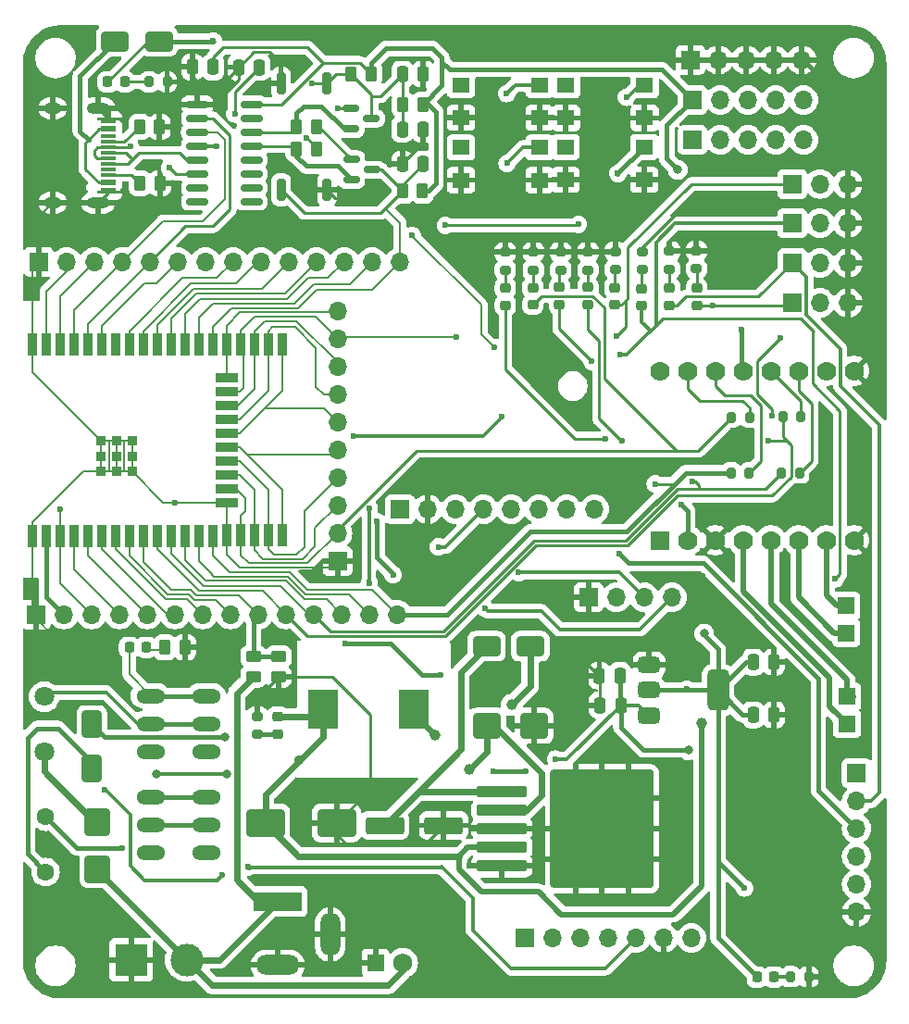
<source format=gbr>
%TF.GenerationSoftware,KiCad,Pcbnew,8.0.2*%
%TF.CreationDate,2025-02-27T03:45:28+05:30*%
%TF.ProjectId,sra_dev_board_2024(CH340C),7372615f-6465-4765-9f62-6f6172645f32,rev?*%
%TF.SameCoordinates,Original*%
%TF.FileFunction,Copper,L1,Top*%
%TF.FilePolarity,Positive*%
%FSLAX46Y46*%
G04 Gerber Fmt 4.6, Leading zero omitted, Abs format (unit mm)*
G04 Created by KiCad (PCBNEW 8.0.2) date 2025-02-27 03:45:28*
%MOMM*%
%LPD*%
G01*
G04 APERTURE LIST*
G04 Aperture macros list*
%AMRoundRect*
0 Rectangle with rounded corners*
0 $1 Rounding radius*
0 $2 $3 $4 $5 $6 $7 $8 $9 X,Y pos of 4 corners*
0 Add a 4 corners polygon primitive as box body*
4,1,4,$2,$3,$4,$5,$6,$7,$8,$9,$2,$3,0*
0 Add four circle primitives for the rounded corners*
1,1,$1+$1,$2,$3*
1,1,$1+$1,$4,$5*
1,1,$1+$1,$6,$7*
1,1,$1+$1,$8,$9*
0 Add four rect primitives between the rounded corners*
20,1,$1+$1,$2,$3,$4,$5,0*
20,1,$1+$1,$4,$5,$6,$7,0*
20,1,$1+$1,$6,$7,$8,$9,0*
20,1,$1+$1,$8,$9,$2,$3,0*%
G04 Aperture macros list end*
%TA.AperFunction,ComponentPad*%
%ADD10R,1.700000X1.700000*%
%TD*%
%TA.AperFunction,ComponentPad*%
%ADD11O,1.700000X1.700000*%
%TD*%
%TA.AperFunction,SMDPad,CuDef*%
%ADD12RoundRect,0.250000X-0.262500X-0.450000X0.262500X-0.450000X0.262500X0.450000X-0.262500X0.450000X0*%
%TD*%
%TA.AperFunction,SMDPad,CuDef*%
%ADD13RoundRect,0.250000X0.450000X-0.262500X0.450000X0.262500X-0.450000X0.262500X-0.450000X-0.262500X0*%
%TD*%
%TA.AperFunction,SMDPad,CuDef*%
%ADD14RoundRect,0.218750X-0.256250X0.218750X-0.256250X-0.218750X0.256250X-0.218750X0.256250X0.218750X0*%
%TD*%
%TA.AperFunction,SMDPad,CuDef*%
%ADD15RoundRect,0.250000X0.250000X0.475000X-0.250000X0.475000X-0.250000X-0.475000X0.250000X-0.475000X0*%
%TD*%
%TA.AperFunction,SMDPad,CuDef*%
%ADD16R,1.600000X1.400000*%
%TD*%
%TA.AperFunction,ComponentPad*%
%ADD17C,1.800000*%
%TD*%
%TA.AperFunction,SMDPad,CuDef*%
%ADD18R,0.900000X2.000000*%
%TD*%
%TA.AperFunction,SMDPad,CuDef*%
%ADD19RoundRect,0.200000X-0.200000X-0.275000X0.200000X-0.275000X0.200000X0.275000X-0.200000X0.275000X0*%
%TD*%
%TA.AperFunction,SMDPad,CuDef*%
%ADD20RoundRect,0.250000X-1.000000X-0.650000X1.000000X-0.650000X1.000000X0.650000X-1.000000X0.650000X0*%
%TD*%
%TA.AperFunction,SMDPad,CuDef*%
%ADD21RoundRect,0.200000X0.275000X-0.200000X0.275000X0.200000X-0.275000X0.200000X-0.275000X-0.200000X0*%
%TD*%
%TA.AperFunction,SMDPad,CuDef*%
%ADD22RoundRect,0.250000X-0.250000X-0.475000X0.250000X-0.475000X0.250000X0.475000X-0.250000X0.475000X0*%
%TD*%
%TA.AperFunction,SMDPad,CuDef*%
%ADD23RoundRect,0.250000X-1.000000X-0.900000X1.000000X-0.900000X1.000000X0.900000X-1.000000X0.900000X0*%
%TD*%
%TA.AperFunction,SMDPad,CuDef*%
%ADD24RoundRect,0.250000X-2.050000X-0.300000X2.050000X-0.300000X2.050000X0.300000X-2.050000X0.300000X0*%
%TD*%
%TA.AperFunction,SMDPad,CuDef*%
%ADD25RoundRect,0.250000X-2.025000X-2.375000X2.025000X-2.375000X2.025000X2.375000X-2.025000X2.375000X0*%
%TD*%
%TA.AperFunction,SMDPad,CuDef*%
%ADD26RoundRect,0.250002X-4.449998X-5.149998X4.449998X-5.149998X4.449998X5.149998X-4.449998X5.149998X0*%
%TD*%
%TA.AperFunction,SMDPad,CuDef*%
%ADD27RoundRect,0.218750X0.218750X0.256250X-0.218750X0.256250X-0.218750X-0.256250X0.218750X-0.256250X0*%
%TD*%
%TA.AperFunction,ComponentPad*%
%ADD28R,4.400000X1.800000*%
%TD*%
%TA.AperFunction,ComponentPad*%
%ADD29O,4.000000X1.800000*%
%TD*%
%TA.AperFunction,ComponentPad*%
%ADD30O,1.800000X4.000000*%
%TD*%
%TA.AperFunction,ComponentPad*%
%ADD31R,1.575000X1.575000*%
%TD*%
%TA.AperFunction,SMDPad,CuDef*%
%ADD32RoundRect,0.150000X-0.825000X-0.150000X0.825000X-0.150000X0.825000X0.150000X-0.825000X0.150000X0*%
%TD*%
%TA.AperFunction,SMDPad,CuDef*%
%ADD33RoundRect,0.150000X-0.587500X-0.150000X0.587500X-0.150000X0.587500X0.150000X-0.587500X0.150000X0*%
%TD*%
%TA.AperFunction,ComponentPad*%
%ADD34C,1.750000*%
%TD*%
%TA.AperFunction,SMDPad,CuDef*%
%ADD35RoundRect,0.200000X-0.200000X-0.800000X0.200000X-0.800000X0.200000X0.800000X-0.200000X0.800000X0*%
%TD*%
%TA.AperFunction,SMDPad,CuDef*%
%ADD36RoundRect,0.250000X1.000000X0.650000X-1.000000X0.650000X-1.000000X-0.650000X1.000000X-0.650000X0*%
%TD*%
%TA.AperFunction,ComponentPad*%
%ADD37O,2.641600X1.320800*%
%TD*%
%TA.AperFunction,SMDPad,CuDef*%
%ADD38RoundRect,0.250000X0.650000X-1.000000X0.650000X1.000000X-0.650000X1.000000X-0.650000X-1.000000X0*%
%TD*%
%TA.AperFunction,SMDPad,CuDef*%
%ADD39R,1.450000X0.600000*%
%TD*%
%TA.AperFunction,SMDPad,CuDef*%
%ADD40R,1.450000X0.300000*%
%TD*%
%TA.AperFunction,ComponentPad*%
%ADD41O,2.100000X1.000000*%
%TD*%
%TA.AperFunction,ComponentPad*%
%ADD42O,1.600000X1.000000*%
%TD*%
%TA.AperFunction,SMDPad,CuDef*%
%ADD43R,2.700000X3.600000*%
%TD*%
%TA.AperFunction,SMDPad,CuDef*%
%ADD44RoundRect,0.200000X0.200000X0.800000X-0.200000X0.800000X-0.200000X-0.800000X0.200000X-0.800000X0*%
%TD*%
%TA.AperFunction,SMDPad,CuDef*%
%ADD45R,2.000000X0.900000*%
%TD*%
%TA.AperFunction,SMDPad,CuDef*%
%ADD46R,0.900000X0.900000*%
%TD*%
%TA.AperFunction,ComponentPad*%
%ADD47C,0.300000*%
%TD*%
%TA.AperFunction,SMDPad,CuDef*%
%ADD48RoundRect,0.250000X-1.500000X-0.550000X1.500000X-0.550000X1.500000X0.550000X-1.500000X0.550000X0*%
%TD*%
%TA.AperFunction,SMDPad,CuDef*%
%ADD49RoundRect,0.250000X-0.900000X1.000000X-0.900000X-1.000000X0.900000X-1.000000X0.900000X1.000000X0*%
%TD*%
%TA.AperFunction,SMDPad,CuDef*%
%ADD50RoundRect,0.250000X-1.500000X-1.000000X1.500000X-1.000000X1.500000X1.000000X-1.500000X1.000000X0*%
%TD*%
%TA.AperFunction,ComponentPad*%
%ADD51R,3.000000X3.000000*%
%TD*%
%TA.AperFunction,ComponentPad*%
%ADD52C,3.000000*%
%TD*%
%TA.AperFunction,SMDPad,CuDef*%
%ADD53RoundRect,0.218750X0.256250X-0.218750X0.256250X0.218750X-0.256250X0.218750X-0.256250X-0.218750X0*%
%TD*%
%TA.AperFunction,ComponentPad*%
%ADD54C,1.600000*%
%TD*%
%TA.AperFunction,ComponentPad*%
%ADD55R,1.778000X1.778000*%
%TD*%
%TA.AperFunction,ComponentPad*%
%ADD56C,1.778000*%
%TD*%
%TA.AperFunction,SMDPad,CuDef*%
%ADD57RoundRect,0.375000X-0.625000X-0.375000X0.625000X-0.375000X0.625000X0.375000X-0.625000X0.375000X0*%
%TD*%
%TA.AperFunction,SMDPad,CuDef*%
%ADD58RoundRect,0.500000X-0.500000X-1.400000X0.500000X-1.400000X0.500000X1.400000X-0.500000X1.400000X0*%
%TD*%
%TA.AperFunction,ViaPad*%
%ADD59C,0.600000*%
%TD*%
%TA.AperFunction,ViaPad*%
%ADD60C,0.800000*%
%TD*%
%TA.AperFunction,ViaPad*%
%ADD61C,1.000000*%
%TD*%
%TA.AperFunction,ViaPad*%
%ADD62C,0.900000*%
%TD*%
%TA.AperFunction,Conductor*%
%ADD63C,0.250000*%
%TD*%
%TA.AperFunction,Conductor*%
%ADD64C,0.200000*%
%TD*%
%TA.AperFunction,Conductor*%
%ADD65C,0.300000*%
%TD*%
%TA.AperFunction,Conductor*%
%ADD66C,0.400000*%
%TD*%
%TA.AperFunction,Conductor*%
%ADD67C,0.600000*%
%TD*%
%TA.AperFunction,Conductor*%
%ADD68C,0.500000*%
%TD*%
G04 APERTURE END LIST*
D10*
%TO.P,J19,1,Pin_1*%
%TO.N,GND*%
X162640000Y-107820000D03*
D11*
%TO.P,J19,2,Pin_2*%
%TO.N,/3V3*%
X165180000Y-107820000D03*
%TO.P,J19,3,Pin_3*%
%TO.N,/21*%
X167720000Y-107820000D03*
%TO.P,J19,4,Pin_4*%
%TO.N,/22*%
X170260000Y-107820000D03*
%TD*%
D12*
%TO.P,R5,1*%
%TO.N,/EN*%
X140915000Y-59970000D03*
%TO.P,R5,2*%
%TO.N,/3V3*%
X142740000Y-59970000D03*
%TD*%
%TO.P,R3,1*%
%TO.N,/~{RTS}*%
X135907500Y-64760000D03*
%TO.P,R3,2*%
%TO.N,Net-(Q2-Pad1)*%
X137732500Y-64760000D03*
%TD*%
D13*
%TO.P,R25,1*%
%TO.N,GND*%
X134300000Y-115075000D03*
%TO.P,R25,2*%
%TO.N,/33*%
X134300000Y-113250000D03*
%TD*%
D14*
%TO.P,D4,1,K*%
%TO.N,Net-(D4-K)*%
X162570000Y-79487500D03*
%TO.P,D4,2,A*%
%TO.N,/26*%
X162570000Y-81062500D03*
%TD*%
D12*
%TO.P,R4,1*%
%TO.N,/0*%
X145625000Y-70650000D03*
%TO.P,R4,2*%
%TO.N,/3V3*%
X147450000Y-70650000D03*
%TD*%
D15*
%TO.P,C5,1*%
%TO.N,GND*%
X147490000Y-65010000D03*
%TO.P,C5,2*%
%TO.N,/EN*%
X145590000Y-65010000D03*
%TD*%
D10*
%TO.P,J11,1,Pin_1*%
%TO.N,/3V3*%
X172130000Y-62330000D03*
D11*
%TO.P,J11,2,Pin_2*%
X174670000Y-62330000D03*
%TO.P,J11,3,Pin_3*%
X177210000Y-62330000D03*
%TO.P,J11,4,Pin_4*%
X179750000Y-62330000D03*
%TO.P,J11,5,Pin_5*%
X182290000Y-62330000D03*
%TD*%
D16*
%TO.P,SW6,1,1*%
%TO.N,GND*%
X160520000Y-69640000D03*
%TO.P,SW6,2,2*%
X167720000Y-69640000D03*
%TO.P,SW6,3,3*%
%TO.N,unconnected-(SW6-Pad3)*%
X160520000Y-66640000D03*
%TO.P,SW6,4,4*%
%TO.N,/27*%
X167720000Y-66640000D03*
%TD*%
D17*
%TO.P,F1,1*%
%TO.N,Net-(D16-K)*%
X112840000Y-121955000D03*
%TO.P,F1,2*%
%TO.N,Net-(F1-Pad2)*%
X112840000Y-116905000D03*
%TD*%
D18*
%TO.P,,17*%
%TO.N,/SD2*%
X132080000Y-102170000D03*
%TD*%
D19*
%TO.P,R8,1*%
%TO.N,/12*%
X175675000Y-96440000D03*
%TO.P,R8,2*%
%TO.N,Net-(U3-AI1)*%
X177325000Y-96440000D03*
%TD*%
%TO.P,R23,1*%
%TO.N,Net-(D12-K)*%
X181115000Y-142517500D03*
%TO.P,R23,2*%
%TO.N,GND*%
X182765000Y-142517500D03*
%TD*%
D14*
%TO.P,D5,1,K*%
%TO.N,Net-(D5-K)*%
X165030000Y-79505000D03*
%TO.P,D5,2,A*%
%TO.N,/15*%
X165030000Y-81080000D03*
%TD*%
D20*
%TO.P,D14,1,K*%
%TO.N,Net-(D14-K)*%
X153310000Y-112290000D03*
%TO.P,D14,2,A*%
%TO.N,/12V*%
X157310000Y-112290000D03*
%TD*%
D18*
%TO.P,,22*%
%TO.N,/SD1*%
X132070000Y-84690000D03*
%TD*%
D12*
%TO.P,R20,1*%
%TO.N,Net-(D9-K)*%
X123887500Y-112400000D03*
%TO.P,R20,2*%
%TO.N,GND*%
X125712500Y-112400000D03*
%TD*%
D21*
%TO.P,R21,1*%
%TO.N,Net-(D10-K)*%
X132340000Y-120347500D03*
%TO.P,R21,2*%
%TO.N,GND*%
X132340000Y-118697500D03*
%TD*%
D22*
%TO.P,C1,1*%
%TO.N,/EN*%
X145620000Y-59980000D03*
%TO.P,C1,2*%
%TO.N,GND*%
X147520000Y-59980000D03*
%TD*%
D23*
%TO.P,D15,1,K*%
%TO.N,Net-(D15-K)*%
X153352500Y-119572500D03*
%TO.P,D15,2,A*%
%TO.N,GND*%
X157652500Y-119572500D03*
%TD*%
D24*
%TO.P,U4,1,VIN*%
%TO.N,Net-(D14-K)*%
X154715000Y-125590000D03*
%TO.P,U4,2,OUT*%
%TO.N,Net-(D15-K)*%
X154715000Y-127290000D03*
%TO.P,U4,3,GND*%
%TO.N,GND*%
X154715000Y-128990000D03*
D25*
X161440000Y-126215000D03*
X161440000Y-131765000D03*
D26*
X163865000Y-128990000D03*
D25*
X166290000Y-126215000D03*
X166290000Y-131765000D03*
D24*
%TO.P,U4,4,FB*%
%TO.N,/5V*%
X154715000Y-130690000D03*
%TO.P,U4,5,~{ON}/OFF*%
%TO.N,GND*%
X154715000Y-132390000D03*
%TD*%
D27*
%TO.P,D12,1,K*%
%TO.N,Net-(D12-K)*%
X179597500Y-142540000D03*
%TO.P,D12,2,A*%
%TO.N,/3V3*%
X178022500Y-142540000D03*
%TD*%
D28*
%TO.P,J5,1*%
%TO.N,/12V*%
X134210000Y-135650000D03*
D29*
%TO.P,J5,2*%
%TO.N,GND*%
X134210000Y-141450000D03*
D30*
%TO.P,J5,3*%
X139010000Y-138650000D03*
%TD*%
D27*
%TO.P,D9,1,K*%
%TO.N,Net-(D9-K)*%
X122187500Y-112400000D03*
%TO.P,D9,2,A*%
%TO.N,/12V_P*%
X120612500Y-112400000D03*
%TD*%
D12*
%TO.P,R1,1*%
%TO.N,/EN*%
X145657500Y-62760000D03*
%TO.P,R1,2*%
%TO.N,/3V3*%
X147482500Y-62760000D03*
%TD*%
D27*
%TO.P,D11,1,K*%
%TO.N,Net-(D11-K)*%
X120227500Y-60690000D03*
%TO.P,D11,2,A*%
%TO.N,/5V_P*%
X118652500Y-60690000D03*
%TD*%
D21*
%TO.P,R16,1*%
%TO.N,Net-(D5-K)*%
X165080000Y-77845000D03*
%TO.P,R16,2*%
%TO.N,GND*%
X165080000Y-76195000D03*
%TD*%
D31*
%TO.P,J18,1,1*%
%TO.N,/M2B*%
X186200000Y-111100000D03*
%TO.P,J18,2,2*%
%TO.N,/M2A*%
X186200000Y-108600000D03*
%TD*%
D10*
%TO.P,J1,1,Pin_1*%
%TO.N,GND*%
X112100000Y-109390000D03*
D11*
%TO.P,J1,2,Pin_2*%
%TO.N,/3V3*%
X114640000Y-109390000D03*
%TO.P,J1,3,Pin_3*%
%TO.N,/EN*%
X117180000Y-109390000D03*
%TO.P,J1,4,Pin_4*%
%TO.N,/36*%
X119720000Y-109390000D03*
%TO.P,J1,5,Pin_5*%
%TO.N,/39*%
X122260000Y-109390000D03*
%TO.P,J1,6,Pin_6*%
%TO.N,/34*%
X124800000Y-109390000D03*
%TO.P,J1,7,Pin_7*%
%TO.N,/35*%
X127340000Y-109390000D03*
%TO.P,J1,8,Pin_8*%
%TO.N,/32*%
X129880000Y-109390000D03*
%TO.P,J1,9,Pin_9*%
%TO.N,/33*%
X132420000Y-109390000D03*
%TO.P,J1,10,Pin_10*%
%TO.N,/25*%
X134960000Y-109390000D03*
%TO.P,J1,11,Pin_11*%
%TO.N,/26*%
X137500000Y-109390000D03*
%TO.P,J1,12,Pin_12*%
%TO.N,/27*%
X140040000Y-109390000D03*
%TO.P,J1,13,Pin_13*%
%TO.N,/14*%
X142580000Y-109390000D03*
%TO.P,J1,14,Pin_14*%
%TO.N,/12*%
X145120000Y-109390000D03*
%TD*%
D15*
%TO.P,C3,1*%
%TO.N,Net-(U2-V3)*%
X132530000Y-59340000D03*
%TO.P,C3,2*%
%TO.N,GND*%
X130630000Y-59340000D03*
%TD*%
D18*
%TO.P,,18*%
%TO.N,/SD3*%
X133350000Y-102170000D03*
%TD*%
%TO.P,,16*%
%TO.N,/13*%
X130810000Y-102170000D03*
%TD*%
%TO.P,,15*%
%TO.N,GND*%
X129540000Y-102170000D03*
%TD*%
D22*
%TO.P,C11,1*%
%TO.N,/3V3*%
X177690000Y-118570000D03*
%TO.P,C11,2*%
%TO.N,GND*%
X179590000Y-118570000D03*
%TD*%
D15*
%TO.P,C2,1*%
%TO.N,/3V3*%
X128280000Y-59330000D03*
%TO.P,C2,2*%
%TO.N,GND*%
X126380000Y-59330000D03*
%TD*%
D32*
%TO.P,U2,1,GND*%
%TO.N,GND*%
X126840000Y-62750000D03*
%TO.P,U2,2,TXD*%
%TO.N,/RXD*%
X126840000Y-64020000D03*
%TO.P,U2,3,RXD*%
%TO.N,/TXD*%
X126840000Y-65290000D03*
%TO.P,U2,4,V3*%
%TO.N,Net-(U2-V3)*%
X126840000Y-66560000D03*
%TO.P,U2,5,UD+*%
%TO.N,/DP1*%
X126840000Y-67830000D03*
%TO.P,U2,6,UD-*%
%TO.N,/DN1*%
X126840000Y-69100000D03*
%TO.P,U2,7,NC*%
%TO.N,unconnected-(U2-NC-Pad7)*%
X126840000Y-70370000D03*
%TO.P,U2,8,NC*%
%TO.N,unconnected-(U2-NC-Pad8)*%
X126840000Y-71640000D03*
%TO.P,U2,9,~{CTS}*%
%TO.N,unconnected-(U2-~{CTS}-Pad9)*%
X131790000Y-71640000D03*
%TO.P,U2,10,~{DSR}*%
%TO.N,unconnected-(U2-~{DSR}-Pad10)*%
X131790000Y-70370000D03*
%TO.P,U2,11,~{RI}*%
%TO.N,unconnected-(U2-~{RI}-Pad11)*%
X131790000Y-69100000D03*
%TO.P,U2,12,~{DCD}*%
%TO.N,unconnected-(U2-~{DCD}-Pad12)*%
X131790000Y-67830000D03*
%TO.P,U2,13,~{DTR}*%
%TO.N,/~{DTR}*%
X131790000Y-66560000D03*
%TO.P,U2,14,~{RTS}*%
%TO.N,/~{RTS}*%
X131790000Y-65290000D03*
%TO.P,U2,15,R232*%
%TO.N,unconnected-(U2-R232-Pad15)*%
X131790000Y-64020000D03*
%TO.P,U2,16,VCC*%
%TO.N,/3V3*%
X131790000Y-62750000D03*
%TD*%
D21*
%TO.P,R18,1*%
%TO.N,Net-(D7-K)*%
X170050000Y-77810000D03*
%TO.P,R18,2*%
%TO.N,GND*%
X170050000Y-76160000D03*
%TD*%
D15*
%TO.P,C9,1*%
%TO.N,/5V_P*%
X165520000Y-114990000D03*
%TO.P,C9,2*%
%TO.N,GND*%
X163620000Y-114990000D03*
%TD*%
D18*
%TO.P,,24*%
%TO.N,/2*%
X129530000Y-84690000D03*
%TD*%
D10*
%TO.P,J8,1,Pin_1*%
%TO.N,/18*%
X181260000Y-77230000D03*
D11*
%TO.P,J8,2,Pin_2*%
%TO.N,/5V*%
X183800000Y-77230000D03*
%TO.P,J8,3,Pin_3*%
%TO.N,GND*%
X186340000Y-77230000D03*
%TD*%
D10*
%TO.P,J15,1,Pin_1*%
%TO.N,/32*%
X156805000Y-138950000D03*
D11*
%TO.P,J15,2,Pin_2*%
%TO.N,/35*%
X159345000Y-138950000D03*
%TO.P,J15,3,Pin_3*%
%TO.N,/34*%
X161885000Y-138950000D03*
%TO.P,J15,4,Pin_4*%
%TO.N,/39*%
X164425000Y-138950000D03*
%TO.P,J15,5,Pin_5*%
%TO.N,/36*%
X166965000Y-138950000D03*
%TO.P,J15,6,Pin_6*%
%TO.N,GND*%
X169505000Y-138950000D03*
%TO.P,J15,7,Pin_7*%
%TO.N,/3V3*%
X172045000Y-138950000D03*
%TD*%
D14*
%TO.P,D2,1,K*%
%TO.N,Net-(D2-K)*%
X157530000Y-79492500D03*
%TO.P,D2,2,A*%
%TO.N,/13*%
X157530000Y-81067500D03*
%TD*%
D33*
%TO.P,Q2,1*%
%TO.N,Net-(Q2-Pad1)*%
X140942500Y-67757500D03*
%TO.P,Q2,2*%
%TO.N,/~{DTR}*%
X140942500Y-69657500D03*
%TO.P,Q2,3*%
%TO.N,/0*%
X142817500Y-68707500D03*
%TD*%
D12*
%TO.P,R7,1*%
%TO.N,/CC2*%
X121607500Y-69970000D03*
%TO.P,R7,2*%
%TO.N,GND*%
X123432500Y-69970000D03*
%TD*%
D31*
%TO.P,J13,1,1*%
%TO.N,GND*%
X143160000Y-141240000D03*
D34*
%TO.P,J13,2,2*%
%TO.N,/12V*%
X145660000Y-141240000D03*
%TD*%
D10*
%TO.P,J2,1,Pin_1*%
%TO.N,GND*%
X112350000Y-77140000D03*
D11*
%TO.P,J2,2,Pin_2*%
%TO.N,/23*%
X114890000Y-77140000D03*
%TO.P,J2,3,Pin_3*%
%TO.N,/22*%
X117430000Y-77140000D03*
%TO.P,J2,4,Pin_4*%
%TO.N,/TXD*%
X119970000Y-77140000D03*
%TO.P,J2,5,Pin_5*%
%TO.N,/RXD*%
X122510000Y-77140000D03*
%TO.P,J2,6,Pin_6*%
%TO.N,/21*%
X125050000Y-77140000D03*
%TO.P,J2,7,Pin_7*%
%TO.N,unconnected-(J2-Pin_7-Pad7)*%
X127590000Y-77140000D03*
%TO.P,J2,8,Pin_8*%
%TO.N,/19*%
X130130000Y-77140000D03*
%TO.P,J2,9,Pin_9*%
%TO.N,/18*%
X132670000Y-77140000D03*
%TO.P,J2,10,Pin_10*%
%TO.N,/5*%
X135210000Y-77140000D03*
%TO.P,J2,11,Pin_11*%
%TO.N,/17*%
X137750000Y-77140000D03*
%TO.P,J2,12,Pin_12*%
%TO.N,/16*%
X140290000Y-77140000D03*
%TO.P,J2,13,Pin_13*%
%TO.N,/4*%
X142830000Y-77140000D03*
%TO.P,J2,14,Pin_14*%
%TO.N,/0*%
X145370000Y-77140000D03*
%TD*%
D18*
%TO.P,,19*%
%TO.N,/CMD*%
X134620000Y-102170000D03*
%TD*%
D22*
%TO.P,C10,1*%
%TO.N,/3V3*%
X177710000Y-113740000D03*
%TO.P,C10,2*%
%TO.N,GND*%
X179610000Y-113740000D03*
%TD*%
D10*
%TO.P,J12,1,Pin_1*%
%TO.N,GND*%
X171960000Y-58670000D03*
D11*
%TO.P,J12,2,Pin_2*%
X174500000Y-58670000D03*
%TO.P,J12,3,Pin_3*%
X177040000Y-58670000D03*
%TO.P,J12,4,Pin_4*%
X179580000Y-58670000D03*
%TO.P,J12,5,Pin_5*%
X182120000Y-58670000D03*
%TD*%
D13*
%TO.P,R24,1*%
%TO.N,/12V*%
X131980000Y-115052500D03*
%TO.P,R24,2*%
%TO.N,/33*%
X131980000Y-113227500D03*
%TD*%
D18*
%TO.P,,20*%
%TO.N,/CLK*%
X134610000Y-84690000D03*
%TD*%
%TO.P,,23*%
%TO.N,/15*%
X130800000Y-84690000D03*
%TD*%
D35*
%TO.P,SW8,1,1*%
%TO.N,GND*%
X134500000Y-60830000D03*
%TO.P,SW8,2,2*%
%TO.N,/EN*%
X138700000Y-60830000D03*
%TD*%
D36*
%TO.P,D13,1,K*%
%TO.N,/5V_P*%
X123327500Y-56970000D03*
%TO.P,D13,2,A*%
%TO.N,/VBUSC*%
X119327500Y-56970000D03*
%TD*%
D12*
%TO.P,R6,1*%
%TO.N,/CC1*%
X121567500Y-64790000D03*
%TO.P,R6,2*%
%TO.N,GND*%
X123392500Y-64790000D03*
%TD*%
D37*
%TO.P,SW2,1,A*%
%TO.N,unconnected-(SW2-A-Pad1)*%
X122590000Y-131180000D03*
%TO.P,SW2,2,B*%
%TO.N,Net-(F2-Pad2)*%
X122590000Y-128640000D03*
%TO.P,SW2,3,C*%
%TO.N,/5V_P*%
X122590000Y-126100000D03*
%TO.P,SW2,4,A*%
%TO.N,unconnected-(SW2-A-Pad4)*%
X127670000Y-131180000D03*
%TO.P,SW2,5,B*%
%TO.N,Net-(F2-Pad2)*%
X127670000Y-128640000D03*
%TO.P,SW2,6,C*%
%TO.N,/5V_P*%
X127670000Y-126100000D03*
%TD*%
D10*
%TO.P,J10,1,Pin_1*%
%TO.N,/5V*%
X172140000Y-66000000D03*
D11*
%TO.P,J10,2,Pin_2*%
X174680000Y-66000000D03*
%TO.P,J10,3,Pin_3*%
X177220000Y-66000000D03*
%TO.P,J10,4,Pin_4*%
X179760000Y-66000000D03*
%TO.P,J10,5,Pin_5*%
X182300000Y-66000000D03*
%TD*%
D10*
%TO.P,J9,1,Pin_1*%
%TO.N,/15*%
X181255000Y-70020000D03*
D11*
%TO.P,J9,2,Pin_2*%
%TO.N,/5V*%
X183795000Y-70020000D03*
%TO.P,J9,3,Pin_3*%
%TO.N,GND*%
X186335000Y-70020000D03*
%TD*%
D14*
%TO.P,D1,1,K*%
%TO.N,Net-(D1-K)*%
X155020000Y-79527500D03*
%TO.P,D1,2,A*%
%TO.N,/12*%
X155020000Y-81102500D03*
%TD*%
%TO.P,D6,1,K*%
%TO.N,Net-(D6-K)*%
X167490000Y-79575000D03*
%TO.P,D6,2,A*%
%TO.N,/5*%
X167490000Y-81150000D03*
%TD*%
D16*
%TO.P,SW4,1,1*%
%TO.N,GND*%
X150960000Y-69670000D03*
%TO.P,SW4,2,2*%
X158160000Y-69670000D03*
%TO.P,SW4,3,3*%
%TO.N,unconnected-(SW4-Pad3)*%
X150960000Y-66670000D03*
%TO.P,SW4,4,4*%
%TO.N,/2*%
X158160000Y-66670000D03*
%TD*%
D10*
%TO.P,J3,1,Pin_1*%
%TO.N,GND*%
X139680000Y-104510000D03*
D11*
%TO.P,J3,2,Pin_2*%
%TO.N,/13*%
X139680000Y-101970000D03*
%TO.P,J3,3,Pin_3*%
%TO.N,/SD2*%
X139680000Y-99430000D03*
%TO.P,J3,4,Pin_4*%
%TO.N,/SD3*%
X139680000Y-96890000D03*
%TO.P,J3,5,Pin_5*%
%TO.N,/CMD*%
X139680000Y-94350000D03*
%TO.P,J3,6,Pin_6*%
%TO.N,/CLK*%
X139680000Y-91810000D03*
%TO.P,J3,7,Pin_7*%
%TO.N,/SD0*%
X139680000Y-89270000D03*
%TO.P,J3,8,Pin_8*%
%TO.N,/SD1*%
X139680000Y-86730000D03*
%TO.P,J3,9,Pin_9*%
%TO.N,/15*%
X139680000Y-84190000D03*
%TO.P,J3,10,Pin_10*%
%TO.N,/2*%
X139680000Y-81650000D03*
%TD*%
D19*
%TO.P,R22,1*%
%TO.N,Net-(D11-K)*%
X122435000Y-60690000D03*
%TO.P,R22,2*%
%TO.N,GND*%
X124085000Y-60690000D03*
%TD*%
D16*
%TO.P,SW5,1,1*%
%TO.N,GND*%
X160550000Y-63990000D03*
%TO.P,SW5,2,2*%
X167750000Y-63990000D03*
%TO.P,SW5,3,3*%
%TO.N,unconnected-(SW5-Pad3)*%
X160550000Y-60990000D03*
%TO.P,SW5,4,4*%
%TO.N,/14*%
X167750000Y-60990000D03*
%TD*%
D18*
%TO.P,,21*%
%TO.N,/SD0*%
X133340000Y-84690000D03*
%TD*%
D38*
%TO.P,D17,1,K*%
%TO.N,Net-(D17-K)*%
X117200000Y-123430000D03*
%TO.P,D17,2,A*%
%TO.N,/5V*%
X117200000Y-119430000D03*
%TD*%
D10*
%TO.P,J7,1,Pin_1*%
%TO.N,/19*%
X181280000Y-80880000D03*
D11*
%TO.P,J7,2,Pin_2*%
%TO.N,/5V*%
X183820000Y-80880000D03*
%TO.P,J7,3,Pin_3*%
%TO.N,GND*%
X186360000Y-80880000D03*
%TD*%
D14*
%TO.P,D3,1,K*%
%TO.N,Net-(D3-K)*%
X159980000Y-79487500D03*
%TO.P,D3,2,A*%
%TO.N,/25*%
X159980000Y-81062500D03*
%TD*%
D39*
%TO.P,J20,A1*%
%TO.N,GND*%
X118715000Y-64170000D03*
%TO.P,J20,A4*%
%TO.N,/VBUSC*%
X118715000Y-64970000D03*
D40*
%TO.P,J20,A5,CC1*%
%TO.N,/CC1*%
X118715000Y-66170000D03*
%TO.P,J20,A6,DP1*%
%TO.N,/DP1*%
X118715000Y-67170000D03*
%TO.P,J20,A7,DN1*%
%TO.N,/DN1*%
X118715000Y-67670000D03*
%TO.P,J20,A8,SBU1*%
%TO.N,unconnected-(J20-SBU1-PadA8)*%
X118715000Y-68670000D03*
D39*
%TO.P,J20,A9*%
%TO.N,/VBUSC*%
X118715000Y-69870000D03*
%TO.P,J20,A12*%
%TO.N,GND*%
X118715000Y-70670000D03*
%TO.P,J20,B1*%
X118715000Y-70670000D03*
%TO.P,J20,B4*%
%TO.N,/VBUSC*%
X118715000Y-69870000D03*
D40*
%TO.P,J20,B5,CC2*%
%TO.N,/CC2*%
X118715000Y-69170000D03*
%TO.P,J20,B6,DP2*%
%TO.N,/DP1*%
X118715000Y-68170000D03*
%TO.P,J20,B7,DN2*%
%TO.N,/DN1*%
X118715000Y-66670000D03*
%TO.P,J20,B8,SBU2*%
%TO.N,unconnected-(J20-SBU2-PadB8)*%
X118715000Y-65670000D03*
D39*
%TO.P,J20,B9*%
%TO.N,/VBUSC*%
X118715000Y-64970000D03*
%TO.P,J20,B12*%
%TO.N,GND*%
X118715000Y-64170000D03*
D41*
%TO.P,J20,S1,SHIELD*%
X117800000Y-63100000D03*
D42*
X113620000Y-63100000D03*
D41*
X117800000Y-71740000D03*
D42*
X113620000Y-71740000D03*
%TD*%
D10*
%TO.P,J14,1,Pin_1*%
%TO.N,/19*%
X187150000Y-123900000D03*
D11*
%TO.P,J14,2,Pin_2*%
%TO.N,/18*%
X187150000Y-126440000D03*
%TO.P,J14,3,Pin_3*%
%TO.N,/23*%
X187150000Y-128980000D03*
%TO.P,J14,4,Pin_4*%
%TO.N,/5*%
X187150000Y-131520000D03*
%TO.P,J14,5,Pin_5*%
%TO.N,/3V3*%
X187150000Y-134060000D03*
%TO.P,J14,6,Pin_6*%
%TO.N,GND*%
X187150000Y-136600000D03*
%TD*%
D21*
%TO.P,R12,1*%
%TO.N,Net-(D1-K)*%
X155020000Y-77885000D03*
%TO.P,R12,2*%
%TO.N,GND*%
X155020000Y-76235000D03*
%TD*%
D14*
%TO.P,D8,1,K*%
%TO.N,Net-(D8-K)*%
X172530000Y-79535000D03*
%TO.P,D8,2,A*%
%TO.N,/19*%
X172530000Y-81110000D03*
%TD*%
D15*
%TO.P,C8,1*%
%TO.N,/5V_P*%
X165570000Y-117687500D03*
%TO.P,C8,2*%
%TO.N,GND*%
X163670000Y-117687500D03*
%TD*%
D43*
%TO.P,L1,1,1*%
%TO.N,Net-(D15-K)*%
X146660000Y-118050000D03*
%TO.P,L1,2,2*%
%TO.N,/5V*%
X138360000Y-118050000D03*
%TD*%
D44*
%TO.P,SW7,1,1*%
%TO.N,GND*%
X138710000Y-70550000D03*
%TO.P,SW7,2,2*%
%TO.N,/0*%
X134510000Y-70550000D03*
%TD*%
D16*
%TO.P,SW3,1,1*%
%TO.N,GND*%
X150960000Y-63970000D03*
%TO.P,SW3,2,2*%
X158160000Y-63970000D03*
%TO.P,SW3,3,3*%
%TO.N,unconnected-(SW3-Pad3)*%
X150960000Y-60970000D03*
%TO.P,SW3,4,4*%
%TO.N,/4*%
X158160000Y-60970000D03*
%TD*%
D12*
%TO.P,R2,1*%
%TO.N,/~{DTR}*%
X135907500Y-66840000D03*
%TO.P,R2,2*%
%TO.N,Net-(Q1-Pad1)*%
X137732500Y-66840000D03*
%TD*%
D18*
%TO.P,U1,1,GND*%
%TO.N,GND*%
X111750000Y-102180000D03*
%TO.P,U1,2,VDD*%
%TO.N,/3V3*%
X113020000Y-102180000D03*
%TO.P,U1,3,EN*%
%TO.N,/EN*%
X114290000Y-102180000D03*
%TO.P,U1,4,SENSOR_VP*%
%TO.N,/36*%
X115560000Y-102180000D03*
%TO.P,U1,5,SENSOR_VN*%
%TO.N,/39*%
X116830000Y-102180000D03*
%TO.P,U1,6,IO34*%
%TO.N,/34*%
X118100000Y-102180000D03*
%TO.P,U1,7,IO35*%
%TO.N,/35*%
X119370000Y-102180000D03*
%TO.P,U1,8,IO32*%
%TO.N,/32*%
X120640000Y-102180000D03*
%TO.P,U1,9,IO33*%
%TO.N,/33*%
X121910000Y-102180000D03*
%TO.P,U1,10,IO25*%
%TO.N,/25*%
X123180000Y-102180000D03*
%TO.P,U1,11,IO26*%
%TO.N,/26*%
X124450000Y-102180000D03*
%TO.P,U1,12,IO27*%
%TO.N,/27*%
X125720000Y-102180000D03*
%TO.P,U1,13,IO14*%
%TO.N,/14*%
X126990000Y-102180000D03*
%TO.P,U1,14,IO12*%
%TO.N,/12*%
X128260000Y-102180000D03*
D45*
%TO.P,U1,15,GND*%
%TO.N,GND*%
X129510000Y-99145000D03*
%TO.P,U1,16,IO13*%
%TO.N,/13*%
X129510000Y-97875000D03*
%TO.P,U1,17,NC*%
%TO.N,/SD2*%
X129510000Y-96605000D03*
%TO.P,U1,18,NC*%
%TO.N,/SD3*%
X129510000Y-95335000D03*
%TO.P,U1,19,NC*%
%TO.N,/CMD*%
X129510000Y-94065000D03*
%TO.P,U1,20,NC*%
%TO.N,/CLK*%
X129510000Y-92795000D03*
%TO.P,U1,21,NC*%
%TO.N,/SD0*%
X129510000Y-91525000D03*
%TO.P,U1,22,NC*%
%TO.N,/SD1*%
X129510000Y-90255000D03*
%TO.P,U1,23,IO15*%
%TO.N,/15*%
X129510000Y-88985000D03*
%TO.P,U1,24,IO2*%
%TO.N,/2*%
X129510000Y-87715000D03*
D18*
%TO.P,U1,25,IO0*%
%TO.N,/0*%
X128260000Y-84680000D03*
%TO.P,U1,26,IO4*%
%TO.N,/4*%
X126990000Y-84680000D03*
%TO.P,U1,27,IO16*%
%TO.N,/16*%
X125720000Y-84680000D03*
%TO.P,U1,28,IO17*%
%TO.N,/17*%
X124450000Y-84680000D03*
%TO.P,U1,29,IO5*%
%TO.N,/5*%
X123180000Y-84680000D03*
%TO.P,U1,30,IO18*%
%TO.N,/18*%
X121910000Y-84680000D03*
%TO.P,U1,31,IO19*%
%TO.N,/19*%
X120640000Y-84680000D03*
%TO.P,U1,32,NC*%
%TO.N,unconnected-(U1-NC-Pad32)*%
X119370000Y-84680000D03*
%TO.P,U1,33,IO21*%
%TO.N,/21*%
X118100000Y-84680000D03*
%TO.P,U1,34,RXD0/IO3*%
%TO.N,/RXD*%
X116830000Y-84680000D03*
%TO.P,U1,35,TXD0/IO1*%
%TO.N,/TXD*%
X115560000Y-84680000D03*
%TO.P,U1,36,IO22*%
%TO.N,/22*%
X114290000Y-84680000D03*
%TO.P,U1,37,IO23*%
%TO.N,/23*%
X113020000Y-84680000D03*
%TO.P,U1,38,GND*%
%TO.N,GND*%
X111750000Y-84680000D03*
D46*
%TO.P,U1,39_1*%
X118070000Y-93530000D03*
%TO.P,U1,39_2*%
X119470000Y-93530000D03*
%TO.P,U1,39_3*%
X120870000Y-93530000D03*
%TO.P,U1,39_4*%
X118070000Y-94930000D03*
%TO.P,U1,39_5*%
X119470000Y-94930000D03*
%TO.P,U1,39_6*%
X120870000Y-94930000D03*
%TO.P,U1,39_7*%
X118070000Y-96330000D03*
%TO.P,U1,39_8*%
X119470000Y-96330000D03*
%TO.P,U1,39_9*%
X120870000Y-96330000D03*
D47*
%TO.P,U1,39_10*%
X118770000Y-93530000D03*
%TO.P,U1,39_11*%
X120170000Y-93530000D03*
%TO.P,U1,39_12*%
X118070000Y-94230000D03*
%TO.P,U1,39_13*%
X119470000Y-94230000D03*
%TO.P,U1,39_14*%
X120870000Y-94230000D03*
%TO.P,U1,39_15*%
X118770000Y-94930000D03*
%TO.P,U1,39_16*%
X120170000Y-94930000D03*
%TO.P,U1,39_17*%
X118070000Y-95630000D03*
%TO.P,U1,39_18*%
X119470000Y-95630000D03*
%TO.P,U1,39_19*%
X120870000Y-95630000D03*
%TO.P,U1,39_20*%
X118770000Y-96330000D03*
%TO.P,U1,39_21*%
X120170000Y-96330000D03*
%TD*%
D31*
%TO.P,J17,1,1*%
%TO.N,/M1A*%
X186270000Y-119400000D03*
%TO.P,J17,2,2*%
%TO.N,/M1B*%
X186270000Y-116900000D03*
%TD*%
D48*
%TO.P,C6,1*%
%TO.N,Net-(D14-K)*%
X143980000Y-128680000D03*
%TO.P,C6,2*%
%TO.N,GND*%
X149380000Y-128680000D03*
%TD*%
D49*
%TO.P,D16,1,K*%
%TO.N,Net-(D16-K)*%
X117720000Y-128360000D03*
%TO.P,D16,2,A*%
%TO.N,/12V*%
X117720000Y-132660000D03*
%TD*%
D10*
%TO.P,J6,1,Pin_1*%
%TO.N,/5*%
X181250000Y-73620000D03*
D11*
%TO.P,J6,2,Pin_2*%
%TO.N,/5V*%
X183790000Y-73620000D03*
%TO.P,J6,3,Pin_3*%
%TO.N,GND*%
X186330000Y-73620000D03*
%TD*%
D21*
%TO.P,R14,1*%
%TO.N,Net-(D3-K)*%
X160090000Y-77900000D03*
%TO.P,R14,2*%
%TO.N,GND*%
X160090000Y-76250000D03*
%TD*%
%TO.P,R17,1*%
%TO.N,Net-(D6-K)*%
X167530000Y-77850000D03*
%TO.P,R17,2*%
%TO.N,GND*%
X167530000Y-76200000D03*
%TD*%
%TO.P,R13,1*%
%TO.N,Net-(D2-K)*%
X157580000Y-77900000D03*
%TO.P,R13,2*%
%TO.N,GND*%
X157580000Y-76250000D03*
%TD*%
D37*
%TO.P,SW1,1,A*%
%TO.N,unconnected-(SW1-A-Pad1)*%
X122570000Y-121910000D03*
%TO.P,SW1,2,B*%
%TO.N,Net-(F1-Pad2)*%
X122570000Y-119370000D03*
%TO.P,SW1,3,C*%
%TO.N,/12V_P*%
X122570000Y-116830000D03*
%TO.P,SW1,4,A*%
%TO.N,unconnected-(SW1-A-Pad4)*%
X127650000Y-121910000D03*
%TO.P,SW1,5,B*%
%TO.N,Net-(F1-Pad2)*%
X127650000Y-119370000D03*
%TO.P,SW1,6,C*%
%TO.N,/12V_P*%
X127650000Y-116830000D03*
%TD*%
D19*
%TO.P,R10,1*%
%TO.N,/25*%
X180400000Y-91340000D03*
%TO.P,R10,2*%
%TO.N,Net-(U3-BI1)*%
X182050000Y-91340000D03*
%TD*%
D50*
%TO.P,C7,1*%
%TO.N,/5V*%
X133082500Y-128460000D03*
%TO.P,C7,2*%
%TO.N,GND*%
X139582500Y-128460000D03*
%TD*%
D51*
%TO.P,J4,1,Pin_1*%
%TO.N,GND*%
X120810000Y-140960000D03*
D52*
%TO.P,J4,2,Pin_2*%
%TO.N,/12V*%
X125890000Y-140960000D03*
%TD*%
D21*
%TO.P,R19,1*%
%TO.N,Net-(D8-K)*%
X172500000Y-77775000D03*
%TO.P,R19,2*%
%TO.N,GND*%
X172500000Y-76125000D03*
%TD*%
D10*
%TO.P,J16,1,Pin_1*%
%TO.N,/3V3*%
X145395000Y-99750000D03*
D11*
%TO.P,J16,2,Pin_2*%
%TO.N,GND*%
X147935000Y-99750000D03*
%TO.P,J16,3,Pin_3*%
%TO.N,/21*%
X150475000Y-99750000D03*
%TO.P,J16,4,Pin_4*%
%TO.N,/22*%
X153015000Y-99750000D03*
%TO.P,J16,5,Pin_5*%
%TO.N,unconnected-(J16-Pin_5-Pad5)*%
X155555000Y-99750000D03*
%TO.P,J16,6,Pin_6*%
%TO.N,unconnected-(J16-Pin_6-Pad6)*%
X158095000Y-99750000D03*
%TO.P,J16,7,Pin_7*%
%TO.N,unconnected-(J16-Pin_7-Pad7)*%
X160635000Y-99750000D03*
%TO.P,J16,8,Pin_8*%
%TO.N,/23*%
X163175000Y-99750000D03*
%TD*%
D53*
%TO.P,D10,1,K*%
%TO.N,Net-(D10-K)*%
X134190000Y-120310000D03*
%TO.P,D10,2,A*%
%TO.N,/5V*%
X134190000Y-118735000D03*
%TD*%
D54*
%TO.P,F2,1*%
%TO.N,Net-(D17-K)*%
X112970000Y-132935000D03*
%TO.P,F2,2*%
%TO.N,Net-(F2-Pad2)*%
X112970000Y-127885000D03*
%TD*%
D33*
%TO.P,Q1,1*%
%TO.N,Net-(Q1-Pad1)*%
X140902500Y-63090000D03*
%TO.P,Q1,2*%
%TO.N,/~{RTS}*%
X140902500Y-64990000D03*
%TO.P,Q1,3*%
%TO.N,/EN*%
X142777500Y-64040000D03*
%TD*%
D21*
%TO.P,R15,1*%
%TO.N,Net-(D4-K)*%
X162590000Y-77890000D03*
%TO.P,R15,2*%
%TO.N,GND*%
X162590000Y-76240000D03*
%TD*%
D22*
%TO.P,C4,1*%
%TO.N,GND*%
X145600000Y-68220000D03*
%TO.P,C4,2*%
%TO.N,/0*%
X147500000Y-68220000D03*
%TD*%
D55*
%TO.P,U3,1,VM*%
%TO.N,/12V_P*%
X169140000Y-102604000D03*
D56*
%TO.P,U3,2,VCC*%
%TO.N,/3V3*%
X171680000Y-102604000D03*
%TO.P,U3,3,GND*%
%TO.N,GND*%
X174220000Y-102604000D03*
%TO.P,U3,4,A01*%
%TO.N,/M1A*%
X176760000Y-102604000D03*
%TO.P,U3,5,A02*%
%TO.N,/M1B*%
X179300000Y-102604000D03*
%TO.P,U3,6,B02*%
%TO.N,/M2B*%
X181840000Y-102604000D03*
%TO.P,U3,7,B01*%
%TO.N,/M2A*%
X184380000Y-102604000D03*
%TO.P,U3,8,GND*%
%TO.N,GND*%
X186920000Y-102604000D03*
%TO.P,U3,9,GND*%
X186920000Y-87110000D03*
%TO.P,U3,10,PWMB*%
%TO.N,/3V3*%
X184380000Y-87110000D03*
%TO.P,U3,11,BI2*%
%TO.N,Net-(U3-BI2)*%
X181840000Y-87110000D03*
%TO.P,U3,12,BI1*%
%TO.N,Net-(U3-BI1)*%
X179300000Y-87110000D03*
%TO.P,U3,13,STBY*%
%TO.N,/3V3*%
X176760000Y-87110000D03*
%TO.P,U3,14,AI1*%
%TO.N,Net-(U3-AI1)*%
X174220000Y-87110000D03*
%TO.P,U3,15,AI2*%
%TO.N,Net-(U3-AI2)*%
X171680000Y-87110000D03*
%TO.P,U3,16,PWMA*%
%TO.N,/3V3*%
X169140000Y-87110000D03*
%TD*%
D19*
%TO.P,R11,1*%
%TO.N,/26*%
X180280000Y-96450000D03*
%TO.P,R11,2*%
%TO.N,Net-(U3-BI2)*%
X181930000Y-96450000D03*
%TD*%
%TO.P,R9,1*%
%TO.N,/13*%
X175700000Y-91350000D03*
%TO.P,R9,2*%
%TO.N,Net-(U3-AI2)*%
X177350000Y-91350000D03*
%TD*%
D14*
%TO.P,D7,1,K*%
%TO.N,Net-(D7-K)*%
X170040000Y-79545000D03*
%TO.P,D7,2,A*%
%TO.N,/18*%
X170040000Y-81120000D03*
%TD*%
D57*
%TO.P,U5,1,GND*%
%TO.N,GND*%
X168180000Y-114017500D03*
%TO.P,U5,2,VO*%
%TO.N,/3V3*%
X168180000Y-116317500D03*
D58*
X174480000Y-116317500D03*
D57*
%TO.P,U5,3,VI*%
%TO.N,/5V_P*%
X168180000Y-118617500D03*
%TD*%
D59*
%TO.N,GND*%
X167390000Y-132060000D03*
X173080000Y-105880000D03*
X144230000Y-63160000D03*
X148580000Y-133786538D03*
X161600000Y-113010000D03*
X124770000Y-99180000D03*
X151760000Y-132320000D03*
X146530000Y-104110000D03*
X183660000Y-100420000D03*
X142660000Y-125320000D03*
X141270000Y-71270000D03*
X144110000Y-59910000D03*
X141350000Y-104110000D03*
X171890000Y-72070000D03*
X167160000Y-72070000D03*
X113900000Y-111500000D03*
X170890000Y-105880000D03*
X145460000Y-68280000D03*
X158810000Y-107810000D03*
%TO.N,/EN*%
X114290000Y-99760000D03*
X137363884Y-60830000D03*
%TO.N,/3V3*%
X176610000Y-83360000D03*
X171610000Y-116210000D03*
X149070000Y-114960000D03*
X140390000Y-112040000D03*
D60*
X170790000Y-68730000D03*
D59*
X176900000Y-134410000D03*
X171130000Y-99330000D03*
D60*
X173210000Y-111140000D03*
D59*
%TO.N,Net-(U2-V3)*%
X128620000Y-66550000D03*
X130280000Y-63620000D03*
D61*
%TO.N,/5V*%
X172990000Y-119340000D03*
D62*
X136180000Y-122720000D03*
D60*
X129340000Y-120620000D03*
D59*
%TO.N,/5V_P*%
X159610000Y-122620000D03*
X128310000Y-56940000D03*
X153930000Y-123740000D03*
D60*
X171750000Y-121810000D03*
D59*
X156920000Y-123740000D03*
%TO.N,/12*%
X168730000Y-97446355D03*
X164200000Y-93310000D03*
%TO.N,/25*%
X179070000Y-93460000D03*
X162930000Y-86240000D03*
%TO.N,/26*%
X165710000Y-93490000D03*
X172100000Y-97220000D03*
%TO.N,/15*%
X165215000Y-83905000D03*
X150500000Y-84010000D03*
%TO.N,/5*%
X165500000Y-85605000D03*
X185210012Y-106130000D03*
X141150000Y-93060000D03*
X154690000Y-91320000D03*
%TO.N,/18*%
X146500000Y-74720000D03*
X154000000Y-84980000D03*
%TO.N,/19*%
X179390000Y-91230000D03*
X149540000Y-73810000D03*
X180170000Y-84120000D03*
X174000000Y-81120000D03*
X161710000Y-73710000D03*
D61*
%TO.N,/12V*%
X155600000Y-117660000D03*
%TO.N,Net-(D15-K)*%
X151760000Y-123590000D03*
X148630000Y-120460000D03*
D59*
%TO.N,Net-(F2-Pad2)*%
X119960000Y-130730000D03*
%TO.N,/14*%
X142580000Y-99700000D03*
X142580000Y-106520000D03*
X166090000Y-62090000D03*
%TO.N,/36*%
X131450000Y-132480000D03*
X129140000Y-133240000D03*
X118400000Y-125440000D03*
D60*
%TO.N,/39*%
X123130000Y-123970000D03*
X129560000Y-123953727D03*
D59*
%TO.N,/27*%
X144750000Y-105750000D03*
X143280000Y-100880000D03*
X165310000Y-69060000D03*
%TO.N,/22*%
X148890000Y-103200000D03*
X153123067Y-108786933D03*
%TO.N,/23*%
X165400000Y-103830000D03*
%TO.N,/4*%
X155140000Y-61760000D03*
%TO.N,/21*%
X156255140Y-105545140D03*
%TO.N,/2*%
X155180000Y-68140000D03*
%TO.N,/DN1*%
X124315000Y-68525000D03*
X120710000Y-66610000D03*
%TO.N,Net-(Q1-Pad1)*%
X136800000Y-65800000D03*
X139700000Y-63090000D03*
%TD*%
D63*
%TO.N,GND*%
X118715000Y-70825000D02*
X117800000Y-71740000D01*
X128400000Y-62750000D02*
X126840000Y-62750000D01*
D64*
X111750000Y-100980000D02*
X116400000Y-96330000D01*
D63*
X139185000Y-115075000D02*
X142690000Y-118580000D01*
X162640000Y-107820000D02*
X158920000Y-107820000D01*
D64*
X139080000Y-105110000D02*
X139680000Y-104510000D01*
D65*
X170050000Y-76160000D02*
X172465000Y-76160000D01*
D64*
X120870000Y-96330000D02*
X118070000Y-96330000D01*
D63*
X131990000Y-57980000D02*
X130630000Y-59340000D01*
D64*
X129510000Y-99145000D02*
X124805000Y-99145000D01*
D63*
X141270000Y-71270000D02*
X141280000Y-71280000D01*
D64*
X111750000Y-102180000D02*
X111750000Y-100980000D01*
X112100000Y-109770000D02*
X113830000Y-111500000D01*
D66*
X186360000Y-70045000D02*
X186335000Y-70020000D01*
D63*
X161650000Y-113020000D02*
X161610000Y-113020000D01*
X132340000Y-117035000D02*
X134300000Y-115075000D01*
X163670000Y-117687500D02*
X163670000Y-115040000D01*
D64*
X129540000Y-103950000D02*
X130700000Y-105110000D01*
X119470000Y-94230000D02*
X119470000Y-93530000D01*
X112350000Y-73010000D02*
X113620000Y-71740000D01*
D63*
X148580000Y-133786538D02*
X148490000Y-133876538D01*
D64*
X113900000Y-111570000D02*
X113830000Y-111500000D01*
D63*
X141260000Y-71280000D02*
X141270000Y-71270000D01*
X141280000Y-71280000D02*
X141320000Y-71280000D01*
D64*
X129510000Y-102140000D02*
X129540000Y-102170000D01*
D65*
X167530000Y-75850000D02*
X171250000Y-72130000D01*
D64*
X119470000Y-94230000D02*
X119470000Y-96330000D01*
X124770000Y-99180000D02*
X124735000Y-99145000D01*
D63*
X147670000Y-130390000D02*
X140500000Y-130390000D01*
X142700000Y-125130000D02*
X142660000Y-125320000D01*
X161610000Y-113020000D02*
X161600000Y-113010000D01*
X138710000Y-70550000D02*
X139440000Y-71280000D01*
X139582500Y-129472500D02*
X140500000Y-130390000D01*
X142660000Y-125320000D02*
X142700000Y-125342500D01*
D64*
X129510000Y-99145000D02*
X129510000Y-102140000D01*
X113830000Y-111500000D02*
X113900000Y-111500000D01*
X111750000Y-77740000D02*
X112350000Y-77140000D01*
D63*
X158810000Y-107810000D02*
X158900000Y-107820000D01*
D64*
X124805000Y-99145000D02*
X124770000Y-99180000D01*
D63*
X161590000Y-113020000D02*
X161520000Y-113020000D01*
D64*
X111750000Y-87210000D02*
X118070000Y-93530000D01*
D66*
X186335000Y-70020000D02*
X186335000Y-62735000D01*
D64*
X120170000Y-93530000D02*
X120170000Y-96330000D01*
D63*
X118715000Y-70670000D02*
X118715000Y-70825000D01*
X183660000Y-100420000D02*
X183650000Y-100400000D01*
D64*
X111750000Y-84680000D02*
X111750000Y-87210000D01*
D63*
X179020000Y-100400000D02*
X183660000Y-100420000D01*
X134300000Y-115075000D02*
X139185000Y-115075000D01*
X133410000Y-57980000D02*
X131990000Y-57980000D01*
X129580000Y-60380000D02*
X128890000Y-61070000D01*
X129590000Y-60380000D02*
X129580000Y-60380000D01*
D64*
X129540000Y-102170000D02*
X129540000Y-103950000D01*
D63*
X147935000Y-99750000D02*
X147935000Y-102705000D01*
X147490000Y-66250000D02*
X145460000Y-68280000D01*
X131630000Y-61670000D02*
X132150000Y-61670000D01*
X127270000Y-61070000D02*
X126380000Y-60180000D01*
X139440000Y-71280000D02*
X141260000Y-71280000D01*
D64*
X120870000Y-93530000D02*
X118070000Y-93530000D01*
D65*
X172465000Y-76160000D02*
X172500000Y-76125000D01*
D63*
X134500000Y-60830000D02*
X134500000Y-59070000D01*
X161600000Y-113010000D02*
X161590000Y-113020000D01*
D64*
X112100000Y-109390000D02*
X112100000Y-109770000D01*
X112350000Y-77140000D02*
X112350000Y-73010000D01*
X111750000Y-102180000D02*
X111750000Y-109040000D01*
D66*
X186335000Y-62735000D02*
X182300000Y-58700000D01*
D64*
X118070000Y-96330000D02*
X118070000Y-93530000D01*
D63*
X128890000Y-61070000D02*
X127270000Y-61070000D01*
X176424000Y-100400000D02*
X179020000Y-100400000D01*
X147935000Y-102705000D02*
X146530000Y-104110000D01*
X142690000Y-118580000D02*
X142690000Y-125120000D01*
D65*
X171890000Y-72070000D02*
X171860000Y-72130000D01*
D64*
X130700000Y-105110000D02*
X139080000Y-105110000D01*
D63*
X158900000Y-107820000D02*
X158910000Y-107820000D01*
X154405000Y-128680000D02*
X154715000Y-128990000D01*
D65*
X171250000Y-72130000D02*
X171890000Y-72070000D01*
D63*
X149380000Y-128680000D02*
X147670000Y-130390000D01*
D64*
X124735000Y-99145000D02*
X123685000Y-99145000D01*
D63*
X118715000Y-64015000D02*
X117800000Y-63100000D01*
D64*
X111750000Y-109040000D02*
X112100000Y-109390000D01*
D63*
X158920000Y-107820000D02*
X158810000Y-107810000D01*
D64*
X113900000Y-111500000D02*
X113900000Y-111570000D01*
D63*
X118715000Y-64170000D02*
X118715000Y-64015000D01*
X134500000Y-59070000D02*
X133410000Y-57980000D01*
D64*
X120870000Y-93530000D02*
X120870000Y-96330000D01*
X139680000Y-104510000D02*
X140950000Y-104510000D01*
D63*
X130630000Y-60520000D02*
X128400000Y-62750000D01*
X126380000Y-60180000D02*
X126380000Y-59330000D01*
D67*
X143160000Y-141430000D02*
X143160000Y-141240000D01*
D63*
X179020000Y-100400000D02*
X179150000Y-100400000D01*
X149380000Y-128680000D02*
X154405000Y-128680000D01*
X173080000Y-105880000D02*
X170890000Y-105880000D01*
X148490000Y-133876538D02*
X148490000Y-135370000D01*
D64*
X123685000Y-99145000D02*
X120870000Y-96330000D01*
X111750000Y-84680000D02*
X111750000Y-77740000D01*
D66*
X186360000Y-80880000D02*
X186360000Y-70045000D01*
D63*
X142690000Y-125120000D02*
X142700000Y-125130000D01*
D64*
X140950000Y-104510000D02*
X141350000Y-104110000D01*
D63*
X142700000Y-125342500D02*
X139582500Y-128460000D01*
X163670000Y-115040000D02*
X163620000Y-114990000D01*
X163620000Y-114990000D02*
X161650000Y-113020000D01*
X139582500Y-128460000D02*
X139582500Y-129472500D01*
D65*
X167530000Y-76200000D02*
X167530000Y-75850000D01*
D64*
X118770000Y-96330000D02*
X118770000Y-93530000D01*
X116400000Y-96330000D02*
X118070000Y-96330000D01*
D63*
X130630000Y-59340000D02*
X130630000Y-60520000D01*
X130630000Y-59340000D02*
X129590000Y-60380000D01*
X174220000Y-102604000D02*
X176424000Y-100400000D01*
X147490000Y-65010000D02*
X147490000Y-66250000D01*
X132340000Y-118697500D02*
X132340000Y-117035000D01*
%TO.N,/EN*%
X142777500Y-62000000D02*
X143600000Y-62000000D01*
X145620000Y-59980000D02*
X145620000Y-64980000D01*
X142777500Y-62000000D02*
X142777500Y-64040000D01*
D64*
X114290000Y-102180000D02*
X114290000Y-99760000D01*
D63*
X142777500Y-61832500D02*
X142777500Y-62000000D01*
X138700000Y-60830000D02*
X138700000Y-60960000D01*
X143600000Y-62000000D02*
X145620000Y-59980000D01*
D64*
X114290000Y-102180000D02*
X114290000Y-106500000D01*
D63*
X138700000Y-60960000D02*
X138720000Y-60980000D01*
X137363884Y-60830000D02*
X138700000Y-60830000D01*
X138700000Y-60830000D02*
X139560000Y-59970000D01*
X140915000Y-59970000D02*
X142777500Y-61832500D01*
X145620000Y-64980000D02*
X145590000Y-65010000D01*
D64*
X114290000Y-106500000D02*
X117180000Y-109390000D01*
D63*
X139560000Y-59970000D02*
X140915000Y-59970000D01*
D66*
%TO.N,/3V3*%
X113020000Y-107770000D02*
X114640000Y-109390000D01*
X149210000Y-58840000D02*
X149210000Y-58470000D01*
X176732500Y-118570000D02*
X177690000Y-118570000D01*
X174480000Y-138997500D02*
X178022500Y-142540000D01*
X142740000Y-58980000D02*
X142740000Y-59970000D01*
X171610000Y-116210000D02*
X171717500Y-116317500D01*
D63*
X141715000Y-58945000D02*
X142740000Y-59970000D01*
D66*
X149210000Y-58840000D02*
X149910000Y-59540000D01*
D63*
X136950000Y-57530000D02*
X138365000Y-58945000D01*
D66*
X174480000Y-112570000D02*
X173110000Y-111200000D01*
X176610000Y-86960000D02*
X176760000Y-87110000D01*
X147482500Y-62760000D02*
X148020000Y-62760000D01*
X148370000Y-57630000D02*
X144090000Y-57630000D01*
D63*
X138365000Y-58945000D02*
X141715000Y-58945000D01*
D66*
X149070000Y-114960000D02*
X148930000Y-114960000D01*
X169790000Y-67150000D02*
X169790000Y-67700000D01*
D63*
X129210000Y-57530000D02*
X136950000Y-57530000D01*
D66*
X169790000Y-64670000D02*
X169790000Y-67150000D01*
X147482500Y-62760000D02*
X147482500Y-62757500D01*
X168180000Y-116317500D02*
X171502500Y-116317500D01*
X147440000Y-114960000D02*
X149070000Y-114960000D01*
D63*
X134560000Y-62750000D02*
X138365000Y-58945000D01*
D66*
X149910000Y-59540000D02*
X169340000Y-59540000D01*
X176610000Y-83360000D02*
X176610000Y-86960000D01*
X169340000Y-59540000D02*
X172130000Y-62330000D01*
X170790000Y-68730000D02*
X170820000Y-68730000D01*
X170820000Y-68730000D02*
X170810000Y-68720000D01*
X171710000Y-102574000D02*
X171680000Y-102604000D01*
D63*
X131790000Y-62750000D02*
X134560000Y-62750000D01*
D66*
X148670000Y-70000000D02*
X148020000Y-70650000D01*
X172130000Y-62330000D02*
X169790000Y-64670000D01*
X171717500Y-116317500D02*
X174480000Y-116317500D01*
X148670000Y-63410000D02*
X148670000Y-70000000D01*
X174480000Y-116317500D02*
X174480000Y-112570000D01*
X148020000Y-62760000D02*
X148670000Y-63410000D01*
X144090000Y-57630000D02*
X142740000Y-58980000D01*
X149210000Y-61030000D02*
X149210000Y-58840000D01*
X177057500Y-113740000D02*
X177710000Y-113740000D01*
D63*
X128280000Y-59330000D02*
X128280000Y-58460000D01*
D66*
X149210000Y-58470000D02*
X148370000Y-57630000D01*
X169790000Y-67700000D02*
X170790000Y-68700000D01*
X144520000Y-112040000D02*
X147440000Y-114960000D01*
X170790000Y-68700000D02*
X170790000Y-68730000D01*
X171710000Y-99910000D02*
X171710000Y-102574000D01*
D63*
X128280000Y-58460000D02*
X129210000Y-57530000D01*
D66*
X148020000Y-70650000D02*
X147450000Y-70650000D01*
X140390000Y-112040000D02*
X144520000Y-112040000D01*
X171130000Y-99330000D02*
X171710000Y-99910000D01*
X113020000Y-102180000D02*
X113020000Y-107770000D01*
X174480000Y-116317500D02*
X177057500Y-113740000D01*
X171502500Y-116317500D02*
X171610000Y-116210000D01*
X147482500Y-62757500D02*
X149210000Y-61030000D01*
X174480000Y-131990000D02*
X174480000Y-138997500D01*
X174480000Y-116317500D02*
X176732500Y-118570000D01*
X176900000Y-134410000D02*
X174480000Y-131990000D01*
X174480000Y-116317500D02*
X174480000Y-131990000D01*
D63*
%TO.N,Net-(U2-V3)*%
X130270000Y-63570000D02*
X130290000Y-63590000D01*
X130270000Y-61600000D02*
X130270000Y-63570000D01*
D65*
X128620000Y-66550000D02*
X128511802Y-66560000D01*
D63*
X132530000Y-59340000D02*
X130270000Y-61600000D01*
D65*
X128491802Y-66560000D02*
X128620000Y-66550000D01*
X128511802Y-66560000D02*
X128501802Y-66560000D01*
X126840000Y-66560000D02*
X128491802Y-66560000D01*
D63*
%TO.N,/0*%
X134510000Y-70550000D02*
X136630000Y-72670000D01*
D64*
X137760000Y-79680000D02*
X136080000Y-81360000D01*
D63*
X136630000Y-72670000D02*
X143605000Y-72670000D01*
D64*
X128260000Y-83050000D02*
X128260000Y-84680000D01*
X145370000Y-73580000D02*
X144032500Y-72242500D01*
X129950000Y-81360000D02*
X128260000Y-83050000D01*
D63*
X143682500Y-68707500D02*
X145625000Y-70650000D01*
D64*
X136080000Y-81360000D02*
X129950000Y-81360000D01*
X145370000Y-77140000D02*
X145370000Y-73580000D01*
D63*
X144032500Y-72242500D02*
X145625000Y-70650000D01*
D64*
X142830000Y-79680000D02*
X137760000Y-79680000D01*
D63*
X145625000Y-70095000D02*
X147500000Y-68220000D01*
X143605000Y-72670000D02*
X144032500Y-72242500D01*
X145625000Y-70650000D02*
X145625000Y-70095000D01*
D64*
X145370000Y-77140000D02*
X142830000Y-79680000D01*
D63*
X142817500Y-68707500D02*
X143682500Y-68707500D01*
D67*
%TO.N,Net-(D14-K)*%
X153310000Y-112290000D02*
X150940000Y-114660000D01*
X147060000Y-125600000D02*
X154705000Y-125600000D01*
X150940000Y-114660000D02*
X150940000Y-121720000D01*
X150940000Y-121720000D02*
X143980000Y-128680000D01*
X154705000Y-125600000D02*
X154715000Y-125590000D01*
X146365000Y-126295000D02*
X147060000Y-125600000D01*
D66*
%TO.N,/5V*%
X129330000Y-120600000D02*
X129310000Y-120600000D01*
D68*
X170600000Y-136600000D02*
X170390000Y-136810000D01*
D66*
X117200000Y-119430000D02*
X118370000Y-120600000D01*
X129290000Y-120600000D02*
X129340000Y-120620000D01*
D68*
X172970000Y-134260000D02*
X170630000Y-136600000D01*
D66*
X118370000Y-120600000D02*
X129290000Y-120600000D01*
D67*
X172990000Y-119340000D02*
X172970000Y-119380000D01*
D68*
X170390000Y-136810000D02*
X160120000Y-136810000D01*
D67*
X133082500Y-128460000D02*
X133082500Y-125877500D01*
D68*
X170630000Y-136600000D02*
X170600000Y-136600000D01*
X158060000Y-134750000D02*
X152830000Y-134750000D01*
X150780000Y-132700000D02*
X150790000Y-132690000D01*
X150790000Y-132690000D02*
X150790000Y-131480000D01*
D67*
X136102500Y-131480000D02*
X133082500Y-128460000D01*
D68*
X172990000Y-119340000D02*
X172970000Y-134260000D01*
D67*
X133082500Y-125877500D02*
X138360000Y-120600000D01*
X137675000Y-118735000D02*
X138360000Y-118050000D01*
X134190000Y-118735000D02*
X137675000Y-118735000D01*
X138360000Y-120600000D02*
X138360000Y-118050000D01*
D68*
X160120000Y-136810000D02*
X158060000Y-134750000D01*
D66*
X129340000Y-120620000D02*
X129330000Y-120600000D01*
D68*
X150790000Y-131480000D02*
X151580000Y-130690000D01*
D67*
X150790000Y-131480000D02*
X136102500Y-131480000D01*
D68*
X151580000Y-130690000D02*
X154715000Y-130690000D01*
X152830000Y-134750000D02*
X150780000Y-132700000D01*
D66*
%TO.N,/5V_P*%
X153930000Y-123740000D02*
X156920000Y-123740000D01*
X167630000Y-121770000D02*
X165570000Y-119710000D01*
D65*
X159610000Y-122620000D02*
X160637500Y-122620000D01*
D66*
X165520000Y-117637500D02*
X165570000Y-117687500D01*
X123327500Y-56970000D02*
X128280000Y-56970000D01*
D65*
X128340000Y-56970000D02*
X128400000Y-56970000D01*
D66*
X165520000Y-114990000D02*
X165520000Y-117637500D01*
X165570000Y-119710000D02*
X165570000Y-117687500D01*
D63*
X128400000Y-56970000D02*
X128410000Y-56980000D01*
D66*
X156920000Y-123740000D02*
X156930000Y-123740000D01*
D65*
X128280000Y-56970000D02*
X128310000Y-56940000D01*
X167250000Y-117687500D02*
X168180000Y-118617500D01*
D66*
X122590000Y-126100000D02*
X127670000Y-126100000D01*
X171710000Y-121770000D02*
X167630000Y-121770000D01*
D63*
X118652500Y-60690000D02*
X122372500Y-56970000D01*
D65*
X165570000Y-117687500D02*
X167250000Y-117687500D01*
X160637500Y-122620000D02*
X165570000Y-117687500D01*
X171750000Y-121810000D02*
X171710000Y-121770000D01*
X128310000Y-56940000D02*
X128340000Y-56970000D01*
D63*
X122372500Y-56970000D02*
X123327500Y-56970000D01*
%TO.N,Net-(D1-K)*%
X155020000Y-79527500D02*
X155020000Y-77885000D01*
%TO.N,/12*%
X161340000Y-93310000D02*
X164200000Y-93310000D01*
D64*
X136875686Y-107134315D02*
X135261371Y-105520000D01*
D66*
X145120000Y-109390000D02*
X149720000Y-109390000D01*
D63*
X170236355Y-97446355D02*
X170365000Y-97575000D01*
D66*
X149720000Y-109390000D02*
X157300000Y-101810000D01*
D64*
X142864315Y-107134315D02*
X136875686Y-107134315D01*
D66*
X157300000Y-101810000D02*
X166130000Y-101810000D01*
D63*
X155020000Y-86990000D02*
X161340000Y-93310000D01*
X155020000Y-81102500D02*
X155020000Y-86990000D01*
D64*
X135261371Y-105520000D02*
X129770000Y-105520000D01*
X128260000Y-104010000D02*
X128260000Y-102180000D01*
X129770000Y-105520000D02*
X128260000Y-104010000D01*
X145120000Y-109390000D02*
X142864315Y-107134315D01*
D66*
X171500000Y-96440000D02*
X175675000Y-96440000D01*
X166130000Y-101810000D02*
X171500000Y-96440000D01*
D63*
X168730000Y-97446355D02*
X170236355Y-97446355D01*
D64*
%TO.N,/13*%
X131230000Y-98720000D02*
X131230000Y-99910000D01*
X136940000Y-104710000D02*
X139680000Y-101970000D01*
X130810000Y-102170000D02*
X130810000Y-103980000D01*
D63*
X158337500Y-80260000D02*
X163017540Y-80260000D01*
X164050000Y-86060000D02*
X164050000Y-87810000D01*
D64*
X131230000Y-99910000D02*
X130810000Y-100330000D01*
X130810000Y-103980000D02*
X131540000Y-104710000D01*
D63*
X146880000Y-94430000D02*
X139680000Y-101630000D01*
D64*
X129510000Y-97875000D02*
X130385000Y-97875000D01*
D63*
X164050000Y-81292460D02*
X164050000Y-86060000D01*
X168750000Y-94430000D02*
X146880000Y-94430000D01*
X157530000Y-81067500D02*
X158337500Y-80260000D01*
X170670000Y-94430000D02*
X168750000Y-94430000D01*
D64*
X130385000Y-97875000D02*
X131230000Y-98720000D01*
X131540000Y-104710000D02*
X136940000Y-104710000D01*
D63*
X172620000Y-94430000D02*
X170670000Y-94430000D01*
X163017540Y-80260000D02*
X164050000Y-81292460D01*
X139680000Y-101630000D02*
X139680000Y-101970000D01*
X164050000Y-87810000D02*
X170670000Y-94430000D01*
X175700000Y-91350000D02*
X172620000Y-94430000D01*
D64*
X130810000Y-100330000D02*
X130810000Y-102170000D01*
D63*
%TO.N,Net-(D2-K)*%
X157530000Y-77950000D02*
X157580000Y-77900000D01*
X157530000Y-79492500D02*
X157530000Y-77950000D01*
%TO.N,/25*%
X162930000Y-86240000D02*
X159980000Y-83290000D01*
X180400000Y-93180000D02*
X180905000Y-93685000D01*
X179070000Y-93460000D02*
X180680000Y-93460000D01*
X136930000Y-111360000D02*
X134960000Y-109390000D01*
X181170000Y-93950000D02*
X181170000Y-96783004D01*
X149556396Y-111360000D02*
X136930000Y-111360000D01*
X170798858Y-98520000D02*
X166218858Y-103100000D01*
X179160000Y-93460000D02*
X179240000Y-93540000D01*
X159980000Y-83290000D02*
X159980000Y-81062500D01*
X180905000Y-93685000D02*
X181170000Y-93950000D01*
D64*
X123180000Y-102180000D02*
X123180000Y-103380000D01*
D63*
X157816396Y-103100000D02*
X149556396Y-111360000D01*
X179070000Y-93460000D02*
X179160000Y-93460000D01*
X181170000Y-96783004D02*
X179433004Y-98520000D01*
X180680000Y-93460000D02*
X180905000Y-93685000D01*
D64*
X123180000Y-103380000D02*
X127040000Y-107240000D01*
X127040000Y-107240000D02*
X132810000Y-107240000D01*
D63*
X180400000Y-91340000D02*
X180400000Y-93180000D01*
D64*
X132810000Y-107240000D02*
X134960000Y-109390000D01*
D63*
X166218858Y-103100000D02*
X157816396Y-103100000D01*
X179433004Y-98520000D02*
X170798858Y-98520000D01*
%TO.N,Net-(D3-K)*%
X159980000Y-79487500D02*
X159980000Y-78010000D01*
X159980000Y-78010000D02*
X160090000Y-77900000D01*
%TO.N,Net-(D4-K)*%
X162570000Y-77910000D02*
X162590000Y-77890000D01*
X162570000Y-79487500D02*
X162570000Y-77910000D01*
D64*
%TO.N,/26*%
X124450000Y-103810000D02*
X127410000Y-106770000D01*
D63*
X162570000Y-81062500D02*
X162570000Y-83350000D01*
X172360000Y-97220000D02*
X172400000Y-97260000D01*
X166032462Y-102650000D02*
X157630000Y-102650000D01*
D64*
X137110000Y-109390000D02*
X137500000Y-109390000D01*
D63*
X165750000Y-93490000D02*
X165760000Y-93500000D01*
X149370000Y-110910000D02*
X139020000Y-110910000D01*
X139020000Y-110910000D02*
X137500000Y-109390000D01*
X162570000Y-83350000D02*
X163590000Y-84370000D01*
X180280000Y-96450000D02*
X178790000Y-97940000D01*
X170742462Y-97940000D02*
X166032462Y-102650000D01*
X172100000Y-97220000D02*
X172360000Y-97220000D01*
X163590000Y-91460000D02*
X165620000Y-93490000D01*
D64*
X134490000Y-106770000D02*
X137110000Y-109390000D01*
X127410000Y-106770000D02*
X134490000Y-106770000D01*
D63*
X163590000Y-84370000D02*
X163590000Y-91460000D01*
X165710000Y-93490000D02*
X165750000Y-93490000D01*
X178790000Y-97940000D02*
X172720000Y-97940000D01*
D64*
X124450000Y-102180000D02*
X124450000Y-103810000D01*
D63*
X157630000Y-102650000D02*
X149370000Y-110910000D01*
X172720000Y-97940000D02*
X170742462Y-97940000D01*
X165620000Y-93490000D02*
X165710000Y-93490000D01*
X172360000Y-97220000D02*
X172720000Y-97580000D01*
X172720000Y-97580000D02*
X172720000Y-97940000D01*
%TO.N,Net-(D5-K)*%
X165030000Y-79505000D02*
X165030000Y-77895000D01*
X165030000Y-77895000D02*
X165080000Y-77845000D01*
D64*
%TO.N,/15*%
X139860000Y-84010000D02*
X139680000Y-84190000D01*
D63*
X165030000Y-81080000D02*
X165630000Y-81080000D01*
D64*
X130800000Y-84690000D02*
X130800000Y-83410000D01*
X132050000Y-82160000D02*
X137650000Y-82160000D01*
X130800000Y-84690000D02*
X131050000Y-84940000D01*
D63*
X165630000Y-81080000D02*
X166025000Y-80685000D01*
D64*
X130710000Y-88985000D02*
X129510000Y-88985000D01*
D63*
X166230000Y-80480000D02*
X166230000Y-75840000D01*
D64*
X131050000Y-84940000D02*
X131050000Y-88645000D01*
X131050000Y-88645000D02*
X130710000Y-88985000D01*
D63*
X172050000Y-70020000D02*
X181255000Y-70020000D01*
D64*
X150500000Y-84010000D02*
X139860000Y-84010000D01*
D63*
X166025000Y-80685000D02*
X166230000Y-80480000D01*
X166230000Y-75840000D02*
X172050000Y-70020000D01*
D64*
X137650000Y-82160000D02*
X139680000Y-84190000D01*
D63*
X166025000Y-83095000D02*
X165215000Y-83905000D01*
D64*
X130800000Y-83410000D02*
X132050000Y-82160000D01*
D63*
X166025000Y-80685000D02*
X166025000Y-83095000D01*
%TO.N,/5*%
X168810000Y-82940000D02*
X168125000Y-83625000D01*
D64*
X123180000Y-82920000D02*
X126520000Y-79580000D01*
D65*
X165500000Y-85605000D02*
X166145000Y-85605000D01*
D64*
X154710000Y-91360000D02*
X154690000Y-91320000D01*
D65*
X168810000Y-82940000D02*
X168810000Y-75340000D01*
X153010000Y-93060000D02*
X154710000Y-91360000D01*
D63*
X183110000Y-83600000D02*
X183195000Y-83515000D01*
D64*
X126520000Y-79580000D02*
X132770000Y-79580000D01*
D65*
X168810000Y-75340000D02*
X170530000Y-73620000D01*
X166145000Y-85605000D02*
X168125000Y-83625000D01*
D63*
X185630000Y-105710012D02*
X185630000Y-90810000D01*
D65*
X170530000Y-73620000D02*
X181250000Y-73620000D01*
X167490000Y-82660000D02*
X167490000Y-81150000D01*
D63*
X169390000Y-82360000D02*
X168810000Y-82940000D01*
X185210012Y-106130000D02*
X185630000Y-105710012D01*
D64*
X132770000Y-79580000D02*
X135210000Y-77140000D01*
X154690000Y-91320000D02*
X154720000Y-91360000D01*
D63*
X185630000Y-90810000D02*
X183110000Y-88290000D01*
D64*
X123180000Y-84680000D02*
X123180000Y-82920000D01*
D63*
X183110000Y-88290000D02*
X183110000Y-83600000D01*
X182040000Y-82360000D02*
X169390000Y-82360000D01*
X183195000Y-83515000D02*
X182040000Y-82360000D01*
D65*
X168290000Y-83460000D02*
X167490000Y-82660000D01*
X141150000Y-93060000D02*
X153010000Y-93060000D01*
D63*
%TO.N,Net-(D6-K)*%
X167490000Y-79575000D02*
X167490000Y-77890000D01*
X167490000Y-77890000D02*
X167530000Y-77850000D01*
%TO.N,Net-(D7-K)*%
X170040000Y-77820000D02*
X170050000Y-77810000D01*
X170040000Y-79545000D02*
X170040000Y-77820000D01*
D64*
%TO.N,/18*%
X121910000Y-84680000D02*
X121910000Y-83480000D01*
D63*
X170040000Y-81120000D02*
X170710000Y-81120000D01*
D64*
X152810000Y-81060000D02*
X146500000Y-74750000D01*
D65*
X182540000Y-81970000D02*
X182540000Y-78510000D01*
D64*
X154000000Y-84980000D02*
X152810000Y-83790000D01*
X132340000Y-77140000D02*
X132670000Y-77140000D01*
D63*
X171510000Y-80320000D02*
X178170000Y-80320000D01*
D64*
X121910000Y-83480000D02*
X126280000Y-79110000D01*
X146500000Y-74750000D02*
X146500000Y-74720000D01*
X126280000Y-79110000D02*
X130370000Y-79110000D01*
X130370000Y-79110000D02*
X132340000Y-77140000D01*
D65*
X188480000Y-126440000D02*
X189220000Y-125700000D01*
X187150000Y-126440000D02*
X188480000Y-126440000D01*
X189220000Y-92060000D02*
X185650000Y-88490000D01*
X182540000Y-78510000D02*
X181260000Y-77230000D01*
D63*
X178170000Y-80320000D02*
X181260000Y-77230000D01*
D65*
X189220000Y-125700000D02*
X189220000Y-92060000D01*
X185650000Y-88490000D02*
X185650000Y-85080000D01*
D63*
X170710000Y-81120000D02*
X171510000Y-80320000D01*
D64*
X152810000Y-83790000D02*
X152810000Y-81060000D01*
D65*
X185650000Y-85080000D02*
X182540000Y-81970000D01*
D63*
%TO.N,Net-(D8-K)*%
X172530000Y-77805000D02*
X172500000Y-77775000D01*
X172530000Y-79535000D02*
X172530000Y-77805000D01*
D64*
%TO.N,/19*%
X120640000Y-84680000D02*
X120640000Y-83480000D01*
D63*
X172530000Y-81110000D02*
X173990000Y-81110000D01*
X180150000Y-84120000D02*
X180170000Y-84120000D01*
X179390000Y-90643604D02*
X178020000Y-89273604D01*
X174000000Y-81120000D02*
X174010000Y-81110000D01*
X178020000Y-86250000D02*
X180150000Y-84120000D01*
X178020000Y-89273604D02*
X178020000Y-86250000D01*
X174010000Y-81110000D02*
X181050000Y-81110000D01*
X179390000Y-91230000D02*
X179390000Y-90643604D01*
X180170000Y-84120000D02*
X180170000Y-84100000D01*
X180170000Y-84100000D02*
X180160000Y-84110000D01*
X161710000Y-73710000D02*
X161620000Y-73800000D01*
D64*
X120640000Y-83480000D02*
X125500000Y-78620000D01*
D63*
X181050000Y-81110000D02*
X181280000Y-80880000D01*
D64*
X125500000Y-78620000D02*
X128650000Y-78620000D01*
X128650000Y-78620000D02*
X130130000Y-77140000D01*
D63*
X161620000Y-73800000D02*
X149630000Y-73800000D01*
X173990000Y-81110000D02*
X174000000Y-81120000D01*
D64*
%TO.N,Net-(D9-K)*%
X121875000Y-112600000D02*
X123887500Y-112600000D01*
X123887500Y-112600000D02*
X123887500Y-112700000D01*
D67*
%TO.N,/12V*%
X144300000Y-143300000D02*
X145660000Y-141940000D01*
X155600000Y-117660000D02*
X157310000Y-115950000D01*
X128230000Y-143300000D02*
X144300000Y-143300000D01*
X157310000Y-115950000D02*
X157310000Y-112290000D01*
X125890000Y-140960000D02*
X128230000Y-143300000D01*
X128900000Y-140960000D02*
X134210000Y-135650000D01*
X117720000Y-132660000D02*
X117720000Y-132790000D01*
X145660000Y-141940000D02*
X145660000Y-141240000D01*
X125890000Y-140960000D02*
X128900000Y-140960000D01*
X130460000Y-133660000D02*
X132450000Y-135650000D01*
X131980000Y-115052500D02*
X130460000Y-116572500D01*
X132450000Y-135650000D02*
X134210000Y-135650000D01*
X130460000Y-116572500D02*
X130460000Y-133660000D01*
X117720000Y-132790000D02*
X125890000Y-140960000D01*
D66*
%TO.N,Net-(D10-K)*%
X134152500Y-120347500D02*
X134190000Y-120310000D01*
X132340000Y-120347500D02*
X134152500Y-120347500D01*
D63*
%TO.N,Net-(D11-K)*%
X120227500Y-60690000D02*
X122435000Y-60690000D01*
D65*
%TO.N,Net-(D12-K)*%
X181092500Y-142540000D02*
X181115000Y-142517500D01*
X179597500Y-142540000D02*
X181092500Y-142540000D01*
D63*
%TO.N,/VBUSC*%
X117819949Y-69870000D02*
X118715000Y-69870000D01*
X116900000Y-65960000D02*
X117890000Y-64970000D01*
D66*
X116900000Y-65960000D02*
X116120000Y-65180000D01*
D63*
X116620000Y-68670051D02*
X117819949Y-69870000D01*
X117890000Y-64970000D02*
X118715000Y-64970000D01*
X116900000Y-65960000D02*
X116620000Y-66240000D01*
D66*
X116120000Y-65180000D02*
X116120000Y-60177500D01*
X116120000Y-60177500D02*
X119327500Y-56970000D01*
D63*
X116620000Y-66240000D02*
X116620000Y-68670051D01*
D67*
%TO.N,Net-(D15-K)*%
X151760000Y-123550000D02*
X151760000Y-123590000D01*
X154715000Y-127290000D02*
X156940000Y-127290000D01*
X158340000Y-123910000D02*
X154002500Y-119572500D01*
X153352500Y-121957500D02*
X151760000Y-123550000D01*
X154002500Y-119572500D02*
X153352500Y-119572500D01*
X151760000Y-123590000D02*
X151720000Y-123590000D01*
X153352500Y-119572500D02*
X153352500Y-121957500D01*
X146660000Y-118490000D02*
X148630000Y-120460000D01*
X146660000Y-118050000D02*
X146660000Y-118490000D01*
X158340000Y-125890000D02*
X158340000Y-123910000D01*
X156940000Y-127290000D02*
X158340000Y-125890000D01*
X151720000Y-123590000D02*
X151810000Y-123500000D01*
%TO.N,Net-(D16-K)*%
X117720000Y-128360000D02*
X117460000Y-128360000D01*
X117460000Y-128360000D02*
X112840000Y-123740000D01*
X112840000Y-121955000D02*
X112945000Y-121955000D01*
X112945000Y-121955000D02*
X112960000Y-121970000D01*
X112840000Y-123740000D02*
X112840000Y-121955000D01*
D66*
%TO.N,Net-(D17-K)*%
X111300000Y-131265000D02*
X111300000Y-120700000D01*
X114100000Y-119800000D02*
X117200000Y-122900000D01*
X111300000Y-120700000D02*
X112200000Y-119800000D01*
X112200000Y-119800000D02*
X114100000Y-119800000D01*
X117200000Y-122900000D02*
X117200000Y-123430000D01*
X112970000Y-132935000D02*
X111300000Y-131265000D01*
D65*
%TO.N,Net-(F1-Pad2)*%
X112840000Y-116940000D02*
X112840000Y-116905000D01*
X112890000Y-116990000D02*
X112840000Y-116940000D01*
X113225000Y-116520000D02*
X118550000Y-116520000D01*
X112840000Y-116905000D02*
X113225000Y-116520000D01*
D66*
X127650000Y-119370000D02*
X122570000Y-119370000D01*
D65*
X121400000Y-119370000D02*
X122570000Y-119370000D01*
X118550000Y-116520000D02*
X121400000Y-119370000D01*
D66*
%TO.N,Net-(F2-Pad2)*%
X119960000Y-130730000D02*
X119950000Y-130720000D01*
X119950000Y-130720000D02*
X115805000Y-130720000D01*
X122590000Y-128640000D02*
X127670000Y-128640000D01*
X115805000Y-130720000D02*
X112970000Y-127885000D01*
D64*
%TO.N,/35*%
X119370000Y-103380000D02*
X123940000Y-107950000D01*
X123940000Y-107950000D02*
X125900000Y-107950000D01*
X119370000Y-102180000D02*
X119370000Y-103380000D01*
X125900000Y-107950000D02*
X127340000Y-109390000D01*
%TO.N,/14*%
X126990000Y-102180000D02*
X126990000Y-104500000D01*
D65*
X142550000Y-106490000D02*
X142550000Y-99730000D01*
X142580000Y-106520000D02*
X142550000Y-106490000D01*
D64*
X126990000Y-104500000D02*
X128220000Y-105730000D01*
X128220000Y-105730000D02*
X128220000Y-105800000D01*
X136710000Y-107534315D02*
X140724315Y-107534315D01*
D65*
X142580000Y-106373072D02*
X142530000Y-106323072D01*
D64*
X128340000Y-105920000D02*
X135095686Y-105920000D01*
D65*
X142580000Y-106520000D02*
X142580000Y-106373072D01*
D63*
X167190000Y-60990000D02*
X166090000Y-62090000D01*
D64*
X135095686Y-105920000D02*
X136710000Y-107534315D01*
D65*
X142550000Y-99730000D02*
X142580000Y-99700000D01*
D64*
X140724315Y-107534315D02*
X142580000Y-109390000D01*
D63*
X167750000Y-60990000D02*
X167190000Y-60990000D01*
D64*
X128220000Y-105800000D02*
X128340000Y-105920000D01*
%TO.N,/34*%
X118100000Y-102180000D02*
X118100000Y-103380000D01*
X124110000Y-109390000D02*
X124800000Y-109390000D01*
X118100000Y-103380000D02*
X124110000Y-109390000D01*
%TO.N,/32*%
X128530000Y-108040000D02*
X129880000Y-109390000D01*
X124150000Y-107550000D02*
X126065686Y-107550000D01*
X126555686Y-108040000D02*
X128530000Y-108040000D01*
X120640000Y-104040000D02*
X124150000Y-107550000D01*
X126065686Y-107550000D02*
X126555686Y-108040000D01*
X120640000Y-102180000D02*
X120640000Y-104040000D01*
D65*
%TO.N,/36*%
X118440000Y-125440000D02*
X120730000Y-127730000D01*
X152040000Y-138250000D02*
X152040000Y-135330000D01*
X149150000Y-132500000D02*
X131570000Y-132500000D01*
D66*
X131570000Y-132500000D02*
X131470000Y-132500000D01*
D65*
X128680000Y-133700000D02*
X129140000Y-133240000D01*
D64*
X115560000Y-102180000D02*
X115560000Y-105230000D01*
D65*
X120730000Y-132380000D02*
X122050000Y-133700000D01*
X164140000Y-141760000D02*
X155550000Y-141760000D01*
D66*
X131470000Y-132500000D02*
X131550000Y-132500000D01*
X131450000Y-132480000D02*
X131470000Y-132500000D01*
D65*
X155550000Y-141760000D02*
X152040000Y-138250000D01*
X118400000Y-125440000D02*
X118440000Y-125440000D01*
X149180000Y-132470000D02*
X149150000Y-132500000D01*
X166965000Y-138950000D02*
X166950000Y-138950000D01*
X152040000Y-135330000D02*
X149180000Y-132470000D01*
X166950000Y-138950000D02*
X164140000Y-141760000D01*
D64*
X115560000Y-105230000D02*
X119720000Y-109390000D01*
D65*
X122050000Y-133700000D02*
X128680000Y-133700000D01*
X120730000Y-127730000D02*
X120730000Y-132380000D01*
D64*
%TO.N,/39*%
X116830000Y-102180000D02*
X116830000Y-103960000D01*
D65*
X129543727Y-123970000D02*
X129560000Y-123953727D01*
D64*
X116830000Y-103960000D02*
X122260000Y-109390000D01*
D65*
X123130000Y-123970000D02*
X129543727Y-123970000D01*
D64*
%TO.N,/33*%
X130670000Y-107640000D02*
X132420000Y-109390000D01*
X126231372Y-107150000D02*
X126721372Y-107640000D01*
X124500000Y-107150000D02*
X126231372Y-107150000D01*
X121910000Y-104560000D02*
X124500000Y-107150000D01*
D66*
X131980000Y-113227500D02*
X134277500Y-113227500D01*
X131980000Y-109830000D02*
X132420000Y-109390000D01*
X131980000Y-113227500D02*
X131980000Y-109830000D01*
X134277500Y-113227500D02*
X134300000Y-113250000D01*
D64*
X126721372Y-107640000D02*
X130670000Y-107640000D01*
X121910000Y-102180000D02*
X121910000Y-104560000D01*
D66*
%TO.N,/27*%
X143280000Y-100880000D02*
X143280000Y-104210000D01*
D64*
X125720000Y-102180000D02*
X125720000Y-104430000D01*
X138660000Y-108010000D02*
X140040000Y-109390000D01*
D66*
X165290000Y-69070000D02*
X165290000Y-69090000D01*
X143280000Y-104210000D02*
X144750000Y-105680000D01*
X165310000Y-69050000D02*
X165310000Y-69060000D01*
X144820000Y-105750000D02*
X144800000Y-105730000D01*
X165300000Y-69060000D02*
X165290000Y-69070000D01*
D64*
X134930000Y-106320000D02*
X136620000Y-108010000D01*
D66*
X144750000Y-105750000D02*
X144820000Y-105750000D01*
D64*
X125720000Y-104430000D02*
X127610000Y-106320000D01*
D66*
X165310000Y-69060000D02*
X165300000Y-69060000D01*
X144750000Y-105680000D02*
X144750000Y-105750000D01*
X167720000Y-66640000D02*
X165310000Y-69050000D01*
D64*
X136620000Y-108010000D02*
X138660000Y-108010000D01*
X127610000Y-106320000D02*
X134930000Y-106320000D01*
%TO.N,/TXD*%
X115560000Y-81550000D02*
X119970000Y-77140000D01*
X123680000Y-73430000D02*
X127360000Y-73430000D01*
X129385000Y-71405000D02*
X129385000Y-65965000D01*
X127360000Y-73430000D02*
X129385000Y-71405000D01*
X128710000Y-65290000D02*
X126840000Y-65290000D01*
X129385000Y-65965000D02*
X128710000Y-65290000D01*
X119970000Y-77140000D02*
X123680000Y-73430000D01*
X115560000Y-84680000D02*
X115560000Y-81550000D01*
D63*
X126840000Y-65290000D02*
X125950000Y-65290000D01*
D65*
%TO.N,/22*%
X153426134Y-109090000D02*
X158340000Y-109090000D01*
X149565000Y-103200000D02*
X148890000Y-103200000D01*
D64*
X114290000Y-84680000D02*
X114290000Y-80280000D01*
D65*
X167330000Y-110750000D02*
X170260000Y-107820000D01*
D64*
X114290000Y-80280000D02*
X117430000Y-77140000D01*
D65*
X160000000Y-110750000D02*
X167330000Y-110750000D01*
X153015000Y-99750000D02*
X149565000Y-103200000D01*
X153123067Y-108786933D02*
X153426134Y-109090000D01*
X158340000Y-109090000D02*
X160000000Y-110750000D01*
D66*
%TO.N,/23*%
X183650000Y-115240000D02*
X173110000Y-104700000D01*
D64*
X114890000Y-78010000D02*
X113020000Y-79880000D01*
D66*
X183650000Y-125480000D02*
X183650000Y-115240000D01*
X165400000Y-103780000D02*
X165510000Y-103890000D01*
X165400000Y-103830000D02*
X165400000Y-103780000D01*
D64*
X114890000Y-77370000D02*
X114890000Y-77140000D01*
X113020000Y-79880000D02*
X113020000Y-84680000D01*
D66*
X173110000Y-104700000D02*
X166270000Y-104700000D01*
X187150000Y-128980000D02*
X183650000Y-125480000D01*
D64*
X114890000Y-77140000D02*
X114890000Y-78010000D01*
D66*
X166270000Y-104700000D02*
X165400000Y-103830000D01*
D64*
X112880000Y-84440000D02*
X112950000Y-84370000D01*
%TO.N,/RXD*%
X116830000Y-84680000D02*
X116830000Y-82820000D01*
D63*
X128280000Y-73890000D02*
X129810000Y-72360000D01*
D64*
X116830000Y-82820000D02*
X122510000Y-77140000D01*
D63*
X129810000Y-65520000D02*
X128310000Y-64020000D01*
X122990908Y-77140000D02*
X122510000Y-77140000D01*
X122510000Y-77140000D02*
X125760000Y-73890000D01*
X128310000Y-64020000D02*
X126840000Y-64020000D01*
X125760000Y-73890000D02*
X128280000Y-73890000D01*
X129810000Y-72360000D02*
X129810000Y-65520000D01*
D64*
%TO.N,/4*%
X137470000Y-79170000D02*
X140800000Y-79170000D01*
X126990000Y-84680000D02*
X126990000Y-82240000D01*
X140800000Y-79170000D02*
X142830000Y-77140000D01*
X135700000Y-80940000D02*
X137470000Y-79170000D01*
X128290000Y-80940000D02*
X135700000Y-80940000D01*
X126990000Y-82240000D02*
X128290000Y-80940000D01*
D65*
X155140000Y-61760000D02*
X155930000Y-60970000D01*
X155930000Y-60970000D02*
X158160000Y-60970000D01*
D64*
%TO.N,/17*%
X126750000Y-80040000D02*
X134850000Y-80040000D01*
X124450000Y-82340000D02*
X126750000Y-80040000D01*
X134850000Y-80040000D02*
X137750000Y-77140000D01*
X124450000Y-84680000D02*
X124450000Y-82340000D01*
%TO.N,/21*%
X118100000Y-83020000D02*
X122040000Y-79080000D01*
D65*
X156255140Y-105545140D02*
X156260000Y-105550000D01*
D64*
X122040000Y-79080000D02*
X123110000Y-79080000D01*
D65*
X165450000Y-105550000D02*
X167720000Y-107820000D01*
D64*
X123110000Y-79080000D02*
X125050000Y-77140000D01*
D65*
X156260000Y-105550000D02*
X165450000Y-105550000D01*
D64*
X118100000Y-84680000D02*
X118100000Y-83020000D01*
%TO.N,/16*%
X138810000Y-78620000D02*
X140290000Y-77140000D01*
X125720000Y-84680000D02*
X125720000Y-81890000D01*
X127080000Y-80530000D02*
X135060000Y-80530000D01*
X136970000Y-78620000D02*
X138810000Y-78620000D01*
X135060000Y-80530000D02*
X136970000Y-78620000D01*
X125720000Y-81890000D02*
X127080000Y-80530000D01*
%TO.N,/2*%
X129530000Y-82980000D02*
X130750000Y-81760000D01*
X130750000Y-81760000D02*
X139570000Y-81760000D01*
X139570000Y-81760000D02*
X139680000Y-81650000D01*
D65*
X158160000Y-66670000D02*
X156650000Y-66670000D01*
D64*
X129530000Y-84690000D02*
X129530000Y-82980000D01*
X129510000Y-87715000D02*
X129510000Y-84710000D01*
X129510000Y-84710000D02*
X129530000Y-84690000D01*
D65*
X156650000Y-66670000D02*
X155180000Y-68140000D01*
D66*
%TO.N,/M1B*%
X186270000Y-116900000D02*
X186870000Y-116900000D01*
D68*
X179300000Y-102604000D02*
X179300000Y-108391472D01*
X179300000Y-108391472D02*
X186270000Y-115361472D01*
X186270000Y-115361472D02*
X186270000Y-116900000D01*
%TO.N,/M1A*%
X176760000Y-107260000D02*
X184670000Y-115170000D01*
X184670000Y-117800000D02*
X186570000Y-119700000D01*
X184670000Y-115170000D02*
X184670000Y-117800000D01*
X176760000Y-102604000D02*
X176760000Y-107260000D01*
%TO.N,/M2B*%
X181840000Y-107840000D02*
X185100000Y-111100000D01*
X181840000Y-102604000D02*
X181840000Y-107840000D01*
X185100000Y-111100000D02*
X186200000Y-111100000D01*
%TO.N,/M2A*%
X185320000Y-108600000D02*
X186200000Y-108600000D01*
X184380000Y-102604000D02*
X184380000Y-107660000D01*
X184380000Y-107660000D02*
X185320000Y-108600000D01*
D63*
%TO.N,/DP1*%
X126840000Y-67830000D02*
X125865001Y-67830000D01*
X120280000Y-67170000D02*
X118715000Y-67170000D01*
X120520000Y-68170000D02*
X121520000Y-67170000D01*
X125865001Y-67830000D02*
X125205001Y-67170000D01*
X118715000Y-68170000D02*
X120520000Y-68170000D01*
X120900000Y-67790000D02*
X120280000Y-67170000D01*
X125205001Y-67170000D02*
X121520000Y-67170000D01*
%TO.N,/DN1*%
X117400000Y-67420000D02*
X117650000Y-67670000D01*
X117650000Y-67670000D02*
X118715000Y-67670000D01*
X120650000Y-66670000D02*
X118715000Y-66670000D01*
X124890000Y-69100000D02*
X126840000Y-69100000D01*
X117690000Y-66670000D02*
X117400000Y-66960000D01*
X120710000Y-66610000D02*
X120650000Y-66670000D01*
X124315000Y-68525000D02*
X124890000Y-69100000D01*
X117400000Y-66960000D02*
X117400000Y-67420000D01*
X118715000Y-66670000D02*
X117690000Y-66670000D01*
%TO.N,/CC2*%
X118715000Y-69170000D02*
X120807500Y-69170000D01*
X120807500Y-69170000D02*
X121607500Y-69970000D01*
%TO.N,/CC1*%
X118715000Y-66170000D02*
X120187500Y-66170000D01*
X120187500Y-66170000D02*
X121567500Y-64790000D01*
D64*
%TO.N,/CMD*%
X129510000Y-94065000D02*
X130710000Y-94065000D01*
X130710000Y-94065000D02*
X131402500Y-94757500D01*
X134620000Y-97975000D02*
X134620000Y-102170000D01*
X131402500Y-94757500D02*
X134620000Y-97975000D01*
X131402500Y-94757500D02*
X139272500Y-94757500D01*
X139272500Y-94757500D02*
X139680000Y-94350000D01*
%TO.N,/SD0*%
X138430000Y-89270000D02*
X139680000Y-89270000D01*
X133340000Y-84690000D02*
X133340000Y-88895000D01*
X137710000Y-88550000D02*
X138430000Y-89270000D01*
X130710000Y-91525000D02*
X129510000Y-91525000D01*
X133340000Y-88895000D02*
X130710000Y-91525000D01*
X133340000Y-83490000D02*
X133720000Y-83110000D01*
X133720000Y-83110000D02*
X135800000Y-83110000D01*
X135800000Y-83110000D02*
X137710000Y-85020000D01*
X133340000Y-84690000D02*
X133340000Y-83490000D01*
X137710000Y-85020000D02*
X137710000Y-88550000D01*
%TO.N,/CLK*%
X138442500Y-90572500D02*
X139680000Y-91810000D01*
X134610000Y-88895000D02*
X132907500Y-90597500D01*
X132932500Y-90572500D02*
X138442500Y-90572500D01*
X132907500Y-90597500D02*
X130710000Y-92795000D01*
X134610000Y-84690000D02*
X134610000Y-88895000D01*
X132907500Y-90597500D02*
X132932500Y-90572500D01*
X130710000Y-92795000D02*
X129510000Y-92795000D01*
%TO.N,/SD1*%
X132070000Y-83490000D02*
X133000000Y-82560000D01*
X130555000Y-90255000D02*
X129510000Y-90255000D01*
X135910000Y-82560000D02*
X139680000Y-86330000D01*
X133000000Y-82560000D02*
X135910000Y-82560000D01*
X132070000Y-84690000D02*
X132070000Y-88740000D01*
X132070000Y-88740000D02*
X130555000Y-90255000D01*
X139680000Y-86330000D02*
X139680000Y-86730000D01*
X132070000Y-84690000D02*
X132070000Y-83490000D01*
%TO.N,/SD2*%
X130710000Y-96605000D02*
X129510000Y-96605000D01*
X137610000Y-101500000D02*
X139680000Y-99430000D01*
X137610000Y-103190000D02*
X137610000Y-101500000D01*
X132080000Y-102170000D02*
X132080000Y-103520000D01*
X132870000Y-104310000D02*
X136490000Y-104310000D01*
X132080000Y-97975000D02*
X130710000Y-96605000D01*
X132080000Y-103520000D02*
X132870000Y-104310000D01*
X136490000Y-104310000D02*
X137610000Y-103190000D01*
X132080000Y-102170000D02*
X132080000Y-97975000D01*
%TO.N,/SD3*%
X130710000Y-95335000D02*
X129510000Y-95335000D01*
X133350000Y-102170000D02*
X133350000Y-97975000D01*
X133350000Y-103370000D02*
X133350000Y-102170000D01*
X133890000Y-103910000D02*
X133350000Y-103370000D01*
X136620000Y-103200000D02*
X135910000Y-103910000D01*
X135910000Y-103910000D02*
X133890000Y-103910000D01*
X139680000Y-96890000D02*
X136620000Y-99950000D01*
X133350000Y-97975000D02*
X130710000Y-95335000D01*
X136620000Y-99950000D02*
X136620000Y-103200000D01*
D63*
%TO.N,Net-(Q1-Pad1)*%
X136800000Y-65760000D02*
X136850000Y-65810000D01*
X136840000Y-65800000D02*
X136800000Y-65800000D01*
X137732500Y-66692500D02*
X136840000Y-65800000D01*
X140902500Y-63090000D02*
X139700000Y-63090000D01*
X137732500Y-66840000D02*
X137732500Y-66692500D01*
X136800000Y-65800000D02*
X136800000Y-65760000D01*
D66*
%TO.N,/~{RTS}*%
X135907500Y-63532500D02*
X135907500Y-64192500D01*
X140270000Y-64990000D02*
X138190000Y-62910000D01*
X138190000Y-62910000D02*
X136530000Y-62910000D01*
D63*
X131790000Y-65290000D02*
X135377500Y-65290000D01*
D66*
X136530000Y-62910000D02*
X135907500Y-63532500D01*
D63*
X135377500Y-65290000D02*
X135907500Y-64760000D01*
D66*
X140902500Y-64990000D02*
X140270000Y-64990000D01*
D63*
X135907500Y-64192500D02*
X135907500Y-64760000D01*
%TO.N,/~{DTR}*%
X131790000Y-66560000D02*
X135627500Y-66560000D01*
D66*
X139675000Y-68390000D02*
X140942500Y-69657500D01*
X135907500Y-66840000D02*
X135907500Y-67487500D01*
X135907500Y-67487500D02*
X136810000Y-68390000D01*
X136810000Y-68390000D02*
X139675000Y-68390000D01*
D63*
X135627500Y-66560000D02*
X135907500Y-66840000D01*
%TO.N,Net-(Q2-Pad1)*%
X137945000Y-64760000D02*
X140942500Y-67757500D01*
X137732500Y-64760000D02*
X137945000Y-64760000D01*
%TO.N,Net-(U3-AI1)*%
X175080000Y-89330000D02*
X177440000Y-89330000D01*
X177440000Y-89330000D02*
X178420000Y-90310000D01*
X174220000Y-88470000D02*
X175080000Y-89330000D01*
X174220000Y-87110000D02*
X174220000Y-88470000D01*
X178420000Y-90310000D02*
X178420000Y-95345000D01*
X178420000Y-95345000D02*
X177325000Y-96440000D01*
%TO.N,Net-(U3-AI2)*%
X171680000Y-88740000D02*
X171680000Y-87110000D01*
X176730000Y-89860000D02*
X172800000Y-89860000D01*
X172800000Y-89860000D02*
X171680000Y-88740000D01*
X177350000Y-91350000D02*
X177350000Y-90480000D01*
X177350000Y-90480000D02*
X176730000Y-89860000D01*
%TO.N,Net-(U3-BI1)*%
X182050000Y-91340000D02*
X182050000Y-89860000D01*
X182050000Y-89860000D02*
X179300000Y-87110000D01*
%TO.N,Net-(U3-BI2)*%
X183020000Y-90090000D02*
X183020000Y-95360000D01*
X183020000Y-90090000D02*
X181840000Y-88910000D01*
X181840000Y-88910000D02*
X181840000Y-87110000D01*
X183020000Y-95360000D02*
X181930000Y-96450000D01*
D66*
%TO.N,/12V_P*%
X122570000Y-116830000D02*
X127650000Y-116830000D01*
D64*
X122570000Y-116830000D02*
X120612500Y-114872500D01*
X120612500Y-114872500D02*
X120612500Y-112400000D01*
%TD*%
%TA.AperFunction,Conductor*%
%TO.N,GND*%
G36*
X172835520Y-105420185D02*
G01*
X172856162Y-105436819D01*
X179823681Y-112404338D01*
X179857166Y-112465661D01*
X179860000Y-112492019D01*
X179860000Y-113490000D01*
X180609999Y-113490000D01*
X180610006Y-113489992D01*
X180629684Y-113422979D01*
X180682488Y-113377224D01*
X180751646Y-113367280D01*
X180815202Y-113396305D01*
X180821680Y-113402337D01*
X182913181Y-115493838D01*
X182946666Y-115555161D01*
X182949500Y-115581519D01*
X182949500Y-125411006D01*
X182949500Y-125548994D01*
X182949500Y-125548996D01*
X182949499Y-125548996D01*
X182976418Y-125684322D01*
X182976421Y-125684332D01*
X183029222Y-125811807D01*
X183105887Y-125926545D01*
X183105888Y-125926546D01*
X185787348Y-128608005D01*
X185820833Y-128669328D01*
X185819442Y-128727778D01*
X185814939Y-128744584D01*
X185814936Y-128744597D01*
X185794341Y-128979999D01*
X185794341Y-128980000D01*
X185814936Y-129215403D01*
X185814938Y-129215413D01*
X185876094Y-129443655D01*
X185876096Y-129443659D01*
X185876097Y-129443663D01*
X185926813Y-129552423D01*
X185975965Y-129657830D01*
X185975967Y-129657834D01*
X186111501Y-129851395D01*
X186111506Y-129851402D01*
X186278597Y-130018493D01*
X186278603Y-130018498D01*
X186464158Y-130148425D01*
X186507783Y-130203002D01*
X186514977Y-130272500D01*
X186483454Y-130334855D01*
X186464158Y-130351575D01*
X186278597Y-130481505D01*
X186111505Y-130648597D01*
X185975965Y-130842169D01*
X185975964Y-130842171D01*
X185876098Y-131056335D01*
X185876094Y-131056344D01*
X185814938Y-131284586D01*
X185814936Y-131284596D01*
X185794341Y-131519999D01*
X185794341Y-131520000D01*
X185814936Y-131755403D01*
X185814938Y-131755413D01*
X185876094Y-131983655D01*
X185876096Y-131983659D01*
X185876097Y-131983663D01*
X185915648Y-132068480D01*
X185975965Y-132197830D01*
X185975967Y-132197834D01*
X186111501Y-132391395D01*
X186111506Y-132391402D01*
X186278597Y-132558493D01*
X186278603Y-132558498D01*
X186464158Y-132688425D01*
X186507783Y-132743002D01*
X186514977Y-132812500D01*
X186483454Y-132874855D01*
X186464158Y-132891575D01*
X186278597Y-133021505D01*
X186111505Y-133188597D01*
X185975965Y-133382169D01*
X185975964Y-133382171D01*
X185876098Y-133596335D01*
X185876094Y-133596344D01*
X185814938Y-133824586D01*
X185814936Y-133824596D01*
X185794341Y-134059999D01*
X185794341Y-134060000D01*
X185814936Y-134295403D01*
X185814938Y-134295413D01*
X185876094Y-134523655D01*
X185876096Y-134523659D01*
X185876097Y-134523663D01*
X185951671Y-134685732D01*
X185975965Y-134737830D01*
X185975967Y-134737834D01*
X186111501Y-134931395D01*
X186111506Y-134931402D01*
X186278597Y-135098493D01*
X186278603Y-135098498D01*
X186464594Y-135228730D01*
X186508219Y-135283307D01*
X186515413Y-135352805D01*
X186483890Y-135415160D01*
X186464595Y-135431880D01*
X186278922Y-135561890D01*
X186278920Y-135561891D01*
X186111891Y-135728920D01*
X186111886Y-135728926D01*
X185976400Y-135922420D01*
X185976399Y-135922422D01*
X185876570Y-136136507D01*
X185876567Y-136136513D01*
X185819364Y-136349999D01*
X185819364Y-136350000D01*
X186716988Y-136350000D01*
X186684075Y-136407007D01*
X186650000Y-136534174D01*
X186650000Y-136665826D01*
X186684075Y-136792993D01*
X186716988Y-136850000D01*
X185819364Y-136850000D01*
X185876567Y-137063486D01*
X185876570Y-137063492D01*
X185976399Y-137277578D01*
X186111894Y-137471082D01*
X186278917Y-137638105D01*
X186472421Y-137773600D01*
X186686507Y-137873429D01*
X186686516Y-137873433D01*
X186900000Y-137930634D01*
X186900000Y-137033012D01*
X186957007Y-137065925D01*
X187084174Y-137100000D01*
X187215826Y-137100000D01*
X187342993Y-137065925D01*
X187400000Y-137033012D01*
X187400000Y-137930633D01*
X187613483Y-137873433D01*
X187613492Y-137873429D01*
X187827578Y-137773600D01*
X188021082Y-137638105D01*
X188188105Y-137471082D01*
X188323600Y-137277578D01*
X188423429Y-137063492D01*
X188423432Y-137063486D01*
X188480636Y-136850000D01*
X187583012Y-136850000D01*
X187615925Y-136792993D01*
X187650000Y-136665826D01*
X187650000Y-136534174D01*
X187615925Y-136407007D01*
X187583012Y-136350000D01*
X188480636Y-136350000D01*
X188480635Y-136349999D01*
X188423432Y-136136513D01*
X188423429Y-136136507D01*
X188323600Y-135922422D01*
X188323599Y-135922420D01*
X188188113Y-135728926D01*
X188188108Y-135728920D01*
X188021078Y-135561890D01*
X187835405Y-135431879D01*
X187791780Y-135377302D01*
X187784588Y-135307804D01*
X187816110Y-135245449D01*
X187835406Y-135228730D01*
X187854208Y-135215565D01*
X188021401Y-135098495D01*
X188188495Y-134931401D01*
X188324035Y-134737830D01*
X188423903Y-134523663D01*
X188485063Y-134295408D01*
X188505659Y-134060000D01*
X188485063Y-133824592D01*
X188423903Y-133596337D01*
X188324035Y-133382171D01*
X188323563Y-133381496D01*
X188188494Y-133188597D01*
X188021402Y-133021506D01*
X188021396Y-133021501D01*
X187835842Y-132891575D01*
X187792217Y-132836998D01*
X187785023Y-132767500D01*
X187816546Y-132705145D01*
X187835842Y-132688425D01*
X187934798Y-132619135D01*
X188021401Y-132558495D01*
X188188495Y-132391401D01*
X188324035Y-132197830D01*
X188423903Y-131983663D01*
X188485063Y-131755408D01*
X188505659Y-131520000D01*
X188485063Y-131284592D01*
X188423903Y-131056337D01*
X188324035Y-130842171D01*
X188293060Y-130797933D01*
X188188494Y-130648597D01*
X188021402Y-130481506D01*
X188021396Y-130481501D01*
X187835842Y-130351575D01*
X187792217Y-130296998D01*
X187785023Y-130227500D01*
X187816546Y-130165145D01*
X187835842Y-130148425D01*
X187979713Y-130047685D01*
X188021401Y-130018495D01*
X188188495Y-129851401D01*
X188324035Y-129657830D01*
X188423903Y-129443663D01*
X188485063Y-129215408D01*
X188505659Y-128980000D01*
X188485063Y-128744592D01*
X188429522Y-128537309D01*
X188423905Y-128516344D01*
X188423904Y-128516343D01*
X188423903Y-128516337D01*
X188324035Y-128302171D01*
X188293060Y-128257933D01*
X188188494Y-128108597D01*
X188021402Y-127941506D01*
X188021396Y-127941501D01*
X187835842Y-127811575D01*
X187792217Y-127756998D01*
X187785023Y-127687500D01*
X187816546Y-127625145D01*
X187835842Y-127608425D01*
X187946466Y-127530965D01*
X188021401Y-127478495D01*
X188188495Y-127311401D01*
X188306147Y-127143377D01*
X188360724Y-127099752D01*
X188407722Y-127090500D01*
X188544071Y-127090500D01*
X188628615Y-127073682D01*
X188669744Y-127065501D01*
X188788127Y-127016465D01*
X188806193Y-127004394D01*
X188894669Y-126945277D01*
X189266765Y-126573181D01*
X189667819Y-126172128D01*
X189729142Y-126138643D01*
X189798834Y-126143627D01*
X189854767Y-126185499D01*
X189879184Y-126250963D01*
X189879500Y-126259809D01*
X189879500Y-141006948D01*
X189879351Y-141013033D01*
X189862947Y-141346928D01*
X189861754Y-141359037D01*
X189813151Y-141686694D01*
X189810777Y-141698630D01*
X189730292Y-142019944D01*
X189726759Y-142031588D01*
X189615170Y-142343459D01*
X189610514Y-142354702D01*
X189468885Y-142654151D01*
X189463148Y-142664883D01*
X189292862Y-142948988D01*
X189286102Y-142959106D01*
X189088775Y-143225170D01*
X189081055Y-143234576D01*
X188858611Y-143480006D01*
X188850006Y-143488611D01*
X188604576Y-143711055D01*
X188595170Y-143718775D01*
X188329106Y-143916102D01*
X188318988Y-143922862D01*
X188034883Y-144093148D01*
X188024151Y-144098885D01*
X187724702Y-144240514D01*
X187713459Y-144245170D01*
X187401588Y-144356759D01*
X187389944Y-144360292D01*
X187068630Y-144440777D01*
X187056694Y-144443151D01*
X186729037Y-144491754D01*
X186716928Y-144492947D01*
X186401989Y-144508419D01*
X186383031Y-144509351D01*
X186376949Y-144509500D01*
X114383051Y-144509500D01*
X114376968Y-144509351D01*
X114356900Y-144508365D01*
X114043071Y-144492947D01*
X114030962Y-144491754D01*
X113703305Y-144443151D01*
X113691369Y-144440777D01*
X113370055Y-144360292D01*
X113358411Y-144356759D01*
X113046540Y-144245170D01*
X113035301Y-144240515D01*
X112735844Y-144098883D01*
X112725121Y-144093150D01*
X112441011Y-143922862D01*
X112430893Y-143916102D01*
X112164829Y-143718775D01*
X112155423Y-143711055D01*
X111939661Y-143515500D01*
X111909986Y-143488604D01*
X111901395Y-143480013D01*
X111678944Y-143234576D01*
X111671224Y-143225170D01*
X111632697Y-143173222D01*
X111473895Y-142959103D01*
X111467137Y-142948988D01*
X111425179Y-142878985D01*
X111296844Y-142664871D01*
X111291120Y-142654163D01*
X111149479Y-142354688D01*
X111144829Y-142343459D01*
X111142327Y-142336467D01*
X111037794Y-142044315D01*
X111033240Y-142031588D01*
X111029707Y-142019944D01*
X111020958Y-141985015D01*
X110949219Y-141698617D01*
X110946848Y-141686694D01*
X110944282Y-141669397D01*
X110909222Y-141433039D01*
X110902647Y-141388711D01*
X112029500Y-141388711D01*
X112029500Y-141631288D01*
X112061161Y-141871785D01*
X112123947Y-142106104D01*
X112216773Y-142330205D01*
X112216777Y-142330214D01*
X112236639Y-142364616D01*
X112338064Y-142540289D01*
X112338066Y-142540292D01*
X112338067Y-142540293D01*
X112485733Y-142732736D01*
X112485739Y-142732743D01*
X112657256Y-142904260D01*
X112657263Y-142904266D01*
X112770321Y-142991018D01*
X112849711Y-143051936D01*
X113059788Y-143173224D01*
X113283900Y-143266054D01*
X113518211Y-143328838D01*
X113663551Y-143347972D01*
X113758711Y-143360500D01*
X113758712Y-143360500D01*
X114001289Y-143360500D01*
X114049388Y-143354167D01*
X114241789Y-143328838D01*
X114476100Y-143266054D01*
X114700212Y-143173224D01*
X114910289Y-143051936D01*
X115102738Y-142904265D01*
X115274265Y-142732738D01*
X115421936Y-142540289D01*
X115543224Y-142330212D01*
X115636054Y-142106100D01*
X115698838Y-141871789D01*
X115730500Y-141631288D01*
X115730500Y-141388712D01*
X115698838Y-141148211D01*
X115636054Y-140913900D01*
X115543224Y-140689788D01*
X115421936Y-140479711D01*
X115354829Y-140392255D01*
X115274266Y-140287263D01*
X115274260Y-140287256D01*
X115102743Y-140115739D01*
X115102736Y-140115733D01*
X114910293Y-139968067D01*
X114910292Y-139968066D01*
X114910289Y-139968064D01*
X114738661Y-139868974D01*
X114700214Y-139846777D01*
X114700205Y-139846773D01*
X114476104Y-139753947D01*
X114241785Y-139691161D01*
X114001289Y-139659500D01*
X114001288Y-139659500D01*
X113758712Y-139659500D01*
X113758711Y-139659500D01*
X113518214Y-139691161D01*
X113283895Y-139753947D01*
X113059794Y-139846773D01*
X113059785Y-139846777D01*
X112849706Y-139968067D01*
X112657263Y-140115733D01*
X112657256Y-140115739D01*
X112485739Y-140287256D01*
X112485733Y-140287263D01*
X112338067Y-140479706D01*
X112216777Y-140689785D01*
X112216773Y-140689794D01*
X112123947Y-140913895D01*
X112061161Y-141148214D01*
X112029500Y-141388711D01*
X110902647Y-141388711D01*
X110898245Y-141359037D01*
X110897052Y-141346927D01*
X110880649Y-141013032D01*
X110880500Y-141006948D01*
X110880500Y-132135519D01*
X110900185Y-132068480D01*
X110952989Y-132022725D01*
X111022147Y-132012781D01*
X111085703Y-132041806D01*
X111092181Y-132047838D01*
X111648972Y-132604629D01*
X111682457Y-132665952D01*
X111684819Y-132703117D01*
X111664532Y-132934998D01*
X111664532Y-132935001D01*
X111684364Y-133161686D01*
X111684366Y-133161697D01*
X111743258Y-133381488D01*
X111743261Y-133381497D01*
X111839431Y-133587732D01*
X111839432Y-133587734D01*
X111969954Y-133774141D01*
X112130858Y-133935045D01*
X112130861Y-133935047D01*
X112317266Y-134065568D01*
X112523504Y-134161739D01*
X112523509Y-134161740D01*
X112523511Y-134161741D01*
X112555409Y-134170288D01*
X112743308Y-134220635D01*
X112905230Y-134234801D01*
X112969998Y-134240468D01*
X112970000Y-134240468D01*
X112970002Y-134240468D01*
X113026673Y-134235509D01*
X113196692Y-134220635D01*
X113416496Y-134161739D01*
X113622734Y-134065568D01*
X113809139Y-133935047D01*
X113970047Y-133774139D01*
X114100568Y-133587734D01*
X114196739Y-133381496D01*
X114255635Y-133161692D01*
X114275468Y-132935000D01*
X114255635Y-132708308D01*
X114196739Y-132488504D01*
X114100568Y-132282266D01*
X113970047Y-132095861D01*
X113970045Y-132095858D01*
X113809141Y-131934954D01*
X113622734Y-131804432D01*
X113622732Y-131804431D01*
X113416497Y-131708261D01*
X113416488Y-131708258D01*
X113196697Y-131649366D01*
X113196693Y-131649365D01*
X113196692Y-131649365D01*
X113196691Y-131649364D01*
X113196686Y-131649364D01*
X112970002Y-131629532D01*
X112969998Y-131629532D01*
X112738117Y-131649819D01*
X112669617Y-131636052D01*
X112639629Y-131613972D01*
X112036819Y-131011162D01*
X112003334Y-130949839D01*
X112000500Y-130923481D01*
X112000500Y-129031968D01*
X112020185Y-128964929D01*
X112072989Y-128919174D01*
X112142147Y-128909230D01*
X112195621Y-128930392D01*
X112317266Y-129015568D01*
X112523504Y-129111739D01*
X112743308Y-129170635D01*
X112905230Y-129184801D01*
X112969998Y-129190468D01*
X112970000Y-129190468D01*
X112970001Y-129190468D01*
X112988304Y-129188866D01*
X113196692Y-129170635D01*
X113196697Y-129170633D01*
X113201881Y-129170180D01*
X113270381Y-129183946D01*
X113300370Y-129206027D01*
X114281453Y-130187109D01*
X115260886Y-131166542D01*
X115358458Y-131264114D01*
X115358459Y-131264115D01*
X115473182Y-131340771D01*
X115473189Y-131340775D01*
X115541872Y-131369224D01*
X115541873Y-131369225D01*
X115566228Y-131379312D01*
X115600671Y-131393580D01*
X115600680Y-131393581D01*
X115600681Y-131393582D01*
X115627545Y-131398925D01*
X115627551Y-131398926D01*
X115627591Y-131398934D01*
X115717937Y-131416905D01*
X115736006Y-131420500D01*
X115736007Y-131420500D01*
X115951545Y-131420500D01*
X116018584Y-131440185D01*
X116064339Y-131492989D01*
X116074903Y-131557102D01*
X116069500Y-131609981D01*
X116069500Y-133710001D01*
X116069501Y-133710018D01*
X116080000Y-133812796D01*
X116080001Y-133812799D01*
X116135185Y-133979331D01*
X116135187Y-133979336D01*
X116139570Y-133986442D01*
X116227288Y-134128656D01*
X116351344Y-134252712D01*
X116500666Y-134344814D01*
X116667203Y-134399999D01*
X116769991Y-134410500D01*
X118157059Y-134410499D01*
X118224098Y-134430184D01*
X118244740Y-134446818D01*
X122567640Y-138769718D01*
X122601125Y-138831041D01*
X122596141Y-138900733D01*
X122554269Y-138956666D01*
X122488805Y-138981083D01*
X122436628Y-138973582D01*
X122417379Y-138966403D01*
X122417372Y-138966401D01*
X122357844Y-138960000D01*
X121060000Y-138960000D01*
X121060000Y-140240935D01*
X121031684Y-140229207D01*
X120884853Y-140200000D01*
X120735147Y-140200000D01*
X120588316Y-140229207D01*
X120560000Y-140240935D01*
X120560000Y-138960000D01*
X119262155Y-138960000D01*
X119202627Y-138966401D01*
X119202620Y-138966403D01*
X119067913Y-139016645D01*
X119067906Y-139016649D01*
X118952812Y-139102809D01*
X118952809Y-139102812D01*
X118866649Y-139217906D01*
X118866645Y-139217913D01*
X118816403Y-139352620D01*
X118816401Y-139352627D01*
X118810000Y-139412155D01*
X118810000Y-140710000D01*
X120090936Y-140710000D01*
X120079207Y-140738316D01*
X120050000Y-140885147D01*
X120050000Y-141034853D01*
X120079207Y-141181684D01*
X120090936Y-141210000D01*
X118810000Y-141210000D01*
X118810000Y-142507844D01*
X118816401Y-142567372D01*
X118816403Y-142567379D01*
X118866645Y-142702086D01*
X118866649Y-142702093D01*
X118952809Y-142817187D01*
X118952812Y-142817190D01*
X119067906Y-142903350D01*
X119067913Y-142903354D01*
X119202620Y-142953596D01*
X119202627Y-142953598D01*
X119262155Y-142959999D01*
X119262172Y-142960000D01*
X120560000Y-142960000D01*
X120560000Y-141679064D01*
X120588316Y-141690793D01*
X120735147Y-141720000D01*
X120884853Y-141720000D01*
X121031684Y-141690793D01*
X121060000Y-141679064D01*
X121060000Y-142960000D01*
X122357828Y-142960000D01*
X122357844Y-142959999D01*
X122417372Y-142953598D01*
X122417379Y-142953596D01*
X122552086Y-142903354D01*
X122552093Y-142903350D01*
X122667187Y-142817190D01*
X122667190Y-142817187D01*
X122753350Y-142702093D01*
X122753354Y-142702086D01*
X122803596Y-142567379D01*
X122803598Y-142567372D01*
X122809999Y-142507844D01*
X122810000Y-142507827D01*
X122810000Y-141210000D01*
X121529064Y-141210000D01*
X121540793Y-141181684D01*
X121570000Y-141034853D01*
X121570000Y-140885147D01*
X121540793Y-140738316D01*
X121529064Y-140710000D01*
X122810000Y-140710000D01*
X122810000Y-139412172D01*
X122809999Y-139412155D01*
X122803598Y-139352627D01*
X122803596Y-139352620D01*
X122796418Y-139333373D01*
X122791434Y-139263682D01*
X122824919Y-139202359D01*
X122886242Y-139168874D01*
X122955934Y-139173858D01*
X123000281Y-139202359D01*
X123971013Y-140173091D01*
X124004498Y-140234414D01*
X123999514Y-140304104D01*
X123965632Y-140394947D01*
X123965631Y-140394952D01*
X123904804Y-140674566D01*
X123884390Y-140959998D01*
X123884390Y-140960001D01*
X123904804Y-141245433D01*
X123965628Y-141525037D01*
X123965630Y-141525043D01*
X123965631Y-141525046D01*
X124062676Y-141785233D01*
X124065635Y-141793166D01*
X124202770Y-142044309D01*
X124202775Y-142044317D01*
X124374254Y-142273387D01*
X124374270Y-142273405D01*
X124576594Y-142475729D01*
X124576612Y-142475745D01*
X124805682Y-142647224D01*
X124805690Y-142647229D01*
X125056833Y-142784364D01*
X125056832Y-142784364D01*
X125056836Y-142784365D01*
X125056839Y-142784367D01*
X125324954Y-142884369D01*
X125324960Y-142884370D01*
X125324962Y-142884371D01*
X125604566Y-142945195D01*
X125604568Y-142945195D01*
X125604572Y-142945196D01*
X125858220Y-142963337D01*
X125889999Y-142965610D01*
X125890000Y-142965610D01*
X125890001Y-142965610D01*
X125918595Y-142963564D01*
X126175428Y-142945196D01*
X126186981Y-142942683D01*
X126455037Y-142884371D01*
X126455037Y-142884370D01*
X126455046Y-142884369D01*
X126545895Y-142850483D01*
X126615584Y-142845500D01*
X126676904Y-142878982D01*
X126676907Y-142878985D01*
X127719707Y-143921786D01*
X127719711Y-143921789D01*
X127850814Y-144009390D01*
X127850818Y-144009392D01*
X127850821Y-144009394D01*
X127996503Y-144069738D01*
X128129957Y-144096283D01*
X128151153Y-144100499D01*
X128151157Y-144100500D01*
X128151158Y-144100500D01*
X144378844Y-144100500D01*
X144378845Y-144100499D01*
X144533497Y-144069737D01*
X144679179Y-144009394D01*
X144810289Y-143921789D01*
X146231487Y-142500589D01*
X146260147Y-142479219D01*
X146414906Y-142395469D01*
X146594794Y-142255456D01*
X146749183Y-142087745D01*
X146873862Y-141896909D01*
X146965430Y-141688155D01*
X147021390Y-141467176D01*
X147021391Y-141467168D01*
X147040214Y-141240006D01*
X147040214Y-141239993D01*
X147021391Y-141012831D01*
X147021389Y-141012820D01*
X146965430Y-140791844D01*
X146873862Y-140583091D01*
X146749185Y-140392257D01*
X146658817Y-140294091D01*
X146594794Y-140224544D01*
X146594793Y-140224543D01*
X146594791Y-140224541D01*
X146594787Y-140224538D01*
X146414909Y-140084533D01*
X146414900Y-140084527D01*
X146214432Y-139976040D01*
X146214429Y-139976039D01*
X146214426Y-139976037D01*
X146214420Y-139976035D01*
X146214418Y-139976034D01*
X145998826Y-139902020D01*
X145830188Y-139873880D01*
X145773977Y-139864500D01*
X145546023Y-139864500D01*
X145501053Y-139872004D01*
X145321173Y-139902020D01*
X145105581Y-139976034D01*
X145105567Y-139976040D01*
X144905099Y-140084527D01*
X144905090Y-140084533D01*
X144725212Y-140224538D01*
X144725208Y-140224542D01*
X144725206Y-140224543D01*
X144725206Y-140224544D01*
X144720698Y-140229441D01*
X144627827Y-140330325D01*
X144567940Y-140366315D01*
X144498102Y-140364214D01*
X144440486Y-140324690D01*
X144420416Y-140289673D01*
X144390855Y-140210415D01*
X144390850Y-140210406D01*
X144304690Y-140095312D01*
X144304687Y-140095309D01*
X144189593Y-140009149D01*
X144189586Y-140009145D01*
X144054879Y-139958903D01*
X144054872Y-139958901D01*
X143995344Y-139952500D01*
X143410000Y-139952500D01*
X143410000Y-140778120D01*
X143362642Y-140750778D01*
X143229118Y-140715000D01*
X143090882Y-140715000D01*
X142957358Y-140750778D01*
X142910000Y-140778120D01*
X142910000Y-139952500D01*
X142324655Y-139952500D01*
X142265127Y-139958901D01*
X142265120Y-139958903D01*
X142130413Y-140009145D01*
X142130406Y-140009149D01*
X142015312Y-140095309D01*
X142015309Y-140095312D01*
X141929149Y-140210406D01*
X141929145Y-140210413D01*
X141878903Y-140345120D01*
X141878901Y-140345127D01*
X141872500Y-140404655D01*
X141872500Y-140990000D01*
X142698120Y-140990000D01*
X142670778Y-141037358D01*
X142635000Y-141170882D01*
X142635000Y-141309118D01*
X142670778Y-141442642D01*
X142698120Y-141490000D01*
X141872500Y-141490000D01*
X141872500Y-142075344D01*
X141878901Y-142134872D01*
X141878903Y-142134879D01*
X141929145Y-142269585D01*
X141929149Y-142269593D01*
X141952802Y-142301189D01*
X141977220Y-142366653D01*
X141962369Y-142434926D01*
X141912964Y-142484332D01*
X141853536Y-142499500D01*
X136521352Y-142499500D01*
X136454313Y-142479815D01*
X136408558Y-142427011D01*
X136398614Y-142357853D01*
X136421034Y-142302614D01*
X136507386Y-142183760D01*
X136607432Y-141987410D01*
X136675526Y-141777838D01*
X136675526Y-141777835D01*
X136687855Y-141700000D01*
X135625686Y-141700000D01*
X135630080Y-141695606D01*
X135682741Y-141604394D01*
X135710000Y-141502661D01*
X135710000Y-141397339D01*
X135682741Y-141295606D01*
X135630080Y-141204394D01*
X135625686Y-141200000D01*
X136687855Y-141200000D01*
X136675526Y-141122164D01*
X136675526Y-141122161D01*
X136607432Y-140912589D01*
X136507386Y-140716239D01*
X136377857Y-140537958D01*
X136222041Y-140382142D01*
X136043760Y-140252613D01*
X135847410Y-140152567D01*
X135637835Y-140084473D01*
X135420181Y-140050000D01*
X134460000Y-140050000D01*
X134460000Y-141050000D01*
X133960000Y-141050000D01*
X133960000Y-140050000D01*
X132999819Y-140050000D01*
X132782164Y-140084473D01*
X132572589Y-140152567D01*
X132376239Y-140252613D01*
X132197958Y-140382142D01*
X132042142Y-140537958D01*
X131912613Y-140716239D01*
X131812567Y-140912589D01*
X131744473Y-141122161D01*
X131744473Y-141122164D01*
X131732145Y-141200000D01*
X132794314Y-141200000D01*
X132789920Y-141204394D01*
X132737259Y-141295606D01*
X132710000Y-141397339D01*
X132710000Y-141502661D01*
X132737259Y-141604394D01*
X132789920Y-141695606D01*
X132794314Y-141700000D01*
X131732145Y-141700000D01*
X131744473Y-141777835D01*
X131744473Y-141777838D01*
X131812567Y-141987410D01*
X131912613Y-142183760D01*
X131998966Y-142302614D01*
X132022446Y-142368421D01*
X132006621Y-142436475D01*
X131956515Y-142485170D01*
X131898648Y-142499500D01*
X128612940Y-142499500D01*
X128545901Y-142479815D01*
X128525259Y-142463181D01*
X128034259Y-141972181D01*
X128000774Y-141910858D01*
X128005758Y-141841166D01*
X128047630Y-141785233D01*
X128113094Y-141760816D01*
X128121940Y-141760500D01*
X128978844Y-141760500D01*
X128978845Y-141760499D01*
X129133497Y-141729737D01*
X129279179Y-141669394D01*
X129410289Y-141581789D01*
X133552258Y-137439818D01*
X137610000Y-137439818D01*
X137610000Y-138400000D01*
X138610000Y-138400000D01*
X138610000Y-138900000D01*
X137610000Y-138900000D01*
X137610000Y-139860181D01*
X137644473Y-140077835D01*
X137712567Y-140287410D01*
X137812613Y-140483760D01*
X137942142Y-140662041D01*
X138097958Y-140817857D01*
X138276239Y-140947386D01*
X138472589Y-141047432D01*
X138682163Y-141115526D01*
X138759999Y-141127854D01*
X138760000Y-141127854D01*
X138760000Y-140065686D01*
X138764394Y-140070080D01*
X138855606Y-140122741D01*
X138957339Y-140150000D01*
X139062661Y-140150000D01*
X139164394Y-140122741D01*
X139255606Y-140070080D01*
X139260000Y-140065686D01*
X139260000Y-141127854D01*
X139337834Y-141115526D01*
X139337837Y-141115526D01*
X139547410Y-141047432D01*
X139743760Y-140947386D01*
X139922041Y-140817857D01*
X140077857Y-140662041D01*
X140207386Y-140483760D01*
X140307432Y-140287410D01*
X140375526Y-140077835D01*
X140410000Y-139860181D01*
X140410000Y-138900000D01*
X139410000Y-138900000D01*
X139410000Y-138400000D01*
X140410000Y-138400000D01*
X140410000Y-137439818D01*
X140375526Y-137222164D01*
X140307432Y-137012589D01*
X140207386Y-136816239D01*
X140077857Y-136637958D01*
X139922041Y-136482142D01*
X139743760Y-136352613D01*
X139547410Y-136252567D01*
X139337836Y-136184473D01*
X139260000Y-136172144D01*
X139260000Y-137234314D01*
X139255606Y-137229920D01*
X139164394Y-137177259D01*
X139062661Y-137150000D01*
X138957339Y-137150000D01*
X138855606Y-137177259D01*
X138764394Y-137229920D01*
X138760000Y-137234314D01*
X138760000Y-136172144D01*
X138682164Y-136184473D01*
X138682161Y-136184473D01*
X138472589Y-136252567D01*
X138276239Y-136352613D01*
X138097958Y-136482142D01*
X137942142Y-136637958D01*
X137812613Y-136816239D01*
X137712567Y-137012589D01*
X137644473Y-137222164D01*
X137610000Y-137439818D01*
X133552258Y-137439818D01*
X133905259Y-137086817D01*
X133966582Y-137053333D01*
X133992940Y-137050499D01*
X136457871Y-137050499D01*
X136457872Y-137050499D01*
X136517483Y-137044091D01*
X136652331Y-136993796D01*
X136767546Y-136907546D01*
X136853796Y-136792331D01*
X136904091Y-136657483D01*
X136910500Y-136597873D01*
X136910499Y-134702128D01*
X136904091Y-134642517D01*
X136884225Y-134589254D01*
X136853797Y-134507671D01*
X136853793Y-134507664D01*
X136767547Y-134392455D01*
X136767544Y-134392452D01*
X136652335Y-134306206D01*
X136652328Y-134306202D01*
X136517482Y-134255908D01*
X136517483Y-134255908D01*
X136457883Y-134249501D01*
X136457881Y-134249500D01*
X136457873Y-134249500D01*
X136457865Y-134249500D01*
X132232940Y-134249500D01*
X132165901Y-134229815D01*
X132145259Y-134213181D01*
X131423244Y-133491166D01*
X131389759Y-133429843D01*
X131394743Y-133360151D01*
X131436615Y-133304218D01*
X131497042Y-133280265D01*
X131629249Y-133265369D01*
X131629252Y-133265368D01*
X131629255Y-133265368D01*
X131799522Y-133205789D01*
X131857266Y-133169505D01*
X131923238Y-133150500D01*
X148889192Y-133150500D01*
X148956231Y-133170185D01*
X148976873Y-133186819D01*
X151353181Y-135563127D01*
X151386666Y-135624450D01*
X151389500Y-135650808D01*
X151389500Y-138314069D01*
X151389500Y-138314071D01*
X151389499Y-138314071D01*
X151414497Y-138439738D01*
X151414499Y-138439744D01*
X151463534Y-138558125D01*
X151534726Y-138664673D01*
X155135325Y-142265272D01*
X155135332Y-142265278D01*
X155241863Y-142336459D01*
X155241866Y-142336461D01*
X155241874Y-142336466D01*
X155258757Y-142343459D01*
X155272622Y-142349202D01*
X155272621Y-142349202D01*
X155360251Y-142385499D01*
X155360256Y-142385501D01*
X155360260Y-142385501D01*
X155360261Y-142385502D01*
X155485928Y-142410500D01*
X155485931Y-142410500D01*
X164204071Y-142410500D01*
X164288615Y-142393682D01*
X164329744Y-142385501D01*
X164448127Y-142336465D01*
X164461161Y-142327756D01*
X164554669Y-142265277D01*
X166525406Y-140294538D01*
X166586729Y-140261054D01*
X166645180Y-140262445D01*
X166729592Y-140285063D01*
X166906034Y-140300500D01*
X166964999Y-140305659D01*
X166965000Y-140305659D01*
X166965001Y-140305659D01*
X167023966Y-140300500D01*
X167200408Y-140285063D01*
X167428663Y-140223903D01*
X167642830Y-140124035D01*
X167836401Y-139988495D01*
X168003495Y-139821401D01*
X168133730Y-139635405D01*
X168188307Y-139591781D01*
X168257805Y-139584587D01*
X168320160Y-139616110D01*
X168336879Y-139635405D01*
X168466890Y-139821078D01*
X168633917Y-139988105D01*
X168827421Y-140123600D01*
X169041507Y-140223429D01*
X169041516Y-140223433D01*
X169255000Y-140280634D01*
X169255000Y-139383012D01*
X169312007Y-139415925D01*
X169439174Y-139450000D01*
X169570826Y-139450000D01*
X169697993Y-139415925D01*
X169755000Y-139383012D01*
X169755000Y-140280633D01*
X169968483Y-140223433D01*
X169968492Y-140223429D01*
X170182578Y-140123600D01*
X170376082Y-139988105D01*
X170543105Y-139821082D01*
X170673119Y-139635405D01*
X170727696Y-139591781D01*
X170797195Y-139584588D01*
X170859549Y-139616110D01*
X170876269Y-139635405D01*
X171006505Y-139821401D01*
X171173599Y-139988495D01*
X171261437Y-140050000D01*
X171367165Y-140124032D01*
X171367167Y-140124033D01*
X171367170Y-140124035D01*
X171581337Y-140223903D01*
X171581343Y-140223904D01*
X171581344Y-140223905D01*
X171583729Y-140224544D01*
X171809592Y-140285063D01*
X171986034Y-140300500D01*
X172044999Y-140305659D01*
X172045000Y-140305659D01*
X172045001Y-140305659D01*
X172103966Y-140300500D01*
X172280408Y-140285063D01*
X172508663Y-140223903D01*
X172722830Y-140124035D01*
X172916401Y-139988495D01*
X173083495Y-139821401D01*
X173219035Y-139627830D01*
X173318903Y-139413663D01*
X173380063Y-139185408D01*
X173400659Y-138950000D01*
X173398778Y-138928506D01*
X173382606Y-138743662D01*
X173380063Y-138714592D01*
X173318903Y-138486337D01*
X173219035Y-138272171D01*
X173213731Y-138264595D01*
X173083494Y-138078597D01*
X172916402Y-137911506D01*
X172916395Y-137911501D01*
X172722834Y-137775967D01*
X172722830Y-137775965D01*
X172700823Y-137765703D01*
X172508663Y-137676097D01*
X172508659Y-137676096D01*
X172508655Y-137676094D01*
X172280413Y-137614938D01*
X172280403Y-137614936D01*
X172045001Y-137594341D01*
X172044999Y-137594341D01*
X171809596Y-137614936D01*
X171809586Y-137614938D01*
X171581344Y-137676094D01*
X171581335Y-137676098D01*
X171367171Y-137775964D01*
X171367169Y-137775965D01*
X171173597Y-137911505D01*
X171006508Y-138078594D01*
X170876269Y-138264595D01*
X170821692Y-138308219D01*
X170752193Y-138315412D01*
X170689839Y-138283890D01*
X170673119Y-138264594D01*
X170543113Y-138078926D01*
X170543108Y-138078920D01*
X170376078Y-137911890D01*
X170196396Y-137786074D01*
X170152771Y-137731497D01*
X170145579Y-137661999D01*
X170177101Y-137599644D01*
X170237332Y-137564231D01*
X170267520Y-137560500D01*
X170463920Y-137560500D01*
X170561462Y-137541096D01*
X170608913Y-137531658D01*
X170745495Y-137475084D01*
X170794729Y-137442186D01*
X170798274Y-137439818D01*
X170819181Y-137425848D01*
X170868416Y-137392952D01*
X171009379Y-137251987D01*
X171028153Y-137236579D01*
X171034729Y-137232186D01*
X171108416Y-137182952D01*
X173500719Y-134790648D01*
X173552309Y-134739197D01*
X173552313Y-134739190D01*
X173552316Y-134739188D01*
X173552944Y-134738423D01*
X173552952Y-134738416D01*
X173552957Y-134738407D01*
X173556848Y-134733675D01*
X173557744Y-134734412D01*
X173565467Y-134726632D01*
X173565473Y-134726627D01*
X173566303Y-134727623D01*
X173606008Y-134694441D01*
X173675333Y-134685732D01*
X173738361Y-134715886D01*
X173775081Y-134775328D01*
X173779500Y-134808136D01*
X173779500Y-138928506D01*
X173779500Y-139066494D01*
X173779500Y-139066496D01*
X173779499Y-139066496D01*
X173806418Y-139201822D01*
X173806421Y-139201832D01*
X173859222Y-139329307D01*
X173935887Y-139444045D01*
X173935888Y-139444046D01*
X177048181Y-142556338D01*
X177081666Y-142617661D01*
X177084500Y-142644019D01*
X177084500Y-142844181D01*
X177094563Y-142942683D01*
X177147450Y-143102284D01*
X177147455Y-143102295D01*
X177235716Y-143245387D01*
X177235719Y-143245391D01*
X177354608Y-143364280D01*
X177354612Y-143364283D01*
X177497704Y-143452544D01*
X177497707Y-143452545D01*
X177497713Y-143452549D01*
X177657315Y-143505436D01*
X177755826Y-143515500D01*
X177755831Y-143515500D01*
X178289169Y-143515500D01*
X178289174Y-143515500D01*
X178387685Y-143505436D01*
X178547287Y-143452549D01*
X178690391Y-143364281D01*
X178722319Y-143332353D01*
X178783642Y-143298868D01*
X178853334Y-143303852D01*
X178897681Y-143332353D01*
X178929608Y-143364280D01*
X178929612Y-143364283D01*
X179072704Y-143452544D01*
X179072707Y-143452545D01*
X179072713Y-143452549D01*
X179232315Y-143505436D01*
X179330826Y-143515500D01*
X179330831Y-143515500D01*
X179864169Y-143515500D01*
X179864174Y-143515500D01*
X179962685Y-143505436D01*
X180122287Y-143452549D01*
X180265391Y-143364281D01*
X180293075Y-143336596D01*
X180354397Y-143303111D01*
X180424089Y-143308095D01*
X180468438Y-143336596D01*
X180479811Y-143347969D01*
X180479813Y-143347970D01*
X180479815Y-143347972D01*
X180625394Y-143435978D01*
X180787804Y-143486586D01*
X180858384Y-143493000D01*
X180858387Y-143493000D01*
X181371613Y-143493000D01*
X181371616Y-143493000D01*
X181442196Y-143486586D01*
X181604606Y-143435978D01*
X181750185Y-143347972D01*
X181852673Y-143245483D01*
X181913994Y-143211999D01*
X181983685Y-143216983D01*
X182028034Y-143245484D01*
X182130122Y-143347572D01*
X182275604Y-143435519D01*
X182275603Y-143435519D01*
X182437894Y-143486090D01*
X182437893Y-143486090D01*
X182508408Y-143492498D01*
X182508426Y-143492499D01*
X183015000Y-143492499D01*
X183021581Y-143492499D01*
X183092102Y-143486091D01*
X183092107Y-143486090D01*
X183254396Y-143435518D01*
X183399877Y-143347572D01*
X183520072Y-143227377D01*
X183608019Y-143081895D01*
X183658590Y-142919606D01*
X183665000Y-142849072D01*
X183665000Y-142767500D01*
X183015000Y-142767500D01*
X183015000Y-143492499D01*
X182508426Y-143492499D01*
X182514999Y-143492498D01*
X182515000Y-143492498D01*
X182515000Y-142267500D01*
X183015000Y-142267500D01*
X183664999Y-142267500D01*
X183664999Y-142185917D01*
X183658591Y-142115397D01*
X183658590Y-142115392D01*
X183608018Y-141953103D01*
X183520072Y-141807622D01*
X183399877Y-141687427D01*
X183254395Y-141599480D01*
X183254396Y-141599480D01*
X183092105Y-141548909D01*
X183092106Y-141548909D01*
X183021572Y-141542500D01*
X183015000Y-141542500D01*
X183015000Y-142267500D01*
X182515000Y-142267500D01*
X182515000Y-141542500D01*
X182514999Y-141542499D01*
X182508436Y-141542500D01*
X182508417Y-141542501D01*
X182437897Y-141548908D01*
X182437892Y-141548909D01*
X182275603Y-141599481D01*
X182130122Y-141687427D01*
X182130121Y-141687428D01*
X182028035Y-141789515D01*
X181966712Y-141823000D01*
X181897020Y-141818016D01*
X181852673Y-141789515D01*
X181750188Y-141687030D01*
X181604606Y-141599022D01*
X181549302Y-141581789D01*
X181442196Y-141548414D01*
X181442194Y-141548413D01*
X181442192Y-141548413D01*
X181392778Y-141543923D01*
X181371616Y-141542000D01*
X180858384Y-141542000D01*
X180839145Y-141543748D01*
X180787807Y-141548413D01*
X180625393Y-141599022D01*
X180479811Y-141687030D01*
X180479810Y-141687031D01*
X180445938Y-141720904D01*
X180384615Y-141754389D01*
X180314923Y-141749405D01*
X180270576Y-141720904D01*
X180265391Y-141715719D01*
X180265387Y-141715716D01*
X180122295Y-141627455D01*
X180122289Y-141627452D01*
X180122287Y-141627451D01*
X179962685Y-141574564D01*
X179962683Y-141574563D01*
X179864181Y-141564500D01*
X179864174Y-141564500D01*
X179330826Y-141564500D01*
X179330818Y-141564500D01*
X179232316Y-141574563D01*
X179232315Y-141574564D01*
X179161611Y-141597993D01*
X179072715Y-141627450D01*
X179072704Y-141627455D01*
X178929612Y-141715716D01*
X178929608Y-141715719D01*
X178897681Y-141747647D01*
X178836358Y-141781132D01*
X178766666Y-141776148D01*
X178722319Y-141747647D01*
X178690391Y-141715719D01*
X178690387Y-141715716D01*
X178547295Y-141627455D01*
X178547289Y-141627452D01*
X178547287Y-141627451D01*
X178387685Y-141574564D01*
X178387683Y-141574563D01*
X178289181Y-141564500D01*
X178289174Y-141564500D01*
X178089019Y-141564500D01*
X178021980Y-141544815D01*
X178001338Y-141528181D01*
X177861868Y-141388711D01*
X185029500Y-141388711D01*
X185029500Y-141631288D01*
X185061161Y-141871785D01*
X185123947Y-142106104D01*
X185216773Y-142330205D01*
X185216777Y-142330214D01*
X185236639Y-142364616D01*
X185338064Y-142540289D01*
X185338066Y-142540292D01*
X185338067Y-142540293D01*
X185485733Y-142732736D01*
X185485739Y-142732743D01*
X185657256Y-142904260D01*
X185657263Y-142904266D01*
X185770321Y-142991018D01*
X185849711Y-143051936D01*
X186059788Y-143173224D01*
X186283900Y-143266054D01*
X186518211Y-143328838D01*
X186663551Y-143347972D01*
X186758711Y-143360500D01*
X186758712Y-143360500D01*
X187001289Y-143360500D01*
X187049388Y-143354167D01*
X187241789Y-143328838D01*
X187476100Y-143266054D01*
X187700212Y-143173224D01*
X187910289Y-143051936D01*
X188102738Y-142904265D01*
X188274265Y-142732738D01*
X188421936Y-142540289D01*
X188543224Y-142330212D01*
X188636054Y-142106100D01*
X188698838Y-141871789D01*
X188730500Y-141631288D01*
X188730500Y-141388712D01*
X188698838Y-141148211D01*
X188636054Y-140913900D01*
X188543224Y-140689788D01*
X188421936Y-140479711D01*
X188354829Y-140392255D01*
X188274266Y-140287263D01*
X188274260Y-140287256D01*
X188102743Y-140115739D01*
X188102736Y-140115733D01*
X187910293Y-139968067D01*
X187910292Y-139968066D01*
X187910289Y-139968064D01*
X187738661Y-139868974D01*
X187700214Y-139846777D01*
X187700205Y-139846773D01*
X187476104Y-139753947D01*
X187241785Y-139691161D01*
X187001289Y-139659500D01*
X187001288Y-139659500D01*
X186758712Y-139659500D01*
X186758711Y-139659500D01*
X186518214Y-139691161D01*
X186283895Y-139753947D01*
X186059794Y-139846773D01*
X186059785Y-139846777D01*
X185849706Y-139968067D01*
X185657263Y-140115733D01*
X185657256Y-140115739D01*
X185485739Y-140287256D01*
X185485733Y-140287263D01*
X185338067Y-140479706D01*
X185216777Y-140689785D01*
X185216773Y-140689794D01*
X185123947Y-140913895D01*
X185061161Y-141148214D01*
X185029500Y-141388711D01*
X177861868Y-141388711D01*
X175216819Y-138743662D01*
X175183334Y-138682339D01*
X175180500Y-138655981D01*
X175180500Y-133980519D01*
X175200185Y-133913480D01*
X175252989Y-133867725D01*
X175322147Y-133857781D01*
X175385703Y-133886806D01*
X175392181Y-133892838D01*
X176108630Y-134609287D01*
X176137990Y-134656013D01*
X176174209Y-134759519D01*
X176193768Y-134790647D01*
X176270184Y-134912262D01*
X176397738Y-135039816D01*
X176550478Y-135135789D01*
X176720745Y-135195368D01*
X176720750Y-135195369D01*
X176899996Y-135215565D01*
X176900000Y-135215565D01*
X176900004Y-135215565D01*
X177079249Y-135195369D01*
X177079252Y-135195368D01*
X177079255Y-135195368D01*
X177249522Y-135135789D01*
X177402262Y-135039816D01*
X177529816Y-134912262D01*
X177625789Y-134759522D01*
X177685368Y-134589255D01*
X177685369Y-134589249D01*
X177705565Y-134410003D01*
X177705565Y-134409996D01*
X177685369Y-134230750D01*
X177685368Y-134230745D01*
X177671101Y-134189973D01*
X177625789Y-134060478D01*
X177612403Y-134039175D01*
X177546974Y-133935045D01*
X177529816Y-133907738D01*
X177402262Y-133780184D01*
X177249522Y-133684211D01*
X177249519Y-133684209D01*
X177146013Y-133647990D01*
X177099287Y-133618630D01*
X175216819Y-131736162D01*
X175183334Y-131674839D01*
X175180500Y-131648481D01*
X175180500Y-118794277D01*
X175200185Y-118727238D01*
X175252989Y-118681483D01*
X175270388Y-118675061D01*
X175353049Y-118651409D01*
X175533407Y-118557198D01*
X175552208Y-118541868D01*
X175554346Y-118540125D01*
X175618742Y-118513015D01*
X175687571Y-118525024D01*
X175720388Y-118548545D01*
X176285953Y-119114111D01*
X176285954Y-119114112D01*
X176400692Y-119190777D01*
X176523983Y-119241845D01*
X176528172Y-119243580D01*
X176528176Y-119243580D01*
X176528177Y-119243581D01*
X176657562Y-119269318D01*
X176719473Y-119301703D01*
X176751075Y-119351928D01*
X176755186Y-119364334D01*
X176847288Y-119513656D01*
X176971344Y-119637712D01*
X177120666Y-119729814D01*
X177287203Y-119784999D01*
X177389991Y-119795500D01*
X177990008Y-119795499D01*
X177990016Y-119795498D01*
X177990019Y-119795498D01*
X178090682Y-119785215D01*
X178092797Y-119784999D01*
X178259334Y-119729814D01*
X178408656Y-119637712D01*
X178532712Y-119513656D01*
X178534752Y-119510347D01*
X178536745Y-119508555D01*
X178537193Y-119507989D01*
X178537289Y-119508065D01*
X178586694Y-119463623D01*
X178655656Y-119452395D01*
X178719740Y-119480234D01*
X178745829Y-119510339D01*
X178747681Y-119513341D01*
X178747683Y-119513344D01*
X178871654Y-119637315D01*
X179020875Y-119729356D01*
X179020880Y-119729358D01*
X179187302Y-119784505D01*
X179187309Y-119784506D01*
X179290019Y-119794999D01*
X179840000Y-119794999D01*
X179889972Y-119794999D01*
X179889986Y-119794998D01*
X179992697Y-119784505D01*
X180159119Y-119729358D01*
X180159124Y-119729356D01*
X180308345Y-119637315D01*
X180432315Y-119513345D01*
X180524356Y-119364124D01*
X180524358Y-119364119D01*
X180579505Y-119197697D01*
X180579506Y-119197690D01*
X180589999Y-119094986D01*
X180590000Y-119094973D01*
X180590000Y-118820000D01*
X179840000Y-118820000D01*
X179840000Y-119794999D01*
X179290019Y-119794999D01*
X179339999Y-119794998D01*
X179340000Y-119794998D01*
X179340000Y-118320000D01*
X179840000Y-118320000D01*
X180589999Y-118320000D01*
X180589999Y-118045028D01*
X180589998Y-118045013D01*
X180579505Y-117942302D01*
X180524358Y-117775880D01*
X180524356Y-117775875D01*
X180432315Y-117626654D01*
X180308345Y-117502684D01*
X180159124Y-117410643D01*
X180159119Y-117410641D01*
X179992697Y-117355494D01*
X179992690Y-117355493D01*
X179889986Y-117345000D01*
X179840000Y-117345000D01*
X179840000Y-118320000D01*
X179340000Y-118320000D01*
X179340000Y-117345000D01*
X179339999Y-117344999D01*
X179290029Y-117345000D01*
X179290011Y-117345001D01*
X179187302Y-117355494D01*
X179020880Y-117410641D01*
X179020875Y-117410643D01*
X178871654Y-117502684D01*
X178747683Y-117626655D01*
X178747679Y-117626660D01*
X178745826Y-117629665D01*
X178744018Y-117631290D01*
X178743202Y-117632323D01*
X178743025Y-117632183D01*
X178693874Y-117676385D01*
X178624911Y-117687601D01*
X178560831Y-117659752D01*
X178534753Y-117629653D01*
X178534737Y-117629628D01*
X178532712Y-117626344D01*
X178408656Y-117502288D01*
X178303617Y-117437500D01*
X178259336Y-117410187D01*
X178259331Y-117410185D01*
X178257862Y-117409698D01*
X178092797Y-117355001D01*
X178092795Y-117355000D01*
X177990010Y-117344500D01*
X177389998Y-117344500D01*
X177389980Y-117344501D01*
X177287203Y-117355000D01*
X177287200Y-117355001D01*
X177120668Y-117410185D01*
X177120663Y-117410187D01*
X176971345Y-117502287D01*
X176901075Y-117572557D01*
X176839751Y-117606041D01*
X176770060Y-117601056D01*
X176725713Y-117572556D01*
X176016818Y-116863661D01*
X175983333Y-116802338D01*
X175980499Y-116775980D01*
X175980499Y-115859019D01*
X176000184Y-115791980D01*
X176016818Y-115771338D01*
X176463156Y-115325000D01*
X176915275Y-114872880D01*
X176976596Y-114839397D01*
X177046287Y-114844381D01*
X177068043Y-114855020D01*
X177140666Y-114899814D01*
X177307203Y-114954999D01*
X177409991Y-114965500D01*
X178010008Y-114965499D01*
X178010016Y-114965498D01*
X178010019Y-114965498D01*
X178066302Y-114959748D01*
X178112797Y-114954999D01*
X178279334Y-114899814D01*
X178428656Y-114807712D01*
X178552712Y-114683656D01*
X178554752Y-114680347D01*
X178556745Y-114678555D01*
X178557193Y-114677989D01*
X178557289Y-114678065D01*
X178606694Y-114633623D01*
X178675656Y-114622395D01*
X178739740Y-114650234D01*
X178765829Y-114680339D01*
X178767681Y-114683341D01*
X178767683Y-114683344D01*
X178891654Y-114807315D01*
X179040875Y-114899356D01*
X179040880Y-114899358D01*
X179207302Y-114954505D01*
X179207309Y-114954506D01*
X179310019Y-114964999D01*
X179860000Y-114964999D01*
X179909972Y-114964999D01*
X179909986Y-114964998D01*
X180012697Y-114954505D01*
X180179119Y-114899358D01*
X180179124Y-114899356D01*
X180328345Y-114807315D01*
X180452315Y-114683345D01*
X180544356Y-114534124D01*
X180544358Y-114534119D01*
X180599505Y-114367697D01*
X180599506Y-114367690D01*
X180609999Y-114264986D01*
X180610000Y-114264973D01*
X180610000Y-113990000D01*
X179860000Y-113990000D01*
X179860000Y-114964999D01*
X179310019Y-114964999D01*
X179359999Y-114964998D01*
X179360000Y-114964998D01*
X179360000Y-112515000D01*
X179359999Y-112514999D01*
X179310029Y-112515000D01*
X179310011Y-112515001D01*
X179207302Y-112525494D01*
X179040880Y-112580641D01*
X179040875Y-112580643D01*
X178891654Y-112672684D01*
X178767683Y-112796655D01*
X178767679Y-112796660D01*
X178765826Y-112799665D01*
X178764018Y-112801290D01*
X178763202Y-112802323D01*
X178763025Y-112802183D01*
X178713874Y-112846385D01*
X178644911Y-112857601D01*
X178580831Y-112829752D01*
X178554753Y-112799653D01*
X178554737Y-112799628D01*
X178552712Y-112796344D01*
X178428656Y-112672288D01*
X178279334Y-112580186D01*
X178112797Y-112525001D01*
X178112795Y-112525000D01*
X178010010Y-112514500D01*
X177409998Y-112514500D01*
X177409980Y-112514501D01*
X177307203Y-112525000D01*
X177307200Y-112525001D01*
X177140668Y-112580185D01*
X177140663Y-112580187D01*
X176991342Y-112672289D01*
X176867289Y-112796342D01*
X176775187Y-112945663D01*
X176775186Y-112945666D01*
X176728793Y-113085669D01*
X176689020Y-113143113D01*
X176679980Y-113149765D01*
X176618612Y-113190772D01*
X176610957Y-113195886D01*
X176610955Y-113195888D01*
X175720388Y-114086454D01*
X175659065Y-114119939D01*
X175589373Y-114114955D01*
X175554348Y-114094876D01*
X175533411Y-114077805D01*
X175533412Y-114077805D01*
X175533408Y-114077803D01*
X175533407Y-114077802D01*
X175353049Y-113983591D01*
X175353048Y-113983590D01*
X175353043Y-113983588D01*
X175270387Y-113959937D01*
X175211350Y-113922570D01*
X175181887Y-113859216D01*
X175180500Y-113840722D01*
X175180500Y-112501007D01*
X175180499Y-112501004D01*
X175179573Y-112496349D01*
X175179570Y-112496332D01*
X175161271Y-112404338D01*
X175153580Y-112365672D01*
X175153578Y-112365667D01*
X175100777Y-112238192D01*
X175024112Y-112123454D01*
X175024111Y-112123453D01*
X174150167Y-111249510D01*
X174116682Y-111188187D01*
X174114528Y-111148864D01*
X174115460Y-111140000D01*
X174095674Y-110951744D01*
X174037179Y-110771716D01*
X173942533Y-110607784D01*
X173815871Y-110467112D01*
X173815870Y-110467111D01*
X173662734Y-110355851D01*
X173662729Y-110355848D01*
X173489807Y-110278857D01*
X173489802Y-110278855D01*
X173344001Y-110247865D01*
X173304646Y-110239500D01*
X173115354Y-110239500D01*
X173082897Y-110246398D01*
X172930197Y-110278855D01*
X172930192Y-110278857D01*
X172757270Y-110355848D01*
X172757265Y-110355851D01*
X172604129Y-110467111D01*
X172477466Y-110607785D01*
X172382821Y-110771715D01*
X172382818Y-110771722D01*
X172341138Y-110900001D01*
X172324326Y-110951744D01*
X172304540Y-111140000D01*
X172324326Y-111328256D01*
X172324327Y-111328259D01*
X172382818Y-111508277D01*
X172382821Y-111508284D01*
X172477467Y-111672216D01*
X172561086Y-111765084D01*
X172604129Y-111812888D01*
X172757265Y-111924148D01*
X172757266Y-111924148D01*
X172757270Y-111924151D01*
X172891700Y-111984003D01*
X172928944Y-112009601D01*
X173743181Y-112823838D01*
X173776666Y-112885161D01*
X173779500Y-112911519D01*
X173779500Y-113840722D01*
X173759815Y-113907761D01*
X173707011Y-113953516D01*
X173689613Y-113959937D01*
X173606956Y-113983588D01*
X173521683Y-114028131D01*
X173426593Y-114077802D01*
X173426591Y-114077803D01*
X173426590Y-114077804D01*
X173268890Y-114206390D01*
X173140304Y-114364090D01*
X173140302Y-114364093D01*
X173107702Y-114426503D01*
X173046089Y-114544454D01*
X173006349Y-114683344D01*
X172990138Y-114740000D01*
X172990114Y-114740083D01*
X172990113Y-114740086D01*
X172979500Y-114859466D01*
X172979500Y-115493000D01*
X172959815Y-115560039D01*
X172907011Y-115605794D01*
X172855500Y-115617000D01*
X172200440Y-115617000D01*
X172133401Y-115597315D01*
X172112759Y-115580681D01*
X172112262Y-115580184D01*
X171959523Y-115484211D01*
X171789254Y-115424631D01*
X171789249Y-115424630D01*
X171610004Y-115404435D01*
X171609996Y-115404435D01*
X171430750Y-115424630D01*
X171430745Y-115424631D01*
X171260476Y-115484211D01*
X171107737Y-115580184D01*
X171107241Y-115580681D01*
X171106841Y-115580899D01*
X171102295Y-115584525D01*
X171101659Y-115583728D01*
X171045918Y-115614166D01*
X171019560Y-115617000D01*
X169697740Y-115617000D01*
X169630701Y-115597315D01*
X169586652Y-115548094D01*
X169547032Y-115468207D01*
X169547030Y-115468204D01*
X169427724Y-115319780D01*
X169427722Y-115319778D01*
X169358112Y-115263824D01*
X169318196Y-115206485D01*
X169315616Y-115136663D01*
X169351194Y-115076530D01*
X169358115Y-115070533D01*
X169427366Y-115014867D01*
X169427367Y-115014866D01*
X169546607Y-114866525D01*
X169546609Y-114866522D01*
X169631168Y-114696023D01*
X169677102Y-114511324D01*
X169680000Y-114468596D01*
X169680000Y-114267500D01*
X166679999Y-114267500D01*
X166670891Y-114276608D01*
X166609568Y-114310093D01*
X166539876Y-114305107D01*
X166483943Y-114263235D01*
X166465506Y-114227934D01*
X166454814Y-114195666D01*
X166362712Y-114046344D01*
X166238656Y-113922288D01*
X166089334Y-113830186D01*
X165922797Y-113775001D01*
X165922795Y-113775000D01*
X165820010Y-113764500D01*
X165219998Y-113764500D01*
X165219980Y-113764501D01*
X165117203Y-113775000D01*
X165117200Y-113775001D01*
X164950668Y-113830185D01*
X164950663Y-113830187D01*
X164801342Y-113922289D01*
X164677288Y-114046343D01*
X164677283Y-114046349D01*
X164675241Y-114049661D01*
X164673247Y-114051453D01*
X164672807Y-114052011D01*
X164672711Y-114051935D01*
X164623291Y-114096383D01*
X164554328Y-114107602D01*
X164490247Y-114079755D01*
X164464168Y-114049656D01*
X164462319Y-114046659D01*
X164462316Y-114046655D01*
X164338345Y-113922684D01*
X164189124Y-113830643D01*
X164189119Y-113830641D01*
X164022697Y-113775494D01*
X164022690Y-113775493D01*
X163919986Y-113765000D01*
X163870000Y-113765000D01*
X163870000Y-115116000D01*
X163850315Y-115183039D01*
X163797511Y-115228794D01*
X163746000Y-115240000D01*
X162620001Y-115240000D01*
X162620001Y-115514986D01*
X162630494Y-115617697D01*
X162685641Y-115784119D01*
X162685643Y-115784124D01*
X162777684Y-115933345D01*
X162901654Y-116057315D01*
X163050875Y-116149356D01*
X163050880Y-116149358D01*
X163217302Y-116204505D01*
X163217309Y-116204506D01*
X163320019Y-116214999D01*
X163358816Y-116214999D01*
X163425856Y-116234682D01*
X163471612Y-116287485D01*
X163481557Y-116356643D01*
X163452534Y-116420199D01*
X163393757Y-116457975D01*
X163371422Y-116462357D01*
X163267302Y-116472994D01*
X163100880Y-116528141D01*
X163100875Y-116528143D01*
X162951654Y-116620184D01*
X162827684Y-116744154D01*
X162735643Y-116893375D01*
X162735641Y-116893380D01*
X162680494Y-117059802D01*
X162680493Y-117059809D01*
X162670000Y-117162513D01*
X162670000Y-117437500D01*
X163796000Y-117437500D01*
X163863039Y-117457185D01*
X163908794Y-117509989D01*
X163920000Y-117561500D01*
X163920000Y-117813500D01*
X163900315Y-117880539D01*
X163847511Y-117926294D01*
X163796000Y-117937500D01*
X162670001Y-117937500D01*
X162670001Y-118212486D01*
X162680494Y-118315197D01*
X162735641Y-118481619D01*
X162735643Y-118481624D01*
X162827684Y-118630845D01*
X162951654Y-118754815D01*
X163100875Y-118846856D01*
X163100880Y-118846858D01*
X163202842Y-118880645D01*
X163260287Y-118920417D01*
X163287110Y-118984933D01*
X163274795Y-119053709D01*
X163251519Y-119086032D01*
X160404373Y-121933181D01*
X160343050Y-121966666D01*
X160316692Y-121969500D01*
X160115068Y-121969500D01*
X160049096Y-121950494D01*
X159959522Y-121894210D01*
X159959518Y-121894209D01*
X159789262Y-121834633D01*
X159789249Y-121834630D01*
X159610004Y-121814435D01*
X159609996Y-121814435D01*
X159430750Y-121834630D01*
X159430745Y-121834631D01*
X159260476Y-121894211D01*
X159107737Y-121990184D01*
X158980184Y-122117737D01*
X158884211Y-122270476D01*
X158824631Y-122440745D01*
X158824630Y-122440750D01*
X158804435Y-122619996D01*
X158804435Y-122620003D01*
X158824630Y-122799249D01*
X158824631Y-122799254D01*
X158884211Y-122969523D01*
X158894834Y-122986429D01*
X158913834Y-123053666D01*
X158893466Y-123120501D01*
X158840198Y-123165715D01*
X158770942Y-123174952D01*
X158707685Y-123145281D01*
X158702159Y-123140082D01*
X156996258Y-121434180D01*
X156962773Y-121372857D01*
X156967757Y-121303165D01*
X157009629Y-121247232D01*
X157075093Y-121222815D01*
X157083939Y-121222499D01*
X157402500Y-121222499D01*
X157902500Y-121222499D01*
X158702472Y-121222499D01*
X158702486Y-121222498D01*
X158805197Y-121212005D01*
X158971619Y-121156858D01*
X158971624Y-121156856D01*
X159120845Y-121064815D01*
X159244815Y-120940845D01*
X159336856Y-120791624D01*
X159336858Y-120791619D01*
X159392005Y-120625197D01*
X159392006Y-120625190D01*
X159402499Y-120522486D01*
X159402500Y-120522473D01*
X159402500Y-119822500D01*
X157902500Y-119822500D01*
X157902500Y-121222499D01*
X157402500Y-121222499D01*
X157402500Y-119822500D01*
X155902500Y-119822500D01*
X155902500Y-120041061D01*
X155882815Y-120108101D01*
X155830011Y-120153856D01*
X155760853Y-120163799D01*
X155697297Y-120134774D01*
X155690831Y-120128753D01*
X155139318Y-119577240D01*
X155105833Y-119515917D01*
X155102999Y-119489559D01*
X155102999Y-118721950D01*
X155122684Y-118654911D01*
X155175488Y-118609156D01*
X155244646Y-118599212D01*
X155262990Y-118603288D01*
X155403868Y-118646024D01*
X155600000Y-118665341D01*
X155766348Y-118648957D01*
X155834992Y-118661976D01*
X155885702Y-118710041D01*
X155902500Y-118772360D01*
X155902500Y-119322500D01*
X157402500Y-119322500D01*
X157902500Y-119322500D01*
X159402499Y-119322500D01*
X159402499Y-118622528D01*
X159402498Y-118622513D01*
X159392005Y-118519802D01*
X159336858Y-118353380D01*
X159336856Y-118353375D01*
X159244815Y-118204154D01*
X159120845Y-118080184D01*
X158971624Y-117988143D01*
X158971619Y-117988141D01*
X158805197Y-117932994D01*
X158805190Y-117932993D01*
X158702486Y-117922500D01*
X157902500Y-117922500D01*
X157902500Y-119322500D01*
X157402500Y-119322500D01*
X157402500Y-117922500D01*
X156768938Y-117922500D01*
X156701899Y-117902815D01*
X156656144Y-117850011D01*
X156646200Y-117780853D01*
X156675225Y-117717297D01*
X156681242Y-117710834D01*
X157931789Y-116460289D01*
X157936353Y-116453458D01*
X158001043Y-116356643D01*
X158019389Y-116329187D01*
X158019390Y-116329184D01*
X158019394Y-116329179D01*
X158079737Y-116183497D01*
X158086437Y-116149814D01*
X158092158Y-116121053D01*
X158110500Y-116028845D01*
X158110500Y-114465013D01*
X162620000Y-114465013D01*
X162620000Y-114740000D01*
X163370000Y-114740000D01*
X163370000Y-113765000D01*
X163369999Y-113764999D01*
X163320029Y-113765000D01*
X163320011Y-113765001D01*
X163217302Y-113775494D01*
X163050880Y-113830641D01*
X163050875Y-113830643D01*
X162901654Y-113922684D01*
X162777684Y-114046654D01*
X162685643Y-114195875D01*
X162685641Y-114195880D01*
X162630494Y-114362302D01*
X162630493Y-114362309D01*
X162620000Y-114465013D01*
X158110500Y-114465013D01*
X158110500Y-113814499D01*
X158130185Y-113747460D01*
X158182989Y-113701705D01*
X158234500Y-113690499D01*
X158360002Y-113690499D01*
X158360008Y-113690499D01*
X158462797Y-113679999D01*
X158629334Y-113624814D01*
X158724034Y-113566403D01*
X166680000Y-113566403D01*
X166680000Y-113767500D01*
X167930000Y-113767500D01*
X168430000Y-113767500D01*
X169680000Y-113767500D01*
X169680000Y-113566403D01*
X169677102Y-113523675D01*
X169631168Y-113338976D01*
X169546609Y-113168477D01*
X169546607Y-113168474D01*
X169427367Y-113020133D01*
X169427366Y-113020132D01*
X169279025Y-112900892D01*
X169279022Y-112900890D01*
X169108523Y-112816331D01*
X168923824Y-112770397D01*
X168881097Y-112767500D01*
X168430000Y-112767500D01*
X168430000Y-113767500D01*
X167930000Y-113767500D01*
X167930000Y-112767500D01*
X167478903Y-112767500D01*
X167436175Y-112770397D01*
X167251476Y-112816331D01*
X167080977Y-112900890D01*
X167080974Y-112900892D01*
X166932633Y-113020132D01*
X166932632Y-113020133D01*
X166813392Y-113168474D01*
X166813390Y-113168477D01*
X166728831Y-113338976D01*
X166682897Y-113523675D01*
X166680000Y-113566403D01*
X158724034Y-113566403D01*
X158778656Y-113532712D01*
X158902712Y-113408656D01*
X158994814Y-113259334D01*
X159049999Y-113092797D01*
X159060500Y-112990009D01*
X159060499Y-111589992D01*
X159059596Y-111581157D01*
X159049999Y-111487203D01*
X159049998Y-111487200D01*
X159048160Y-111481654D01*
X158994814Y-111320666D01*
X158902712Y-111171344D01*
X158778656Y-111047288D01*
X158629334Y-110955186D01*
X158462797Y-110900001D01*
X158462795Y-110900000D01*
X158360010Y-110889500D01*
X156259998Y-110889500D01*
X156259981Y-110889501D01*
X156157203Y-110900000D01*
X156157200Y-110900001D01*
X155990668Y-110955185D01*
X155990663Y-110955187D01*
X155841342Y-111047289D01*
X155717289Y-111171342D01*
X155625187Y-111320663D01*
X155625187Y-111320664D01*
X155625186Y-111320666D01*
X155570001Y-111487203D01*
X155570001Y-111487204D01*
X155570000Y-111487204D01*
X155559500Y-111589983D01*
X155559500Y-112990001D01*
X155559501Y-112990018D01*
X155570000Y-113092796D01*
X155570001Y-113092799D01*
X155625185Y-113259331D01*
X155625187Y-113259336D01*
X155638836Y-113281465D01*
X155717288Y-113408656D01*
X155841344Y-113532712D01*
X155990666Y-113624814D01*
X156157203Y-113679999D01*
X156259991Y-113690500D01*
X156385500Y-113690499D01*
X156452539Y-113710183D01*
X156498294Y-113762987D01*
X156509500Y-113814499D01*
X156509500Y-115567059D01*
X156489815Y-115634098D01*
X156473181Y-115654740D01*
X155490789Y-116637131D01*
X155429466Y-116670616D01*
X155415266Y-116672853D01*
X155403864Y-116673976D01*
X155215271Y-116731186D01*
X155041467Y-116824086D01*
X155041460Y-116824090D01*
X154889116Y-116949116D01*
X154764090Y-117101460D01*
X154764086Y-117101467D01*
X154671188Y-117275266D01*
X154613975Y-117463870D01*
X154597385Y-117632323D01*
X154594659Y-117660000D01*
X154603049Y-117745185D01*
X154607814Y-117793567D01*
X154594795Y-117862213D01*
X154546730Y-117912923D01*
X154478879Y-117929598D01*
X154471810Y-117929079D01*
X154402512Y-117922000D01*
X152302498Y-117922000D01*
X152302481Y-117922001D01*
X152199703Y-117932500D01*
X152199700Y-117932501D01*
X152033168Y-117987685D01*
X152033159Y-117987690D01*
X151929596Y-118051567D01*
X151862203Y-118070007D01*
X151795540Y-118049084D01*
X151750771Y-117995441D01*
X151740500Y-117946028D01*
X151740500Y-115042939D01*
X151760185Y-114975900D01*
X151776814Y-114955263D01*
X153005259Y-113726817D01*
X153066582Y-113693333D01*
X153092940Y-113690499D01*
X154360002Y-113690499D01*
X154360008Y-113690499D01*
X154462797Y-113679999D01*
X154629334Y-113624814D01*
X154778656Y-113532712D01*
X154902712Y-113408656D01*
X154994814Y-113259334D01*
X155049999Y-113092797D01*
X155060500Y-112990009D01*
X155060499Y-111589992D01*
X155059596Y-111581157D01*
X155049999Y-111487203D01*
X155049998Y-111487200D01*
X155048160Y-111481654D01*
X154994814Y-111320666D01*
X154902712Y-111171344D01*
X154778656Y-111047288D01*
X154629334Y-110955186D01*
X154462797Y-110900001D01*
X154462795Y-110900000D01*
X154360010Y-110889500D01*
X152259998Y-110889500D01*
X152259981Y-110889501D01*
X152157203Y-110900000D01*
X152157200Y-110900001D01*
X151990668Y-110955185D01*
X151990663Y-110955187D01*
X151841342Y-111047289D01*
X151717289Y-111171342D01*
X151625187Y-111320663D01*
X151625187Y-111320664D01*
X151625186Y-111320666D01*
X151570001Y-111487203D01*
X151570001Y-111487204D01*
X151570000Y-111487204D01*
X151559500Y-111589983D01*
X151559500Y-112857059D01*
X151539815Y-112924098D01*
X151523181Y-112944740D01*
X150944247Y-113523675D01*
X150429711Y-114038211D01*
X150392751Y-114075171D01*
X150318209Y-114149712D01*
X150247102Y-114256132D01*
X150193490Y-114300937D01*
X150124165Y-114309644D01*
X150061137Y-114279489D01*
X150024418Y-114220046D01*
X150020000Y-114187241D01*
X150020000Y-112030000D01*
X149983174Y-111993174D01*
X149949689Y-111931851D01*
X149954673Y-111862159D01*
X149983170Y-111817816D01*
X150042254Y-111758733D01*
X150042256Y-111758729D01*
X152414843Y-109386142D01*
X152476162Y-109352660D01*
X152545854Y-109357644D01*
X152590201Y-109386145D01*
X152620805Y-109416749D01*
X152650445Y-109435373D01*
X152745313Y-109494983D01*
X152773545Y-109512722D01*
X152943812Y-109572301D01*
X152953873Y-109573434D01*
X153008886Y-109593553D01*
X153011462Y-109595274D01*
X153011464Y-109595276D01*
X153063180Y-109629831D01*
X153118007Y-109666465D01*
X153236390Y-109715501D01*
X153236394Y-109715501D01*
X153236395Y-109715502D01*
X153362062Y-109740500D01*
X153362065Y-109740500D01*
X158019192Y-109740500D01*
X158086231Y-109760185D01*
X158106873Y-109776819D01*
X159585325Y-111255272D01*
X159585332Y-111255278D01*
X159600842Y-111265641D01*
X159691874Y-111326466D01*
X159761221Y-111355189D01*
X159810256Y-111375501D01*
X159810259Y-111375501D01*
X159810260Y-111375502D01*
X159935928Y-111400500D01*
X159935931Y-111400500D01*
X167394071Y-111400500D01*
X167478615Y-111383682D01*
X167519744Y-111375501D01*
X167638127Y-111326465D01*
X167643901Y-111322606D01*
X167646808Y-111320665D01*
X167679723Y-111298671D01*
X167744669Y-111255277D01*
X169832238Y-109167706D01*
X169893559Y-109134223D01*
X169952006Y-109135613D01*
X170024592Y-109155063D01*
X170195319Y-109170000D01*
X170259999Y-109175659D01*
X170260000Y-109175659D01*
X170260001Y-109175659D01*
X170324681Y-109170000D01*
X170495408Y-109155063D01*
X170723663Y-109093903D01*
X170937830Y-108994035D01*
X171131401Y-108858495D01*
X171298495Y-108691401D01*
X171434035Y-108497830D01*
X171533903Y-108283663D01*
X171595063Y-108055408D01*
X171615659Y-107820000D01*
X171595063Y-107584592D01*
X171533903Y-107356337D01*
X171434035Y-107142171D01*
X171428425Y-107134158D01*
X171298494Y-106948597D01*
X171131402Y-106781506D01*
X171131395Y-106781501D01*
X170937834Y-106645967D01*
X170937830Y-106645965D01*
X170866727Y-106612809D01*
X170723663Y-106546097D01*
X170723659Y-106546096D01*
X170723655Y-106546094D01*
X170495413Y-106484938D01*
X170495403Y-106484936D01*
X170260001Y-106464341D01*
X170259999Y-106464341D01*
X170024596Y-106484936D01*
X170024586Y-106484938D01*
X169796344Y-106546094D01*
X169796335Y-106546098D01*
X169582171Y-106645964D01*
X169582169Y-106645965D01*
X169388597Y-106781505D01*
X169221505Y-106948597D01*
X169091575Y-107134158D01*
X169036998Y-107177783D01*
X168967500Y-107184977D01*
X168905145Y-107153454D01*
X168888425Y-107134158D01*
X168758494Y-106948597D01*
X168591402Y-106781506D01*
X168591395Y-106781501D01*
X168397834Y-106645967D01*
X168397830Y-106645965D01*
X168326727Y-106612809D01*
X168183663Y-106546097D01*
X168183659Y-106546096D01*
X168183655Y-106546094D01*
X167955413Y-106484938D01*
X167955403Y-106484936D01*
X167720001Y-106464341D01*
X167719999Y-106464341D01*
X167484590Y-106484937D01*
X167484589Y-106484937D01*
X167412008Y-106504384D01*
X167342158Y-106502720D01*
X167292236Y-106472290D01*
X166432127Y-105612181D01*
X166398642Y-105550858D01*
X166403626Y-105481166D01*
X166445498Y-105425233D01*
X166510962Y-105400816D01*
X166519808Y-105400500D01*
X172768481Y-105400500D01*
X172835520Y-105420185D01*
G37*
%TD.AperFunction*%
%TA.AperFunction,Conductor*%
G36*
X164788834Y-119491125D02*
G01*
X164844767Y-119532997D01*
X164869184Y-119598461D01*
X164869500Y-119607307D01*
X164869500Y-119641006D01*
X164869500Y-119778994D01*
X164869500Y-119778996D01*
X164869499Y-119778996D01*
X164896418Y-119914322D01*
X164896421Y-119914332D01*
X164949222Y-120041807D01*
X165025887Y-120156545D01*
X167183454Y-122314112D01*
X167298192Y-122390777D01*
X167425667Y-122443578D01*
X167425672Y-122443580D01*
X167425676Y-122443580D01*
X167425677Y-122443581D01*
X167561003Y-122470500D01*
X167561006Y-122470500D01*
X167561007Y-122470500D01*
X171086789Y-122470500D01*
X171153828Y-122490185D01*
X171159674Y-122494182D01*
X171297265Y-122594148D01*
X171297270Y-122594151D01*
X171470192Y-122671142D01*
X171470197Y-122671144D01*
X171655354Y-122710500D01*
X171655355Y-122710500D01*
X171844644Y-122710500D01*
X171844646Y-122710500D01*
X172029803Y-122671144D01*
X172060463Y-122657492D01*
X172129713Y-122648207D01*
X172192990Y-122677835D01*
X172230204Y-122736970D01*
X172234900Y-122770938D01*
X172219985Y-133897449D01*
X172200210Y-133964462D01*
X172183666Y-133984964D01*
X170220626Y-135948004D01*
X170201844Y-135963420D01*
X170198436Y-135965697D01*
X170195270Y-135967813D01*
X170195269Y-135967814D01*
X170121581Y-136017049D01*
X170121580Y-136017050D01*
X170115450Y-136023181D01*
X170054127Y-136056666D01*
X170027769Y-136059500D01*
X160482230Y-136059500D01*
X160415191Y-136039815D01*
X160394549Y-136023181D01*
X159473048Y-135101680D01*
X159439563Y-135040357D01*
X159444547Y-134970665D01*
X159486419Y-134914732D01*
X159551883Y-134890315D01*
X159560729Y-134889999D01*
X161189999Y-134889999D01*
X161690000Y-134889999D01*
X163615000Y-134889999D01*
X164115000Y-134889999D01*
X166039999Y-134889999D01*
X166540000Y-134889999D01*
X168364972Y-134889999D01*
X168364986Y-134889998D01*
X168467697Y-134879505D01*
X168634119Y-134824358D01*
X168634124Y-134824356D01*
X168783345Y-134732315D01*
X168907315Y-134608345D01*
X168999356Y-134459124D01*
X168999358Y-134459119D01*
X169054505Y-134292697D01*
X169054506Y-134292690D01*
X169064999Y-134189986D01*
X169065000Y-134189973D01*
X169065000Y-132015000D01*
X166540000Y-132015000D01*
X166540000Y-134889999D01*
X166039999Y-134889999D01*
X166040000Y-134889998D01*
X166040000Y-132015000D01*
X164115000Y-132015000D01*
X164115000Y-134889999D01*
X163615000Y-134889999D01*
X163615000Y-132015000D01*
X161690000Y-132015000D01*
X161690000Y-134889999D01*
X161189999Y-134889999D01*
X161190000Y-134889998D01*
X161190000Y-132015000D01*
X158665001Y-132015000D01*
X158665001Y-134019642D01*
X158645316Y-134086681D01*
X158592512Y-134132436D01*
X158523354Y-134142380D01*
X158472112Y-134122745D01*
X158460025Y-134114669D01*
X158460024Y-134114669D01*
X158415495Y-134084916D01*
X158415492Y-134084914D01*
X158415491Y-134084914D01*
X158278917Y-134028343D01*
X158278907Y-134028340D01*
X158133920Y-133999500D01*
X158133918Y-133999500D01*
X153192230Y-133999500D01*
X153125191Y-133979815D01*
X153104549Y-133963181D01*
X152793048Y-133651680D01*
X152759563Y-133590357D01*
X152764547Y-133520665D01*
X152806419Y-133464732D01*
X152871883Y-133440315D01*
X152880729Y-133439999D01*
X154464999Y-133439999D01*
X154965000Y-133439999D01*
X156814972Y-133439999D01*
X156814986Y-133439998D01*
X156917697Y-133429505D01*
X157084119Y-133374358D01*
X157084124Y-133374356D01*
X157233345Y-133282315D01*
X157357315Y-133158345D01*
X157449356Y-133009124D01*
X157449358Y-133009119D01*
X157504505Y-132842697D01*
X157504506Y-132842690D01*
X157514999Y-132739986D01*
X157515000Y-132739973D01*
X157515000Y-132640000D01*
X154965000Y-132640000D01*
X154965000Y-133439999D01*
X154464999Y-133439999D01*
X154465000Y-133439998D01*
X154465000Y-132640000D01*
X151897653Y-132640000D01*
X151874538Y-132652621D01*
X151804847Y-132647634D01*
X151760503Y-132619135D01*
X151576819Y-132435451D01*
X151543334Y-132374128D01*
X151540500Y-132347770D01*
X151540500Y-131842230D01*
X151560185Y-131775191D01*
X151576819Y-131754549D01*
X151854549Y-131476819D01*
X151915872Y-131443334D01*
X151942230Y-131440500D01*
X151962246Y-131440500D01*
X152029285Y-131460185D01*
X152075040Y-131512989D01*
X152084984Y-131582147D01*
X152067785Y-131629597D01*
X151980643Y-131770875D01*
X151980641Y-131770880D01*
X151925494Y-131937302D01*
X151925493Y-131937309D01*
X151915000Y-132040013D01*
X151915000Y-132140000D01*
X157514999Y-132140000D01*
X157514999Y-132040028D01*
X157514998Y-132040013D01*
X157504505Y-131937302D01*
X157449358Y-131770880D01*
X157449356Y-131770875D01*
X157357314Y-131621653D01*
X157353886Y-131617317D01*
X157327745Y-131552521D01*
X157334873Y-131515000D01*
X158665000Y-131515000D01*
X161190000Y-131515000D01*
X161690000Y-131515000D01*
X163615000Y-131515000D01*
X164115000Y-131515000D01*
X166040000Y-131515000D01*
X166540000Y-131515000D01*
X169064999Y-131515000D01*
X169064999Y-129240000D01*
X166540000Y-129240000D01*
X166540000Y-131515000D01*
X166040000Y-131515000D01*
X166040000Y-129240000D01*
X164115000Y-129240000D01*
X164115000Y-131515000D01*
X163615000Y-131515000D01*
X163615000Y-129240000D01*
X161690000Y-129240000D01*
X161690000Y-131515000D01*
X161190000Y-131515000D01*
X161190000Y-129240000D01*
X158665000Y-129240000D01*
X158665000Y-131515000D01*
X157334873Y-131515000D01*
X157340786Y-131483879D01*
X157353884Y-131463497D01*
X157357706Y-131458661D01*
X157357712Y-131458656D01*
X157449814Y-131309334D01*
X157504999Y-131142797D01*
X157515500Y-131040009D01*
X157515499Y-130339992D01*
X157513012Y-130315650D01*
X157504999Y-130237203D01*
X157504998Y-130237200D01*
X157493666Y-130203002D01*
X157449814Y-130070666D01*
X157357712Y-129921344D01*
X157357710Y-129921342D01*
X157353884Y-129916503D01*
X157327745Y-129851707D01*
X157340787Y-129783065D01*
X157353886Y-129762683D01*
X157357314Y-129758346D01*
X157449356Y-129609124D01*
X157449358Y-129609119D01*
X157504505Y-129442697D01*
X157504506Y-129442690D01*
X157514999Y-129339986D01*
X157515000Y-129339973D01*
X157515000Y-129240000D01*
X151915001Y-129240000D01*
X151915001Y-129339986D01*
X151925494Y-129442697D01*
X151980641Y-129609119D01*
X151980643Y-129609124D01*
X152067785Y-129750403D01*
X152086225Y-129817796D01*
X152065302Y-129884459D01*
X152011660Y-129929229D01*
X151962246Y-129939500D01*
X151530523Y-129939500D01*
X151463484Y-129919815D01*
X151417729Y-129867011D01*
X151407785Y-129797853D01*
X151436810Y-129734297D01*
X151442842Y-129727819D01*
X151472315Y-129698345D01*
X151564356Y-129549124D01*
X151564358Y-129549119D01*
X151619505Y-129382697D01*
X151619506Y-129382690D01*
X151629999Y-129279986D01*
X151630000Y-129279973D01*
X151630000Y-128930000D01*
X149630000Y-128930000D01*
X149630000Y-129979999D01*
X150929270Y-129979999D01*
X150996309Y-129999684D01*
X151042064Y-130052488D01*
X151052008Y-130121646D01*
X151022983Y-130185202D01*
X151016951Y-130191680D01*
X150565451Y-130643181D01*
X150504128Y-130676666D01*
X150477770Y-130679500D01*
X136485440Y-130679500D01*
X136418401Y-130659815D01*
X136397759Y-130643181D01*
X135368324Y-129613746D01*
X135334839Y-129552423D01*
X135332648Y-129513454D01*
X135332999Y-129510016D01*
X135333000Y-129510009D01*
X135333000Y-129509986D01*
X137332501Y-129509986D01*
X137342994Y-129612697D01*
X137398141Y-129779119D01*
X137398143Y-129779124D01*
X137490184Y-129928345D01*
X137614154Y-130052315D01*
X137763375Y-130144356D01*
X137763380Y-130144358D01*
X137929802Y-130199505D01*
X137929809Y-130199506D01*
X138032519Y-130209999D01*
X139332499Y-130209999D01*
X139332500Y-130209998D01*
X139332500Y-128710000D01*
X137332501Y-128710000D01*
X137332501Y-129509986D01*
X135333000Y-129509986D01*
X135332999Y-127410013D01*
X137332500Y-127410013D01*
X137332500Y-128210000D01*
X139332500Y-128210000D01*
X139332500Y-126710000D01*
X138032528Y-126710000D01*
X138032512Y-126710001D01*
X137929802Y-126720494D01*
X137763380Y-126775641D01*
X137763375Y-126775643D01*
X137614154Y-126867684D01*
X137490184Y-126991654D01*
X137398143Y-127140875D01*
X137398141Y-127140880D01*
X137342994Y-127307302D01*
X137342993Y-127307309D01*
X137332500Y-127410013D01*
X135332999Y-127410013D01*
X135332999Y-127409992D01*
X135332308Y-127403232D01*
X135322499Y-127307203D01*
X135322498Y-127307200D01*
X135311873Y-127275137D01*
X135267314Y-127140666D01*
X135175212Y-126991344D01*
X135051156Y-126867288D01*
X134942875Y-126800500D01*
X134901836Y-126775187D01*
X134901831Y-126775185D01*
X134894914Y-126772893D01*
X134735297Y-126720001D01*
X134735295Y-126720000D01*
X134632516Y-126709500D01*
X134632509Y-126709500D01*
X134007000Y-126709500D01*
X133939961Y-126689815D01*
X133894206Y-126637011D01*
X133883000Y-126585500D01*
X133883000Y-126260440D01*
X133902685Y-126193401D01*
X133919319Y-126172759D01*
X135788358Y-124303720D01*
X135849681Y-124270235D01*
X135919373Y-124275219D01*
X135957932Y-124300000D01*
X135960000Y-124300000D01*
X146928560Y-124300000D01*
X146995599Y-124319685D01*
X147041354Y-124372489D01*
X147051298Y-124441647D01*
X147022273Y-124505203D01*
X147016241Y-124511681D01*
X144184739Y-127343181D01*
X144123416Y-127376666D01*
X144097058Y-127379500D01*
X142429998Y-127379500D01*
X142429981Y-127379501D01*
X142327203Y-127390000D01*
X142327200Y-127390001D01*
X142160668Y-127445185D01*
X142160659Y-127445189D01*
X142021595Y-127530965D01*
X141954203Y-127549405D01*
X141887540Y-127528482D01*
X141842770Y-127474840D01*
X141832499Y-127425426D01*
X141832499Y-127410028D01*
X141832498Y-127410013D01*
X141822005Y-127307302D01*
X141766858Y-127140880D01*
X141766856Y-127140875D01*
X141674815Y-126991654D01*
X141550845Y-126867684D01*
X141401624Y-126775643D01*
X141401619Y-126775641D01*
X141235197Y-126720494D01*
X141235190Y-126720493D01*
X141132486Y-126710000D01*
X139832500Y-126710000D01*
X139832500Y-130209999D01*
X141132472Y-130209999D01*
X141132486Y-130209998D01*
X141235197Y-130199505D01*
X141401619Y-130144358D01*
X141401624Y-130144356D01*
X141550845Y-130052315D01*
X141674815Y-129928345D01*
X141761170Y-129788342D01*
X141813118Y-129741618D01*
X141882080Y-129730395D01*
X141946163Y-129758239D01*
X141954390Y-129765758D01*
X142011344Y-129822712D01*
X142160666Y-129914814D01*
X142327203Y-129969999D01*
X142429991Y-129980500D01*
X145530008Y-129980499D01*
X145632797Y-129969999D01*
X145799334Y-129914814D01*
X145948656Y-129822712D01*
X146072712Y-129698656D01*
X146164814Y-129549334D01*
X146219999Y-129382797D01*
X146230500Y-129280009D01*
X146230500Y-129279986D01*
X147130001Y-129279986D01*
X147140494Y-129382697D01*
X147195641Y-129549119D01*
X147195643Y-129549124D01*
X147287684Y-129698345D01*
X147411654Y-129822315D01*
X147560875Y-129914356D01*
X147560880Y-129914358D01*
X147727302Y-129969505D01*
X147727309Y-129969506D01*
X147830019Y-129979999D01*
X149129999Y-129979999D01*
X149130000Y-129979998D01*
X149130000Y-128930000D01*
X147130001Y-128930000D01*
X147130001Y-129279986D01*
X146230500Y-129279986D01*
X146230499Y-128080013D01*
X147130000Y-128080013D01*
X147130000Y-128430000D01*
X149130000Y-128430000D01*
X149630000Y-128430000D01*
X151629999Y-128430000D01*
X151629999Y-128080028D01*
X151629998Y-128080013D01*
X151619505Y-127977302D01*
X151564358Y-127810880D01*
X151564356Y-127810875D01*
X151472315Y-127661654D01*
X151348345Y-127537684D01*
X151199124Y-127445643D01*
X151199119Y-127445641D01*
X151032697Y-127390494D01*
X151032690Y-127390493D01*
X150929986Y-127380000D01*
X149630000Y-127380000D01*
X149630000Y-128430000D01*
X149130000Y-128430000D01*
X149130000Y-127380000D01*
X147830028Y-127380000D01*
X147830012Y-127380001D01*
X147727302Y-127390494D01*
X147560880Y-127445641D01*
X147560875Y-127445643D01*
X147411654Y-127537684D01*
X147287684Y-127661654D01*
X147195643Y-127810875D01*
X147195641Y-127810880D01*
X147140494Y-127977302D01*
X147140493Y-127977309D01*
X147130000Y-128080013D01*
X146230499Y-128080013D01*
X146230499Y-128079992D01*
X146219999Y-127977203D01*
X146164814Y-127810666D01*
X146146317Y-127780677D01*
X146127877Y-127713287D01*
X146148799Y-127646624D01*
X146164170Y-127627906D01*
X147355259Y-126436819D01*
X147416582Y-126403334D01*
X147442940Y-126400500D01*
X151924651Y-126400500D01*
X151991690Y-126420185D01*
X152037445Y-126472989D01*
X152047389Y-126542147D01*
X152030190Y-126589594D01*
X152024165Y-126599365D01*
X151980187Y-126670663D01*
X151980185Y-126670668D01*
X151963157Y-126722056D01*
X151925001Y-126837203D01*
X151925001Y-126837204D01*
X151925000Y-126837204D01*
X151914500Y-126939983D01*
X151914500Y-127640001D01*
X151914501Y-127640019D01*
X151925000Y-127742796D01*
X151925001Y-127742799D01*
X151971699Y-127883721D01*
X151980186Y-127909334D01*
X152072288Y-128058656D01*
X152072292Y-128058660D01*
X152076116Y-128063497D01*
X152102254Y-128128294D01*
X152089212Y-128196935D01*
X152076122Y-128217305D01*
X152072687Y-128221649D01*
X151980643Y-128370875D01*
X151980641Y-128370880D01*
X151925494Y-128537302D01*
X151925493Y-128537309D01*
X151915000Y-128640013D01*
X151915000Y-128740000D01*
X157514999Y-128740000D01*
X157514999Y-128640028D01*
X157514998Y-128640013D01*
X157504505Y-128537302D01*
X157449358Y-128370880D01*
X157449356Y-128370875D01*
X157357314Y-128221653D01*
X157353886Y-128217317D01*
X157327745Y-128152521D01*
X157340786Y-128083879D01*
X157353884Y-128063497D01*
X157357709Y-128058658D01*
X157357712Y-128058656D01*
X157437492Y-127929310D01*
X157455342Y-127906735D01*
X158453319Y-126908759D01*
X158514642Y-126875274D01*
X158584334Y-126880258D01*
X158640267Y-126922130D01*
X158664684Y-126987594D01*
X158665000Y-126996440D01*
X158665000Y-128740000D01*
X161190000Y-128740000D01*
X161690000Y-128740000D01*
X163615000Y-128740000D01*
X164115000Y-128740000D01*
X166040000Y-128740000D01*
X166540000Y-128740000D01*
X169064999Y-128740000D01*
X169064999Y-128646113D01*
X169065000Y-128646092D01*
X169065000Y-126465000D01*
X166540000Y-126465000D01*
X166540000Y-128740000D01*
X166040000Y-128740000D01*
X166040000Y-126465000D01*
X164115000Y-126465000D01*
X164115000Y-128740000D01*
X163615000Y-128740000D01*
X163615000Y-126465000D01*
X161690000Y-126465000D01*
X161690000Y-128740000D01*
X161190000Y-128740000D01*
X161190000Y-125965000D01*
X161690000Y-125965000D01*
X163615000Y-125965000D01*
X164115000Y-125965000D01*
X166040000Y-125965000D01*
X166540000Y-125965000D01*
X169064999Y-125965000D01*
X169064999Y-123790028D01*
X169064998Y-123790013D01*
X169054505Y-123687302D01*
X168999358Y-123520880D01*
X168999356Y-123520875D01*
X168907315Y-123371654D01*
X168783345Y-123247684D01*
X168634124Y-123155643D01*
X168634119Y-123155641D01*
X168467697Y-123100494D01*
X168467690Y-123100493D01*
X168364986Y-123090000D01*
X166540000Y-123090000D01*
X166540000Y-125965000D01*
X166040000Y-125965000D01*
X166040000Y-123090000D01*
X164115000Y-123090000D01*
X164115000Y-125965000D01*
X163615000Y-125965000D01*
X163615000Y-123090000D01*
X161690000Y-123090000D01*
X161690000Y-125965000D01*
X161190000Y-125965000D01*
X161190000Y-123038807D01*
X161209685Y-122971768D01*
X161226314Y-122951131D01*
X164657821Y-119519624D01*
X164719142Y-119486141D01*
X164788834Y-119491125D01*
G37*
%TD.AperFunction*%
%TA.AperFunction,Conductor*%
G36*
X184965457Y-88454753D02*
G01*
X184997318Y-88516936D01*
X184999500Y-88540098D01*
X184999500Y-88554071D01*
X185021665Y-88665496D01*
X185021665Y-88665497D01*
X185024497Y-88679736D01*
X185024501Y-88679749D01*
X185073532Y-88798123D01*
X185144726Y-88904673D01*
X185144727Y-88904674D01*
X188533181Y-92293127D01*
X188566666Y-92354450D01*
X188569500Y-92380808D01*
X188569500Y-122605046D01*
X188549815Y-122672085D01*
X188497011Y-122717840D01*
X188427853Y-122727784D01*
X188364297Y-122698759D01*
X188357819Y-122692727D01*
X188357544Y-122692452D01*
X188242335Y-122606206D01*
X188242328Y-122606202D01*
X188107482Y-122555908D01*
X188107483Y-122555908D01*
X188047883Y-122549501D01*
X188047881Y-122549500D01*
X188047873Y-122549500D01*
X188047864Y-122549500D01*
X186252129Y-122549500D01*
X186252123Y-122549501D01*
X186192516Y-122555908D01*
X186057671Y-122606202D01*
X186057664Y-122606206D01*
X185942455Y-122692452D01*
X185942452Y-122692455D01*
X185856206Y-122807664D01*
X185856202Y-122807671D01*
X185805908Y-122942517D01*
X185799501Y-123002116D01*
X185799500Y-123002135D01*
X185799500Y-124797870D01*
X185799501Y-124797876D01*
X185805908Y-124857483D01*
X185856202Y-124992328D01*
X185856206Y-124992335D01*
X185942452Y-125107544D01*
X185942455Y-125107547D01*
X186057664Y-125193793D01*
X186057671Y-125193797D01*
X186189081Y-125242810D01*
X186245015Y-125284681D01*
X186269432Y-125350145D01*
X186254580Y-125418418D01*
X186233430Y-125446673D01*
X186111503Y-125568600D01*
X185975965Y-125762169D01*
X185975964Y-125762171D01*
X185876098Y-125976335D01*
X185876094Y-125976344D01*
X185814938Y-126204586D01*
X185814936Y-126204596D01*
X185801935Y-126353196D01*
X185776482Y-126418265D01*
X185719891Y-126459243D01*
X185650129Y-126463121D01*
X185590726Y-126430069D01*
X184386819Y-125226162D01*
X184353334Y-125164839D01*
X184350500Y-125138481D01*
X184350500Y-118841230D01*
X184370185Y-118774191D01*
X184422989Y-118728436D01*
X184492147Y-118718492D01*
X184555703Y-118747517D01*
X184562181Y-118753549D01*
X184945681Y-119137049D01*
X184979166Y-119198372D01*
X184982000Y-119224730D01*
X184982000Y-120235370D01*
X184982001Y-120235376D01*
X184988408Y-120294983D01*
X185038702Y-120429828D01*
X185038706Y-120429835D01*
X185124952Y-120545044D01*
X185124955Y-120545047D01*
X185240164Y-120631293D01*
X185240171Y-120631297D01*
X185375017Y-120681591D01*
X185375016Y-120681591D01*
X185381944Y-120682335D01*
X185434627Y-120688000D01*
X187105372Y-120687999D01*
X187164983Y-120681591D01*
X187299831Y-120631296D01*
X187415046Y-120545046D01*
X187501296Y-120429831D01*
X187551591Y-120294983D01*
X187558000Y-120235373D01*
X187557999Y-118564628D01*
X187551591Y-118505017D01*
X187551245Y-118504090D01*
X187501297Y-118370171D01*
X187501293Y-118370164D01*
X187415047Y-118254955D01*
X187415046Y-118254954D01*
X187407449Y-118249267D01*
X187365577Y-118193334D01*
X187360593Y-118123642D01*
X187394078Y-118062319D01*
X187407449Y-118050733D01*
X187415046Y-118045046D01*
X187501296Y-117929831D01*
X187551591Y-117794983D01*
X187558000Y-117735373D01*
X187557999Y-117044048D01*
X187560382Y-117019855D01*
X187560863Y-117017440D01*
X187570500Y-116968993D01*
X187570500Y-116831007D01*
X187570500Y-116831004D01*
X187560382Y-116780141D01*
X187557999Y-116755949D01*
X187557999Y-116064629D01*
X187557998Y-116064623D01*
X187557255Y-116057712D01*
X187551591Y-116005017D01*
X187549650Y-115999814D01*
X187501297Y-115870171D01*
X187501293Y-115870164D01*
X187415047Y-115754955D01*
X187415044Y-115754952D01*
X187299835Y-115668706D01*
X187299828Y-115668702D01*
X187164983Y-115618408D01*
X187131243Y-115614781D01*
X187066693Y-115588043D01*
X187026845Y-115530650D01*
X187020500Y-115491492D01*
X187020500Y-115287553D01*
X187020499Y-115287552D01*
X187011283Y-115241216D01*
X186991659Y-115142560D01*
X186944618Y-115028994D01*
X186944618Y-115028993D01*
X186935087Y-115005983D01*
X186935085Y-115005979D01*
X186935084Y-115005977D01*
X186869744Y-114908189D01*
X186869743Y-114908187D01*
X186852954Y-114883059D01*
X186852950Y-114883055D01*
X180086819Y-108116923D01*
X180053334Y-108055600D01*
X180050500Y-108029242D01*
X180050500Y-103841258D01*
X180070185Y-103774219D01*
X180098338Y-103743405D01*
X180152225Y-103701463D01*
X180244308Y-103629792D01*
X180400269Y-103460373D01*
X180400271Y-103460370D01*
X180466191Y-103359472D01*
X180519337Y-103314115D01*
X180588569Y-103304691D01*
X180651905Y-103334193D01*
X180673809Y-103359472D01*
X180739728Y-103460370D01*
X180739731Y-103460373D01*
X180895692Y-103629792D01*
X180948906Y-103671210D01*
X181041662Y-103743405D01*
X181082475Y-103800115D01*
X181089500Y-103841258D01*
X181089500Y-107913918D01*
X181089500Y-107913920D01*
X181089499Y-107913920D01*
X181118340Y-108058907D01*
X181118343Y-108058917D01*
X181174913Y-108195490D01*
X181174914Y-108195491D01*
X181174916Y-108195495D01*
X181188594Y-108215965D01*
X181188979Y-108216541D01*
X181188980Y-108216543D01*
X181257051Y-108318420D01*
X181257052Y-108318421D01*
X184517049Y-111578416D01*
X184569508Y-111630875D01*
X184621585Y-111682952D01*
X184744498Y-111765080D01*
X184744507Y-111765085D01*
X184835453Y-111802756D01*
X184889856Y-111846597D01*
X184911921Y-111912891D01*
X184912000Y-111917311D01*
X184912000Y-111935367D01*
X184912001Y-111935376D01*
X184918408Y-111994983D01*
X184968702Y-112129828D01*
X184968706Y-112129835D01*
X185054952Y-112245044D01*
X185054955Y-112245047D01*
X185170164Y-112331293D01*
X185170171Y-112331297D01*
X185305017Y-112381591D01*
X185305016Y-112381591D01*
X185311944Y-112382335D01*
X185364627Y-112388000D01*
X187035372Y-112387999D01*
X187094983Y-112381591D01*
X187229831Y-112331296D01*
X187345046Y-112245046D01*
X187431296Y-112129831D01*
X187481591Y-111994983D01*
X187488000Y-111935373D01*
X187487999Y-110264628D01*
X187481591Y-110205017D01*
X187462868Y-110154819D01*
X187431297Y-110070171D01*
X187431293Y-110070164D01*
X187345047Y-109954955D01*
X187345046Y-109954954D01*
X187337449Y-109949267D01*
X187295577Y-109893334D01*
X187290593Y-109823642D01*
X187324078Y-109762319D01*
X187337449Y-109750733D01*
X187345046Y-109745046D01*
X187431296Y-109629831D01*
X187481591Y-109494983D01*
X187488000Y-109435373D01*
X187487999Y-107764628D01*
X187481591Y-107705017D01*
X187475531Y-107688770D01*
X187431297Y-107570171D01*
X187431293Y-107570164D01*
X187345047Y-107454955D01*
X187345044Y-107454952D01*
X187229835Y-107368706D01*
X187229828Y-107368702D01*
X187094982Y-107318408D01*
X187094983Y-107318408D01*
X187035383Y-107312001D01*
X187035381Y-107312000D01*
X187035373Y-107312000D01*
X187035364Y-107312000D01*
X185364629Y-107312000D01*
X185364623Y-107312001D01*
X185305017Y-107318408D01*
X185297831Y-107321089D01*
X185228140Y-107326072D01*
X185166817Y-107292586D01*
X185133333Y-107231262D01*
X185130500Y-107204906D01*
X185130500Y-107055337D01*
X185150185Y-106988298D01*
X185202989Y-106942543D01*
X185240617Y-106932117D01*
X185389261Y-106915369D01*
X185389264Y-106915368D01*
X185389267Y-106915368D01*
X185559534Y-106855789D01*
X185712274Y-106759816D01*
X185839828Y-106632262D01*
X185935801Y-106479522D01*
X185995380Y-106309255D01*
X186000684Y-106262176D01*
X186027749Y-106197764D01*
X186036211Y-106188391D01*
X186115858Y-106108745D01*
X186184312Y-106006297D01*
X186214122Y-105934328D01*
X186216224Y-105929255D01*
X186231461Y-105892468D01*
X186231463Y-105892464D01*
X186255500Y-105771618D01*
X186255500Y-104018120D01*
X186275185Y-103951081D01*
X186327989Y-103905326D01*
X186397147Y-103895382D01*
X186419763Y-103900839D01*
X186577849Y-103955110D01*
X186804905Y-103993000D01*
X187035095Y-103993000D01*
X187262150Y-103955110D01*
X187479859Y-103880370D01*
X187479868Y-103880367D01*
X187682315Y-103770807D01*
X187682316Y-103770806D01*
X187710958Y-103748513D01*
X187710959Y-103748512D01*
X187049409Y-103086962D01*
X187112993Y-103069925D01*
X187227007Y-103004099D01*
X187320099Y-102911007D01*
X187385925Y-102796993D01*
X187402962Y-102733409D01*
X188063238Y-103393685D01*
X188145772Y-103267359D01*
X188145777Y-103267351D01*
X188238242Y-103056553D01*
X188294750Y-102833408D01*
X188294752Y-102833396D01*
X188313760Y-102604005D01*
X188313760Y-102603994D01*
X188294752Y-102374603D01*
X188294750Y-102374591D01*
X188238242Y-102151446D01*
X188145774Y-101940642D01*
X188063238Y-101814313D01*
X187402962Y-102474589D01*
X187385925Y-102411007D01*
X187320099Y-102296993D01*
X187227007Y-102203901D01*
X187112993Y-102138075D01*
X187049409Y-102121037D01*
X187710958Y-101459486D01*
X187710958Y-101459484D01*
X187682322Y-101437196D01*
X187682316Y-101437192D01*
X187479868Y-101327632D01*
X187479859Y-101327629D01*
X187262150Y-101252889D01*
X187035095Y-101215000D01*
X186804905Y-101215000D01*
X186577847Y-101252889D01*
X186419762Y-101307160D01*
X186349964Y-101310310D01*
X186289543Y-101275224D01*
X186257682Y-101213041D01*
X186255500Y-101189879D01*
X186255500Y-90748396D01*
X186255500Y-90748394D01*
X186255340Y-90747591D01*
X186255344Y-90747538D01*
X186255330Y-90747541D01*
X186241211Y-90676557D01*
X186241211Y-90676556D01*
X186231464Y-90627555D01*
X186231463Y-90627548D01*
X186184311Y-90513714D01*
X186184310Y-90513713D01*
X186184307Y-90513707D01*
X186115858Y-90411267D01*
X186115855Y-90411263D01*
X186025637Y-90321045D01*
X186025606Y-90321016D01*
X184415527Y-88710937D01*
X184382042Y-88649614D01*
X184387026Y-88579922D01*
X184428898Y-88523989D01*
X184490145Y-88500751D01*
X184490078Y-88500344D01*
X184492115Y-88500004D01*
X184492972Y-88499679D01*
X184495126Y-88499500D01*
X184495137Y-88499500D01*
X184722271Y-88461598D01*
X184722274Y-88461597D01*
X184835237Y-88422817D01*
X184905036Y-88419667D01*
X184965457Y-88454753D01*
G37*
%TD.AperFunction*%
%TA.AperFunction,Conductor*%
G36*
X112350000Y-110740000D02*
G01*
X112997828Y-110740000D01*
X112997844Y-110739999D01*
X113057372Y-110733598D01*
X113057379Y-110733596D01*
X113192086Y-110683354D01*
X113192093Y-110683350D01*
X113307187Y-110597190D01*
X113307190Y-110597187D01*
X113393350Y-110482093D01*
X113393354Y-110482086D01*
X113442422Y-110350529D01*
X113484293Y-110294595D01*
X113549757Y-110270178D01*
X113618030Y-110285030D01*
X113646285Y-110306181D01*
X113768599Y-110428495D01*
X113823750Y-110467112D01*
X113962165Y-110564032D01*
X113962167Y-110564033D01*
X113962170Y-110564035D01*
X114176337Y-110663903D01*
X114404592Y-110725063D01*
X114575319Y-110740000D01*
X114639999Y-110745659D01*
X114640000Y-110745659D01*
X114640001Y-110745659D01*
X114704681Y-110740000D01*
X114875408Y-110725063D01*
X115103663Y-110663903D01*
X115317830Y-110564035D01*
X115511401Y-110428495D01*
X115678495Y-110261401D01*
X115808425Y-110075842D01*
X115863002Y-110032217D01*
X115932500Y-110025023D01*
X115994855Y-110056546D01*
X116011575Y-110075842D01*
X116126169Y-110239500D01*
X116141505Y-110261401D01*
X116308599Y-110428495D01*
X116363750Y-110467112D01*
X116502165Y-110564032D01*
X116502167Y-110564033D01*
X116502170Y-110564035D01*
X116716337Y-110663903D01*
X116944592Y-110725063D01*
X117115319Y-110740000D01*
X117179999Y-110745659D01*
X117180000Y-110745659D01*
X117180001Y-110745659D01*
X117244681Y-110740000D01*
X117415408Y-110725063D01*
X117643663Y-110663903D01*
X117857830Y-110564035D01*
X118051401Y-110428495D01*
X118218495Y-110261401D01*
X118348425Y-110075842D01*
X118403002Y-110032217D01*
X118472500Y-110025023D01*
X118534855Y-110056546D01*
X118551575Y-110075842D01*
X118666169Y-110239500D01*
X118681505Y-110261401D01*
X118848599Y-110428495D01*
X118903750Y-110467112D01*
X119042165Y-110564032D01*
X119042167Y-110564033D01*
X119042170Y-110564035D01*
X119256337Y-110663903D01*
X119484592Y-110725063D01*
X119655319Y-110740000D01*
X119719999Y-110745659D01*
X119720000Y-110745659D01*
X119720001Y-110745659D01*
X119784681Y-110740000D01*
X119955408Y-110725063D01*
X120183663Y-110663903D01*
X120397830Y-110564035D01*
X120591401Y-110428495D01*
X120758495Y-110261401D01*
X120888425Y-110075842D01*
X120943002Y-110032217D01*
X121012500Y-110025023D01*
X121074855Y-110056546D01*
X121091575Y-110075842D01*
X121206169Y-110239500D01*
X121221505Y-110261401D01*
X121388599Y-110428495D01*
X121443750Y-110467112D01*
X121582165Y-110564032D01*
X121582167Y-110564033D01*
X121582170Y-110564035D01*
X121796337Y-110663903D01*
X122024592Y-110725063D01*
X122195319Y-110740000D01*
X122259999Y-110745659D01*
X122260000Y-110745659D01*
X122260001Y-110745659D01*
X122324681Y-110740000D01*
X122495408Y-110725063D01*
X122723663Y-110663903D01*
X122937830Y-110564035D01*
X123131401Y-110428495D01*
X123298495Y-110261401D01*
X123428425Y-110075842D01*
X123483002Y-110032217D01*
X123552500Y-110025023D01*
X123614855Y-110056546D01*
X123631575Y-110075842D01*
X123746169Y-110239500D01*
X123761505Y-110261401D01*
X123928599Y-110428495D01*
X123983750Y-110467112D01*
X124122165Y-110564032D01*
X124122167Y-110564033D01*
X124122170Y-110564035D01*
X124336337Y-110663903D01*
X124564592Y-110725063D01*
X124735319Y-110740000D01*
X124799999Y-110745659D01*
X124800000Y-110745659D01*
X124800001Y-110745659D01*
X124864681Y-110740000D01*
X125035408Y-110725063D01*
X125263663Y-110663903D01*
X125477830Y-110564035D01*
X125671401Y-110428495D01*
X125838495Y-110261401D01*
X125968425Y-110075842D01*
X126023002Y-110032217D01*
X126092500Y-110025023D01*
X126154855Y-110056546D01*
X126171575Y-110075842D01*
X126286169Y-110239500D01*
X126301505Y-110261401D01*
X126468599Y-110428495D01*
X126523750Y-110467112D01*
X126662165Y-110564032D01*
X126662167Y-110564033D01*
X126662170Y-110564035D01*
X126876337Y-110663903D01*
X127104592Y-110725063D01*
X127275319Y-110740000D01*
X127339999Y-110745659D01*
X127340000Y-110745659D01*
X127340001Y-110745659D01*
X127404681Y-110740000D01*
X127575408Y-110725063D01*
X127803663Y-110663903D01*
X128017830Y-110564035D01*
X128211401Y-110428495D01*
X128378495Y-110261401D01*
X128508425Y-110075842D01*
X128563002Y-110032217D01*
X128632500Y-110025023D01*
X128694855Y-110056546D01*
X128711575Y-110075842D01*
X128826169Y-110239500D01*
X128841505Y-110261401D01*
X129008599Y-110428495D01*
X129063750Y-110467112D01*
X129202165Y-110564032D01*
X129202167Y-110564033D01*
X129202170Y-110564035D01*
X129416337Y-110663903D01*
X129644592Y-110725063D01*
X129815319Y-110740000D01*
X129879999Y-110745659D01*
X129880000Y-110745659D01*
X129880001Y-110745659D01*
X129944681Y-110740000D01*
X130115408Y-110725063D01*
X130343663Y-110663903D01*
X130557830Y-110564035D01*
X130751401Y-110428495D01*
X130918495Y-110261401D01*
X131048425Y-110075842D01*
X131103002Y-110032217D01*
X131172500Y-110025023D01*
X131234855Y-110056546D01*
X131251571Y-110075837D01*
X131257071Y-110083691D01*
X131279402Y-110149896D01*
X131279500Y-110154819D01*
X131279500Y-112169091D01*
X131259815Y-112236130D01*
X131215731Y-112274641D01*
X131216813Y-112276395D01*
X131210667Y-112280185D01*
X131210666Y-112280186D01*
X131174186Y-112302687D01*
X131061342Y-112372289D01*
X130937289Y-112496342D01*
X130845187Y-112645663D01*
X130845185Y-112645668D01*
X130836364Y-112672288D01*
X130790001Y-112812203D01*
X130790001Y-112812204D01*
X130790000Y-112812204D01*
X130779500Y-112914983D01*
X130779500Y-113540001D01*
X130779501Y-113540019D01*
X130790000Y-113642796D01*
X130790001Y-113642799D01*
X130845185Y-113809331D01*
X130845187Y-113809336D01*
X130858048Y-113830187D01*
X130918379Y-113928000D01*
X130937289Y-113958657D01*
X131030951Y-114052319D01*
X131064436Y-114113642D01*
X131059452Y-114183334D01*
X131030951Y-114227681D01*
X130937289Y-114321342D01*
X130845187Y-114470663D01*
X130845186Y-114470666D01*
X130790001Y-114637203D01*
X130790001Y-114637204D01*
X130790000Y-114637204D01*
X130779500Y-114739983D01*
X130779500Y-115069559D01*
X130759815Y-115136598D01*
X130743181Y-115157240D01*
X130345261Y-115555161D01*
X129949711Y-115950711D01*
X129900610Y-115999812D01*
X129838209Y-116062212D01*
X129750609Y-116193314D01*
X129750602Y-116193327D01*
X129690264Y-116338998D01*
X129690261Y-116339008D01*
X129661928Y-116481447D01*
X129629543Y-116543358D01*
X129568827Y-116577932D01*
X129499057Y-116574191D01*
X129442386Y-116533325D01*
X129422381Y-116495576D01*
X129386248Y-116384369D01*
X129303291Y-116221556D01*
X129195885Y-116073724D01*
X129066676Y-115944515D01*
X128918844Y-115837109D01*
X128797705Y-115775386D01*
X128756033Y-115754153D01*
X128756032Y-115754152D01*
X128756031Y-115754152D01*
X128582245Y-115697685D01*
X128582243Y-115697684D01*
X128582241Y-115697684D01*
X128401770Y-115669100D01*
X128401765Y-115669100D01*
X126898235Y-115669100D01*
X126898230Y-115669100D01*
X126717758Y-115697684D01*
X126717755Y-115697685D01*
X126572524Y-115744874D01*
X126543966Y-115754153D01*
X126381155Y-115837109D01*
X126233321Y-115944517D01*
X126104114Y-116073724D01*
X126100725Y-116078390D01*
X126045393Y-116121053D01*
X126000410Y-116129500D01*
X124219590Y-116129500D01*
X124152551Y-116109815D01*
X124119275Y-116078390D01*
X124118269Y-116077006D01*
X124115885Y-116073724D01*
X123986676Y-115944515D01*
X123838844Y-115837109D01*
X123717705Y-115775386D01*
X123676033Y-115754153D01*
X123676032Y-115754152D01*
X123676031Y-115754152D01*
X123502245Y-115697685D01*
X123502243Y-115697684D01*
X123502241Y-115697684D01*
X123321770Y-115669100D01*
X123321765Y-115669100D01*
X122309697Y-115669100D01*
X122242658Y-115649415D01*
X122222016Y-115632781D01*
X121249319Y-114660084D01*
X121215834Y-114598761D01*
X121213000Y-114572403D01*
X121213000Y-113335055D01*
X121232685Y-113268016D01*
X121271903Y-113229517D01*
X121276574Y-113226635D01*
X121280391Y-113224281D01*
X121312319Y-113192353D01*
X121373642Y-113158868D01*
X121443334Y-113163852D01*
X121487681Y-113192353D01*
X121519608Y-113224280D01*
X121519612Y-113224283D01*
X121662704Y-113312544D01*
X121662707Y-113312545D01*
X121662713Y-113312549D01*
X121822315Y-113365436D01*
X121920826Y-113375500D01*
X121920831Y-113375500D01*
X122454169Y-113375500D01*
X122454174Y-113375500D01*
X122552685Y-113365436D01*
X122712287Y-113312549D01*
X122835830Y-113236345D01*
X122903219Y-113217906D01*
X122969883Y-113238828D01*
X123006463Y-113276787D01*
X123032288Y-113318656D01*
X123156344Y-113442712D01*
X123305666Y-113534814D01*
X123472203Y-113589999D01*
X123574991Y-113600500D01*
X124200008Y-113600499D01*
X124200016Y-113600498D01*
X124200019Y-113600498D01*
X124256302Y-113594748D01*
X124302797Y-113589999D01*
X124469334Y-113534814D01*
X124618656Y-113442712D01*
X124712675Y-113348692D01*
X124773994Y-113315210D01*
X124843686Y-113320194D01*
X124888034Y-113348695D01*
X124981654Y-113442315D01*
X125130875Y-113534356D01*
X125130880Y-113534358D01*
X125297302Y-113589505D01*
X125297309Y-113589506D01*
X125400019Y-113599999D01*
X125962500Y-113599999D01*
X126024972Y-113599999D01*
X126024986Y-113599998D01*
X126127697Y-113589505D01*
X126294119Y-113534358D01*
X126294124Y-113534356D01*
X126443345Y-113442315D01*
X126567315Y-113318345D01*
X126659356Y-113169124D01*
X126659358Y-113169119D01*
X126714505Y-113002697D01*
X126714506Y-113002690D01*
X126724999Y-112899986D01*
X126725000Y-112899973D01*
X126725000Y-112650000D01*
X125962500Y-112650000D01*
X125962500Y-113599999D01*
X125400019Y-113599999D01*
X125462499Y-113599998D01*
X125462500Y-113599998D01*
X125462500Y-112150000D01*
X125962500Y-112150000D01*
X126724999Y-112150000D01*
X126724999Y-111900028D01*
X126724998Y-111900013D01*
X126714505Y-111797302D01*
X126659358Y-111630880D01*
X126659356Y-111630875D01*
X126567315Y-111481654D01*
X126443345Y-111357684D01*
X126294124Y-111265643D01*
X126294119Y-111265641D01*
X126127697Y-111210494D01*
X126127690Y-111210493D01*
X126024986Y-111200000D01*
X125962500Y-111200000D01*
X125962500Y-112150000D01*
X125462500Y-112150000D01*
X125462500Y-111200000D01*
X125462499Y-111199999D01*
X125400028Y-111200000D01*
X125400011Y-111200001D01*
X125297302Y-111210494D01*
X125130880Y-111265641D01*
X125130875Y-111265643D01*
X124981657Y-111357682D01*
X124888034Y-111451305D01*
X124826710Y-111484789D01*
X124757019Y-111479805D01*
X124712672Y-111451304D01*
X124618657Y-111357289D01*
X124618656Y-111357288D01*
X124469334Y-111265186D01*
X124302797Y-111210001D01*
X124302795Y-111210000D01*
X124200010Y-111199500D01*
X123574998Y-111199500D01*
X123574980Y-111199501D01*
X123472203Y-111210000D01*
X123472200Y-111210001D01*
X123305668Y-111265185D01*
X123305663Y-111265187D01*
X123156342Y-111357289D01*
X123032287Y-111481344D01*
X123006463Y-111523212D01*
X122954515Y-111569936D01*
X122885552Y-111581157D01*
X122835828Y-111563652D01*
X122712295Y-111487455D01*
X122712289Y-111487452D01*
X122712287Y-111487451D01*
X122552685Y-111434564D01*
X122552683Y-111434563D01*
X122454181Y-111424500D01*
X122454174Y-111424500D01*
X121920826Y-111424500D01*
X121920818Y-111424500D01*
X121822316Y-111434563D01*
X121822315Y-111434564D01*
X121771794Y-111451305D01*
X121662715Y-111487450D01*
X121662704Y-111487455D01*
X121519612Y-111575716D01*
X121519608Y-111575719D01*
X121487681Y-111607647D01*
X121426358Y-111641132D01*
X121356666Y-111636148D01*
X121312319Y-111607647D01*
X121280391Y-111575719D01*
X121280387Y-111575716D01*
X121137295Y-111487455D01*
X121137289Y-111487452D01*
X121137287Y-111487451D01*
X120977685Y-111434564D01*
X120977683Y-111434563D01*
X120879181Y-111424500D01*
X120879174Y-111424500D01*
X120345826Y-111424500D01*
X120345818Y-111424500D01*
X120247316Y-111434563D01*
X120247315Y-111434564D01*
X120196794Y-111451305D01*
X120087715Y-111487450D01*
X120087704Y-111487455D01*
X119944612Y-111575716D01*
X119944608Y-111575719D01*
X119825719Y-111694608D01*
X119825716Y-111694612D01*
X119737455Y-111837704D01*
X119737450Y-111837715D01*
X119716814Y-111899992D01*
X119684564Y-111997315D01*
X119684564Y-111997316D01*
X119684563Y-111997316D01*
X119674500Y-112095818D01*
X119674500Y-112704181D01*
X119684563Y-112802683D01*
X119737450Y-112962284D01*
X119737455Y-112962295D01*
X119825716Y-113105387D01*
X119825719Y-113105391D01*
X119944608Y-113224280D01*
X119944612Y-113224283D01*
X119953097Y-113229517D01*
X119999822Y-113281465D01*
X120012000Y-113335055D01*
X120012000Y-114785830D01*
X120011999Y-114785848D01*
X120011999Y-114951554D01*
X120011998Y-114951554D01*
X120036485Y-115042939D01*
X120052923Y-115104285D01*
X120060159Y-115116818D01*
X120131977Y-115241212D01*
X120131980Y-115241216D01*
X120250849Y-115360085D01*
X120250855Y-115360090D01*
X120924137Y-116033372D01*
X120957622Y-116094695D01*
X120952638Y-116164387D01*
X120936775Y-116193937D01*
X120916710Y-116221554D01*
X120833753Y-116384366D01*
X120777284Y-116558158D01*
X120748700Y-116738629D01*
X120748700Y-116921370D01*
X120777224Y-117101460D01*
X120777285Y-117101845D01*
X120833752Y-117275631D01*
X120916709Y-117438444D01*
X121024115Y-117586276D01*
X121153324Y-117715485D01*
X121301156Y-117822891D01*
X121463969Y-117905848D01*
X121637755Y-117962315D01*
X121681812Y-117969293D01*
X121733797Y-117977527D01*
X121796932Y-118007456D01*
X121833863Y-118066768D01*
X121832865Y-118136631D01*
X121794255Y-118194863D01*
X121733797Y-118222473D01*
X121637758Y-118237684D01*
X121463966Y-118294153D01*
X121398582Y-118327467D01*
X121329913Y-118340362D01*
X121265173Y-118314085D01*
X121254608Y-118304662D01*
X118964674Y-116014727D01*
X118964673Y-116014726D01*
X118964669Y-116014723D01*
X118858127Y-115943535D01*
X118834279Y-115933657D01*
X118739744Y-115894499D01*
X118739740Y-115894498D01*
X118734603Y-115893476D01*
X118729466Y-115892454D01*
X118729463Y-115892453D01*
X118729463Y-115892454D01*
X118614071Y-115869500D01*
X118614069Y-115869500D01*
X113832315Y-115869500D01*
X113765276Y-115849815D01*
X113756153Y-115843354D01*
X113642573Y-115754952D01*
X113608626Y-115728530D01*
X113498081Y-115668706D01*
X113404504Y-115618064D01*
X113404495Y-115618061D01*
X113184984Y-115542702D01*
X113013282Y-115514050D01*
X112956049Y-115504500D01*
X112723951Y-115504500D01*
X112678164Y-115512140D01*
X112495015Y-115542702D01*
X112275504Y-115618061D01*
X112275495Y-115618064D01*
X112071371Y-115728531D01*
X112071365Y-115728535D01*
X111888222Y-115871081D01*
X111888219Y-115871084D01*
X111888216Y-115871086D01*
X111888216Y-115871087D01*
X111829267Y-115935122D01*
X111731016Y-116041852D01*
X111604075Y-116236151D01*
X111510842Y-116448699D01*
X111453866Y-116673691D01*
X111453864Y-116673702D01*
X111434700Y-116904993D01*
X111434700Y-116905006D01*
X111453864Y-117136297D01*
X111453866Y-117136308D01*
X111510842Y-117361300D01*
X111604075Y-117573848D01*
X111731016Y-117768147D01*
X111731019Y-117768151D01*
X111731021Y-117768153D01*
X111888216Y-117938913D01*
X111888219Y-117938915D01*
X111888222Y-117938918D01*
X112071365Y-118081464D01*
X112071371Y-118081468D01*
X112071374Y-118081470D01*
X112275497Y-118191936D01*
X112389487Y-118231068D01*
X112495015Y-118267297D01*
X112495017Y-118267297D01*
X112495019Y-118267298D01*
X112723951Y-118305500D01*
X112723952Y-118305500D01*
X112956048Y-118305500D01*
X112956049Y-118305500D01*
X113184981Y-118267298D01*
X113404503Y-118191936D01*
X113608626Y-118081470D01*
X113610279Y-118080184D01*
X113674220Y-118030416D01*
X113791784Y-117938913D01*
X113948979Y-117768153D01*
X114075924Y-117573849D01*
X114169157Y-117361300D01*
X114183517Y-117304592D01*
X114193783Y-117264058D01*
X114229323Y-117203903D01*
X114291744Y-117172512D01*
X114313988Y-117170500D01*
X118229192Y-117170500D01*
X118296231Y-117190185D01*
X118316873Y-117206819D01*
X120768452Y-119658398D01*
X120798701Y-119707759D01*
X120808261Y-119737180D01*
X120810258Y-119807021D01*
X120774178Y-119866855D01*
X120711478Y-119897684D01*
X120690331Y-119899500D01*
X118724499Y-119899500D01*
X118657460Y-119879815D01*
X118611705Y-119827011D01*
X118600499Y-119775500D01*
X118600499Y-118379998D01*
X118600498Y-118379981D01*
X118589999Y-118277203D01*
X118589998Y-118277200D01*
X118568554Y-118212486D01*
X118534814Y-118110666D01*
X118442712Y-117961344D01*
X118318656Y-117837288D01*
X118218750Y-117775666D01*
X118169336Y-117745187D01*
X118169331Y-117745185D01*
X118139693Y-117735364D01*
X118002797Y-117690001D01*
X118002795Y-117690000D01*
X117900010Y-117679500D01*
X116499998Y-117679500D01*
X116499981Y-117679501D01*
X116397203Y-117690000D01*
X116397200Y-117690001D01*
X116230668Y-117745185D01*
X116230663Y-117745187D01*
X116081342Y-117837289D01*
X115957289Y-117961342D01*
X115865187Y-118110663D01*
X115865185Y-118110668D01*
X115858350Y-118131296D01*
X115810001Y-118277203D01*
X115810001Y-118277204D01*
X115810000Y-118277204D01*
X115799500Y-118379983D01*
X115799500Y-120209481D01*
X115779815Y-120276520D01*
X115727011Y-120322275D01*
X115657853Y-120332219D01*
X115594297Y-120303194D01*
X115587819Y-120297162D01*
X114546546Y-119255888D01*
X114546545Y-119255887D01*
X114431807Y-119179222D01*
X114304332Y-119126421D01*
X114304322Y-119126418D01*
X114168996Y-119099500D01*
X114168994Y-119099500D01*
X114168993Y-119099500D01*
X112131007Y-119099500D01*
X112131005Y-119099500D01*
X112071252Y-119111386D01*
X112027344Y-119120120D01*
X111995671Y-119126420D01*
X111995670Y-119126420D01*
X111868190Y-119179224D01*
X111753454Y-119255887D01*
X111753453Y-119255888D01*
X111092181Y-119917161D01*
X111030858Y-119950646D01*
X110961166Y-119945662D01*
X110905233Y-119903790D01*
X110880816Y-119838326D01*
X110880500Y-119829480D01*
X110880500Y-110814425D01*
X110900185Y-110747386D01*
X110952989Y-110701631D01*
X111022147Y-110691687D01*
X111047834Y-110698243D01*
X111142623Y-110733597D01*
X111142627Y-110733598D01*
X111202155Y-110739999D01*
X111202172Y-110740000D01*
X111850000Y-110740000D01*
X111850000Y-109823012D01*
X111907007Y-109855925D01*
X112034174Y-109890000D01*
X112165826Y-109890000D01*
X112292993Y-109855925D01*
X112350000Y-109823012D01*
X112350000Y-110740000D01*
G37*
%TD.AperFunction*%
%TA.AperFunction,Conductor*%
G36*
X133774855Y-110056546D02*
G01*
X133791575Y-110075842D01*
X133906169Y-110239500D01*
X133921505Y-110261401D01*
X134088599Y-110428495D01*
X134143750Y-110467112D01*
X134282165Y-110564032D01*
X134282167Y-110564033D01*
X134282170Y-110564035D01*
X134496337Y-110663903D01*
X134724592Y-110725063D01*
X134895319Y-110740000D01*
X134959999Y-110745659D01*
X134960000Y-110745659D01*
X134960001Y-110745659D01*
X135024681Y-110740000D01*
X135195408Y-110725063D01*
X135295873Y-110698143D01*
X135365722Y-110699806D01*
X135415647Y-110730237D01*
X136283728Y-111598319D01*
X136317213Y-111659642D01*
X136312229Y-111729334D01*
X136270357Y-111785267D01*
X136204893Y-111809684D01*
X136196047Y-111810000D01*
X135960000Y-111810000D01*
X135960000Y-117810500D01*
X135940315Y-117877539D01*
X135887511Y-117923294D01*
X135836000Y-117934500D01*
X134908315Y-117934500D01*
X134843218Y-117916038D01*
X134752289Y-117859952D01*
X134752288Y-117859951D01*
X134672486Y-117833507D01*
X134592685Y-117807064D01*
X134592683Y-117807063D01*
X134494181Y-117797000D01*
X134494174Y-117797000D01*
X133885826Y-117797000D01*
X133885818Y-117797000D01*
X133787316Y-117807063D01*
X133787315Y-117807064D01*
X133708219Y-117833273D01*
X133627715Y-117859950D01*
X133627704Y-117859955D01*
X133484612Y-117948216D01*
X133484608Y-117948219D01*
X133360612Y-118072216D01*
X133359347Y-118070951D01*
X133309890Y-118105964D01*
X133240090Y-118109095D01*
X133179679Y-118073992D01*
X133172044Y-118065140D01*
X133170069Y-118062619D01*
X133049877Y-117942427D01*
X132904395Y-117854480D01*
X132904396Y-117854480D01*
X132742105Y-117803909D01*
X132742106Y-117803909D01*
X132671572Y-117797500D01*
X132590000Y-117797500D01*
X132590000Y-118823500D01*
X132570315Y-118890539D01*
X132517511Y-118936294D01*
X132466000Y-118947500D01*
X132214000Y-118947500D01*
X132146961Y-118927815D01*
X132101206Y-118875011D01*
X132090000Y-118823500D01*
X132090000Y-117797500D01*
X132089999Y-117797499D01*
X132008417Y-117797500D01*
X131937897Y-117803908D01*
X131937892Y-117803909D01*
X131775603Y-117854481D01*
X131630122Y-117942427D01*
X131509927Y-118062622D01*
X131490617Y-118094566D01*
X131439089Y-118141754D01*
X131370229Y-118153592D01*
X131305901Y-118126323D01*
X131266527Y-118068604D01*
X131260500Y-118030416D01*
X131260500Y-116955439D01*
X131280185Y-116888400D01*
X131296815Y-116867762D01*
X132062759Y-116101817D01*
X132124082Y-116068333D01*
X132150440Y-116065499D01*
X132480002Y-116065499D01*
X132480008Y-116065499D01*
X132582797Y-116054999D01*
X132749334Y-115999814D01*
X132898656Y-115907712D01*
X133022712Y-115783656D01*
X133027815Y-115775382D01*
X133079757Y-115728659D01*
X133148718Y-115717433D01*
X133212802Y-115745272D01*
X133238892Y-115775380D01*
X133257680Y-115805840D01*
X133257683Y-115805844D01*
X133381654Y-115929815D01*
X133530875Y-116021856D01*
X133530880Y-116021858D01*
X133697302Y-116077005D01*
X133697309Y-116077006D01*
X133800019Y-116087499D01*
X134049999Y-116087499D01*
X134550000Y-116087499D01*
X134799972Y-116087499D01*
X134799986Y-116087498D01*
X134902697Y-116077005D01*
X135069119Y-116021858D01*
X135069124Y-116021856D01*
X135218345Y-115929815D01*
X135342315Y-115805845D01*
X135434356Y-115656624D01*
X135434358Y-115656619D01*
X135489505Y-115490197D01*
X135489506Y-115490190D01*
X135499999Y-115387486D01*
X135500000Y-115387473D01*
X135500000Y-115325000D01*
X134550000Y-115325000D01*
X134550000Y-116087499D01*
X134049999Y-116087499D01*
X134050000Y-116087498D01*
X134050000Y-114949000D01*
X134069685Y-114881961D01*
X134122489Y-114836206D01*
X134174000Y-114825000D01*
X135499999Y-114825000D01*
X135499999Y-114762528D01*
X135499998Y-114762513D01*
X135489505Y-114659802D01*
X135434358Y-114493380D01*
X135434356Y-114493375D01*
X135342315Y-114344154D01*
X135248695Y-114250534D01*
X135215210Y-114189211D01*
X135220194Y-114119519D01*
X135248691Y-114075176D01*
X135342712Y-113981156D01*
X135434814Y-113831834D01*
X135489999Y-113665297D01*
X135500500Y-113562509D01*
X135500499Y-112937492D01*
X135497529Y-112908421D01*
X135489999Y-112834703D01*
X135489998Y-112834700D01*
X135483911Y-112816331D01*
X135434814Y-112668166D01*
X135342712Y-112518844D01*
X135218656Y-112394788D01*
X135115720Y-112331297D01*
X135069336Y-112302687D01*
X135069331Y-112302685D01*
X135067862Y-112302198D01*
X134902797Y-112247501D01*
X134902795Y-112247500D01*
X134800010Y-112237000D01*
X133799998Y-112237000D01*
X133799980Y-112237001D01*
X133697203Y-112247500D01*
X133697200Y-112247501D01*
X133530668Y-112302685D01*
X133530663Y-112302687D01*
X133381342Y-112394789D01*
X133285451Y-112490681D01*
X133224128Y-112524166D01*
X133197770Y-112527000D01*
X133104730Y-112527000D01*
X133037691Y-112507315D01*
X133017049Y-112490681D01*
X132898657Y-112372289D01*
X132898656Y-112372288D01*
X132749334Y-112280186D01*
X132749332Y-112280185D01*
X132743187Y-112276395D01*
X132744290Y-112274605D01*
X132699649Y-112235290D01*
X132680500Y-112169091D01*
X132680500Y-110813488D01*
X132700185Y-110746449D01*
X132752989Y-110700694D01*
X132772408Y-110693713D01*
X132883653Y-110663906D01*
X132883654Y-110663905D01*
X132883663Y-110663903D01*
X133097830Y-110564035D01*
X133291401Y-110428495D01*
X133458495Y-110261401D01*
X133588425Y-110075842D01*
X133643002Y-110032217D01*
X133712500Y-110025023D01*
X133774855Y-110056546D01*
G37*
%TD.AperFunction*%
%TA.AperFunction,Conductor*%
G36*
X155736069Y-106167430D02*
G01*
X155758707Y-106178619D01*
X155905613Y-106270927D01*
X155905617Y-106270928D01*
X155905618Y-106270929D01*
X156075885Y-106330508D01*
X156075890Y-106330509D01*
X156255136Y-106350705D01*
X156255140Y-106350705D01*
X156255144Y-106350705D01*
X156434389Y-106330509D01*
X156434392Y-106330508D01*
X156434395Y-106330508D01*
X156604662Y-106270929D01*
X156686501Y-106219505D01*
X156752473Y-106200500D01*
X165129192Y-106200500D01*
X165196231Y-106220185D01*
X165216873Y-106236819D01*
X165235091Y-106255037D01*
X165268576Y-106316360D01*
X165263592Y-106386052D01*
X165221720Y-106441985D01*
X165158218Y-106466246D01*
X164944596Y-106484936D01*
X164944586Y-106484938D01*
X164716344Y-106546094D01*
X164716335Y-106546098D01*
X164502171Y-106645964D01*
X164502169Y-106645965D01*
X164308600Y-106781503D01*
X164186284Y-106903819D01*
X164124961Y-106937303D01*
X164055269Y-106932319D01*
X163999336Y-106890447D01*
X163982421Y-106859470D01*
X163933354Y-106727913D01*
X163933350Y-106727906D01*
X163847190Y-106612812D01*
X163847187Y-106612809D01*
X163732093Y-106526649D01*
X163732086Y-106526645D01*
X163597379Y-106476403D01*
X163597372Y-106476401D01*
X163537844Y-106470000D01*
X162890000Y-106470000D01*
X162890000Y-107386988D01*
X162832993Y-107354075D01*
X162705826Y-107320000D01*
X162574174Y-107320000D01*
X162447007Y-107354075D01*
X162390000Y-107386988D01*
X162390000Y-106470000D01*
X161742155Y-106470000D01*
X161682627Y-106476401D01*
X161682620Y-106476403D01*
X161547913Y-106526645D01*
X161547906Y-106526649D01*
X161432812Y-106612809D01*
X161432809Y-106612812D01*
X161346649Y-106727906D01*
X161346645Y-106727913D01*
X161296403Y-106862620D01*
X161296401Y-106862627D01*
X161290000Y-106922155D01*
X161290000Y-107570000D01*
X162206988Y-107570000D01*
X162174075Y-107627007D01*
X162140000Y-107754174D01*
X162140000Y-107885826D01*
X162174075Y-108012993D01*
X162206988Y-108070000D01*
X161290000Y-108070000D01*
X161290000Y-108717844D01*
X161296401Y-108777372D01*
X161296403Y-108777379D01*
X161346645Y-108912086D01*
X161346649Y-108912093D01*
X161432809Y-109027187D01*
X161432812Y-109027190D01*
X161547906Y-109113350D01*
X161547913Y-109113354D01*
X161682620Y-109163596D01*
X161682627Y-109163598D01*
X161742155Y-109169999D01*
X161742172Y-109170000D01*
X162390000Y-109170000D01*
X162390000Y-108253012D01*
X162447007Y-108285925D01*
X162574174Y-108320000D01*
X162705826Y-108320000D01*
X162832993Y-108285925D01*
X162890000Y-108253012D01*
X162890000Y-109170000D01*
X163537828Y-109170000D01*
X163537844Y-109169999D01*
X163597372Y-109163598D01*
X163597379Y-109163596D01*
X163732086Y-109113354D01*
X163732093Y-109113350D01*
X163847187Y-109027190D01*
X163847190Y-109027187D01*
X163933350Y-108912093D01*
X163933354Y-108912086D01*
X163982422Y-108780529D01*
X164024293Y-108724595D01*
X164089757Y-108700178D01*
X164158030Y-108715030D01*
X164186285Y-108736181D01*
X164308599Y-108858495D01*
X164353593Y-108890000D01*
X164502165Y-108994032D01*
X164502167Y-108994033D01*
X164502170Y-108994035D01*
X164716337Y-109093903D01*
X164944592Y-109155063D01*
X165115319Y-109170000D01*
X165179999Y-109175659D01*
X165180000Y-109175659D01*
X165180001Y-109175659D01*
X165244681Y-109170000D01*
X165415408Y-109155063D01*
X165643663Y-109093903D01*
X165857830Y-108994035D01*
X166051401Y-108858495D01*
X166218495Y-108691401D01*
X166348425Y-108505842D01*
X166403002Y-108462217D01*
X166472500Y-108455023D01*
X166534855Y-108486546D01*
X166551575Y-108505842D01*
X166681500Y-108691395D01*
X166681505Y-108691401D01*
X166848599Y-108858495D01*
X166893593Y-108890000D01*
X167042165Y-108994032D01*
X167042167Y-108994033D01*
X167042170Y-108994035D01*
X167256337Y-109093903D01*
X167484592Y-109155063D01*
X167698217Y-109173753D01*
X167763285Y-109199206D01*
X167804264Y-109255796D01*
X167808142Y-109325558D01*
X167775090Y-109384962D01*
X167096873Y-110063181D01*
X167035550Y-110096666D01*
X167009192Y-110099500D01*
X160320808Y-110099500D01*
X160253769Y-110079815D01*
X160233127Y-110063181D01*
X158754674Y-108584727D01*
X158754673Y-108584726D01*
X158754669Y-108584723D01*
X158648127Y-108513535D01*
X158529744Y-108464499D01*
X158529738Y-108464497D01*
X158404071Y-108439500D01*
X158404069Y-108439500D01*
X153918701Y-108439500D01*
X153851662Y-108419815D01*
X153813707Y-108381472D01*
X153794878Y-108351506D01*
X153752883Y-108284671D01*
X153722280Y-108254068D01*
X153688795Y-108192745D01*
X153693779Y-108123053D01*
X153722280Y-108078706D01*
X154658817Y-107142169D01*
X155605056Y-106195929D01*
X155666377Y-106162446D01*
X155736069Y-106167430D01*
G37*
%TD.AperFunction*%
%TA.AperFunction,Conductor*%
G36*
X112262539Y-106019685D02*
G01*
X112308294Y-106072489D01*
X112319500Y-106124000D01*
X112319500Y-107701006D01*
X112319500Y-107838994D01*
X112319500Y-107838996D01*
X112319499Y-107838996D01*
X112347608Y-107980302D01*
X112346365Y-107980549D01*
X112350000Y-108004523D01*
X112350000Y-108956988D01*
X112292993Y-108924075D01*
X112165826Y-108890000D01*
X112034174Y-108890000D01*
X111907007Y-108924075D01*
X111850000Y-108956988D01*
X111850000Y-108040000D01*
X111202155Y-108040000D01*
X111142627Y-108046401D01*
X111142619Y-108046403D01*
X111047833Y-108081756D01*
X110978141Y-108086740D01*
X110916818Y-108053254D01*
X110883334Y-107991931D01*
X110880500Y-107965574D01*
X110880500Y-106124000D01*
X110900185Y-106056961D01*
X110952989Y-106011206D01*
X111004500Y-106000000D01*
X112195500Y-106000000D01*
X112262539Y-106019685D01*
G37*
%TD.AperFunction*%
%TA.AperFunction,Conductor*%
G36*
X148185000Y-101080633D02*
G01*
X148398483Y-101023433D01*
X148398492Y-101023429D01*
X148612578Y-100923600D01*
X148806082Y-100788105D01*
X148973105Y-100621082D01*
X149103119Y-100435405D01*
X149157696Y-100391781D01*
X149227195Y-100384588D01*
X149289549Y-100416110D01*
X149306269Y-100435405D01*
X149436505Y-100621401D01*
X149603599Y-100788495D01*
X149700384Y-100856265D01*
X149797165Y-100924032D01*
X149797167Y-100924033D01*
X149797170Y-100924035D01*
X150011337Y-101023903D01*
X150239592Y-101085063D01*
X150453217Y-101103753D01*
X150518285Y-101129206D01*
X150559264Y-101185796D01*
X150563142Y-101255558D01*
X150530090Y-101314962D01*
X149390091Y-102454961D01*
X149328768Y-102488446D01*
X149259076Y-102483462D01*
X149245923Y-102476961D01*
X149245794Y-102477231D01*
X149239521Y-102474210D01*
X149069262Y-102414633D01*
X149069249Y-102414630D01*
X148890004Y-102394435D01*
X148889996Y-102394435D01*
X148710750Y-102414630D01*
X148710745Y-102414631D01*
X148540476Y-102474211D01*
X148387737Y-102570184D01*
X148260184Y-102697737D01*
X148164211Y-102850476D01*
X148104631Y-103020745D01*
X148104630Y-103020750D01*
X148084435Y-103199996D01*
X148084435Y-103200003D01*
X148104630Y-103379249D01*
X148104631Y-103379254D01*
X148164211Y-103549523D01*
X148214651Y-103629797D01*
X148260184Y-103702262D01*
X148387738Y-103829816D01*
X148468189Y-103880367D01*
X148492085Y-103895382D01*
X148540478Y-103925789D01*
X148707784Y-103984332D01*
X148710745Y-103985368D01*
X148710750Y-103985369D01*
X148889996Y-104005565D01*
X148890000Y-104005565D01*
X148890004Y-104005565D01*
X149069249Y-103985369D01*
X149069251Y-103985368D01*
X149069255Y-103985368D01*
X149069258Y-103985366D01*
X149069262Y-103985366D01*
X149167242Y-103951081D01*
X149239522Y-103925789D01*
X149329096Y-103869505D01*
X149395068Y-103850500D01*
X149629071Y-103850500D01*
X149713615Y-103833682D01*
X149754744Y-103825501D01*
X149873127Y-103776465D01*
X149898402Y-103759577D01*
X149919942Y-103745185D01*
X149945161Y-103728334D01*
X149979669Y-103705277D01*
X152587238Y-101097706D01*
X152648559Y-101064223D01*
X152707006Y-101065613D01*
X152779592Y-101085063D01*
X152956034Y-101100500D01*
X153014999Y-101105659D01*
X153015000Y-101105659D01*
X153015001Y-101105659D01*
X153073966Y-101100500D01*
X153250408Y-101085063D01*
X153478663Y-101023903D01*
X153692830Y-100924035D01*
X153886401Y-100788495D01*
X154053495Y-100621401D01*
X154183425Y-100435842D01*
X154238002Y-100392217D01*
X154307500Y-100385023D01*
X154369855Y-100416546D01*
X154386575Y-100435842D01*
X154516500Y-100621395D01*
X154516505Y-100621401D01*
X154683599Y-100788495D01*
X154780384Y-100856265D01*
X154877165Y-100924032D01*
X154877167Y-100924033D01*
X154877170Y-100924035D01*
X155091337Y-101023903D01*
X155319592Y-101085063D01*
X155496034Y-101100500D01*
X155554999Y-101105659D01*
X155555000Y-101105659D01*
X155555001Y-101105659D01*
X155613966Y-101100500D01*
X155790408Y-101085063D01*
X156018663Y-101023903D01*
X156232830Y-100924035D01*
X156426401Y-100788495D01*
X156593495Y-100621401D01*
X156723425Y-100435842D01*
X156778002Y-100392217D01*
X156847500Y-100385023D01*
X156909855Y-100416546D01*
X156926575Y-100435842D01*
X157056501Y-100621396D01*
X157056506Y-100621402D01*
X157223597Y-100788493D01*
X157223603Y-100788498D01*
X157359887Y-100883925D01*
X157403512Y-100938502D01*
X157410706Y-101008000D01*
X157379183Y-101070355D01*
X157318953Y-101105769D01*
X157288764Y-101109500D01*
X157231004Y-101109500D01*
X157095677Y-101136418D01*
X157095667Y-101136421D01*
X156968192Y-101189222D01*
X156853454Y-101265887D01*
X156853453Y-101265888D01*
X149466162Y-108653181D01*
X149404839Y-108686666D01*
X149378481Y-108689500D01*
X146342711Y-108689500D01*
X146275672Y-108669815D01*
X146241136Y-108636623D01*
X146158494Y-108518597D01*
X145991402Y-108351506D01*
X145991395Y-108351501D01*
X145797834Y-108215967D01*
X145797830Y-108215965D01*
X145753921Y-108195490D01*
X145583663Y-108116097D01*
X145583659Y-108116096D01*
X145583655Y-108116094D01*
X145355413Y-108054938D01*
X145355403Y-108054936D01*
X145120001Y-108034341D01*
X145119999Y-108034341D01*
X144884596Y-108054936D01*
X144884583Y-108054939D01*
X144756241Y-108089327D01*
X144686392Y-108087664D01*
X144636468Y-108057233D01*
X143397683Y-106818448D01*
X143364198Y-106757125D01*
X143364475Y-106703164D01*
X143365363Y-106699267D01*
X143365368Y-106699255D01*
X143382277Y-106549184D01*
X143385565Y-106520003D01*
X143385565Y-106519996D01*
X143365369Y-106340750D01*
X143365368Y-106340745D01*
X143340938Y-106270927D01*
X143305789Y-106170478D01*
X143293147Y-106150358D01*
X143219506Y-106033159D01*
X143200500Y-105967187D01*
X143200500Y-105420519D01*
X143220185Y-105353480D01*
X143272989Y-105307725D01*
X143342147Y-105297781D01*
X143405703Y-105326806D01*
X143412181Y-105332838D01*
X143928367Y-105849024D01*
X143961852Y-105910347D01*
X143963906Y-105922818D01*
X143964630Y-105929250D01*
X144024210Y-106099521D01*
X144119558Y-106251265D01*
X144120184Y-106252262D01*
X144247738Y-106379816D01*
X144317576Y-106423698D01*
X144382258Y-106464341D01*
X144400478Y-106475789D01*
X144566307Y-106533815D01*
X144570745Y-106535368D01*
X144570750Y-106535369D01*
X144749996Y-106555565D01*
X144750000Y-106555565D01*
X144750004Y-106555565D01*
X144929249Y-106535369D01*
X144929252Y-106535368D01*
X144929255Y-106535368D01*
X145099522Y-106475789D01*
X145252262Y-106379816D01*
X145379816Y-106252262D01*
X145475789Y-106099522D01*
X145535368Y-105929255D01*
X145535369Y-105929249D01*
X145555565Y-105750003D01*
X145555565Y-105749996D01*
X145535369Y-105570750D01*
X145535368Y-105570745D01*
X145504023Y-105481166D01*
X145475789Y-105400478D01*
X145379816Y-105247738D01*
X145252262Y-105120184D01*
X145186266Y-105078716D01*
X145099524Y-105024212D01*
X145093254Y-105021193D01*
X145094021Y-105019598D01*
X145056967Y-104996310D01*
X144016819Y-103956162D01*
X143983334Y-103894839D01*
X143980500Y-103868481D01*
X143980500Y-101305493D01*
X143999508Y-101239519D01*
X144005788Y-101229523D01*
X144005789Y-101229522D01*
X144063023Y-101065955D01*
X144103745Y-101009180D01*
X144168697Y-100983432D01*
X144237259Y-100996888D01*
X144254372Y-101007640D01*
X144297951Y-101040264D01*
X144302668Y-101043795D01*
X144302671Y-101043797D01*
X144437517Y-101094091D01*
X144437516Y-101094091D01*
X144444444Y-101094835D01*
X144497127Y-101100500D01*
X1
... [193589 chars truncated]
</source>
